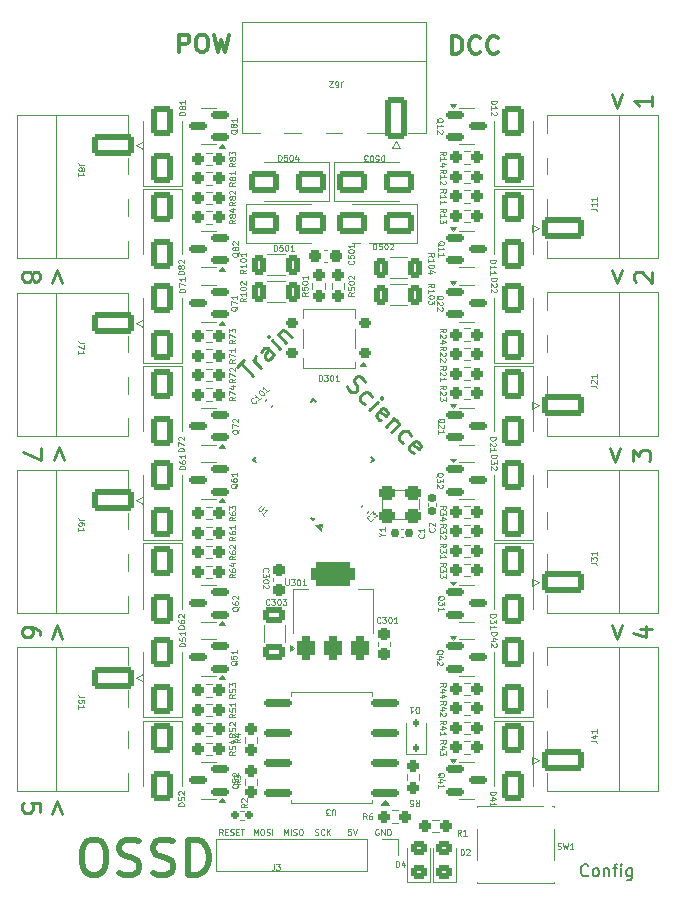
<source format=gbr>
%TF.GenerationSoftware,KiCad,Pcbnew,8.0.2*%
%TF.CreationDate,2024-12-14T22:54:12+01:00*%
%TF.ProjectId,solenoidDecoder,736f6c65-6e6f-4696-9444-65636f646572,rev?*%
%TF.SameCoordinates,Original*%
%TF.FileFunction,Legend,Top*%
%TF.FilePolarity,Positive*%
%FSLAX46Y46*%
G04 Gerber Fmt 4.6, Leading zero omitted, Abs format (unit mm)*
G04 Created by KiCad (PCBNEW 8.0.2) date 2024-12-14 22:54:12*
%MOMM*%
%LPD*%
G01*
G04 APERTURE LIST*
G04 Aperture macros list*
%AMRoundRect*
0 Rectangle with rounded corners*
0 $1 Rounding radius*
0 $2 $3 $4 $5 $6 $7 $8 $9 X,Y pos of 4 corners*
0 Add a 4 corners polygon primitive as box body*
4,1,4,$2,$3,$4,$5,$6,$7,$8,$9,$2,$3,0*
0 Add four circle primitives for the rounded corners*
1,1,$1+$1,$2,$3*
1,1,$1+$1,$4,$5*
1,1,$1+$1,$6,$7*
1,1,$1+$1,$8,$9*
0 Add four rect primitives between the rounded corners*
20,1,$1+$1,$2,$3,$4,$5,0*
20,1,$1+$1,$4,$5,$6,$7,0*
20,1,$1+$1,$6,$7,$8,$9,0*
20,1,$1+$1,$8,$9,$2,$3,0*%
%AMRotRect*
0 Rectangle, with rotation*
0 The origin of the aperture is its center*
0 $1 length*
0 $2 width*
0 $3 Rotation angle, in degrees counterclockwise*
0 Add horizontal line*
21,1,$1,$2,0,0,$3*%
G04 Aperture macros list end*
%ADD10C,0.250000*%
%ADD11C,0.300000*%
%ADD12C,0.075000*%
%ADD13C,0.500000*%
%ADD14C,0.150000*%
%ADD15C,0.120000*%
%ADD16C,1.000000*%
%ADD17RoundRect,0.250000X0.450000X-0.325000X0.450000X0.325000X-0.450000X0.325000X-0.450000X-0.325000X0*%
%ADD18RoundRect,0.250000X0.312500X0.625000X-0.312500X0.625000X-0.312500X-0.625000X0.312500X-0.625000X0*%
%ADD19RoundRect,0.237500X-0.250000X-0.237500X0.250000X-0.237500X0.250000X0.237500X-0.250000X0.237500X0*%
%ADD20RoundRect,0.237500X0.250000X0.237500X-0.250000X0.237500X-0.250000X-0.237500X0.250000X-0.237500X0*%
%ADD21RoundRect,0.250000X0.650000X-1.000000X0.650000X1.000000X-0.650000X1.000000X-0.650000X-1.000000X0*%
%ADD22RoundRect,0.250000X-1.000000X-0.650000X1.000000X-0.650000X1.000000X0.650000X-1.000000X0.650000X0*%
%ADD23RoundRect,0.150000X-0.587500X-0.150000X0.587500X-0.150000X0.587500X0.150000X-0.587500X0.150000X0*%
%ADD24RoundRect,0.250000X0.650000X1.550000X-0.650000X1.550000X-0.650000X-1.550000X0.650000X-1.550000X0*%
%ADD25O,1.800000X3.600000*%
%ADD26RoundRect,0.300000X-0.400000X-0.300000X0.400000X-0.300000X0.400000X0.300000X-0.400000X0.300000X0*%
%ADD27RoundRect,0.250000X-1.550000X0.650000X-1.550000X-0.650000X1.550000X-0.650000X1.550000X0.650000X0*%
%ADD28O,3.600000X1.800000*%
%ADD29RoundRect,0.237500X-0.237500X0.250000X-0.237500X-0.250000X0.237500X-0.250000X0.237500X0.250000X0*%
%ADD30RoundRect,0.150000X0.587500X0.150000X-0.587500X0.150000X-0.587500X-0.150000X0.587500X-0.150000X0*%
%ADD31RoundRect,0.237500X0.237500X-0.250000X0.237500X0.250000X-0.237500X0.250000X-0.237500X-0.250000X0*%
%ADD32RoundRect,0.250000X-0.650000X1.000000X-0.650000X-1.000000X0.650000X-1.000000X0.650000X1.000000X0*%
%ADD33RoundRect,0.250000X-0.312500X-0.625000X0.312500X-0.625000X0.312500X0.625000X-0.312500X0.625000X0*%
%ADD34R,1.700000X1.700000*%
%ADD35O,1.700000X1.700000*%
%ADD36C,3.200000*%
%ADD37RoundRect,0.140000X-0.021213X0.219203X-0.219203X0.021213X0.021213X-0.219203X0.219203X-0.021213X0*%
%ADD38RotRect,1.600000X0.550000X135.000000*%
%ADD39RotRect,1.600000X0.550000X225.000000*%
%ADD40RoundRect,0.250000X0.650000X-0.412500X0.650000X0.412500X-0.650000X0.412500X-0.650000X-0.412500X0*%
%ADD41RoundRect,0.250000X1.000000X0.650000X-1.000000X0.650000X-1.000000X-0.650000X1.000000X-0.650000X0*%
%ADD42RoundRect,0.250000X1.550000X-0.650000X1.550000X0.650000X-1.550000X0.650000X-1.550000X-0.650000X0*%
%ADD43RoundRect,0.160000X0.197500X0.160000X-0.197500X0.160000X-0.197500X-0.160000X0.197500X-0.160000X0*%
%ADD44RoundRect,0.237500X-0.300000X-0.237500X0.300000X-0.237500X0.300000X0.237500X-0.300000X0.237500X0*%
%ADD45RoundRect,0.155000X0.155000X-0.212500X0.155000X0.212500X-0.155000X0.212500X-0.155000X-0.212500X0*%
%ADD46RoundRect,0.375000X0.375000X-0.625000X0.375000X0.625000X-0.375000X0.625000X-0.375000X-0.625000X0*%
%ADD47RoundRect,0.500000X1.400000X-0.500000X1.400000X0.500000X-1.400000X0.500000X-1.400000X-0.500000X0*%
%ADD48RoundRect,0.237500X0.237500X-0.300000X0.237500X0.300000X-0.237500X0.300000X-0.237500X-0.300000X0*%
%ADD49RoundRect,0.155000X0.212500X0.155000X-0.212500X0.155000X-0.212500X-0.155000X0.212500X-0.155000X0*%
%ADD50RoundRect,0.237500X-0.237500X0.300000X-0.237500X-0.300000X0.237500X-0.300000X0.237500X0.300000X0*%
%ADD51RoundRect,0.162500X1.012500X0.162500X-1.012500X0.162500X-1.012500X-0.162500X1.012500X-0.162500X0*%
%ADD52RoundRect,0.200000X0.300000X0.200000X-0.300000X0.200000X-0.300000X-0.200000X0.300000X-0.200000X0*%
%ADD53R,1.550000X1.300000*%
%ADD54RoundRect,0.112500X0.112500X-0.187500X0.112500X0.187500X-0.112500X0.187500X-0.112500X-0.187500X0*%
G04 APERTURE END LIST*
D10*
X36656792Y-53173532D02*
X36228221Y-52030674D01*
X36228221Y-52030674D02*
X35799649Y-53173532D01*
X34099019Y-52459246D02*
X34170447Y-52316389D01*
X34170447Y-52316389D02*
X34241876Y-52244960D01*
X34241876Y-52244960D02*
X34384733Y-52173532D01*
X34384733Y-52173532D02*
X34456162Y-52173532D01*
X34456162Y-52173532D02*
X34599019Y-52244960D01*
X34599019Y-52244960D02*
X34670447Y-52316389D01*
X34670447Y-52316389D02*
X34741876Y-52459246D01*
X34741876Y-52459246D02*
X34741876Y-52744960D01*
X34741876Y-52744960D02*
X34670447Y-52887818D01*
X34670447Y-52887818D02*
X34599019Y-52959246D01*
X34599019Y-52959246D02*
X34456162Y-53030675D01*
X34456162Y-53030675D02*
X34384733Y-53030675D01*
X34384733Y-53030675D02*
X34241876Y-52959246D01*
X34241876Y-52959246D02*
X34170447Y-52887818D01*
X34170447Y-52887818D02*
X34099019Y-52744960D01*
X34099019Y-52744960D02*
X34099019Y-52459246D01*
X34099019Y-52459246D02*
X34027590Y-52316389D01*
X34027590Y-52316389D02*
X33956162Y-52244960D01*
X33956162Y-52244960D02*
X33813305Y-52173532D01*
X33813305Y-52173532D02*
X33527590Y-52173532D01*
X33527590Y-52173532D02*
X33384733Y-52244960D01*
X33384733Y-52244960D02*
X33313305Y-52316389D01*
X33313305Y-52316389D02*
X33241876Y-52459246D01*
X33241876Y-52459246D02*
X33241876Y-52744960D01*
X33241876Y-52744960D02*
X33313305Y-52887818D01*
X33313305Y-52887818D02*
X33384733Y-52959246D01*
X33384733Y-52959246D02*
X33527590Y-53030675D01*
X33527590Y-53030675D02*
X33813305Y-53030675D01*
X33813305Y-53030675D02*
X33956162Y-52959246D01*
X33956162Y-52959246D02*
X34027590Y-52887818D01*
X34027590Y-52887818D02*
X34099019Y-52744960D01*
D11*
X46553815Y-33606931D02*
X46553815Y-32106931D01*
X46553815Y-32106931D02*
X47125244Y-32106931D01*
X47125244Y-32106931D02*
X47268101Y-32178360D01*
X47268101Y-32178360D02*
X47339530Y-32249788D01*
X47339530Y-32249788D02*
X47410958Y-32392645D01*
X47410958Y-32392645D02*
X47410958Y-32606931D01*
X47410958Y-32606931D02*
X47339530Y-32749788D01*
X47339530Y-32749788D02*
X47268101Y-32821217D01*
X47268101Y-32821217D02*
X47125244Y-32892645D01*
X47125244Y-32892645D02*
X46553815Y-32892645D01*
X48339530Y-32106931D02*
X48625244Y-32106931D01*
X48625244Y-32106931D02*
X48768101Y-32178360D01*
X48768101Y-32178360D02*
X48910958Y-32321217D01*
X48910958Y-32321217D02*
X48982387Y-32606931D01*
X48982387Y-32606931D02*
X48982387Y-33106931D01*
X48982387Y-33106931D02*
X48910958Y-33392645D01*
X48910958Y-33392645D02*
X48768101Y-33535503D01*
X48768101Y-33535503D02*
X48625244Y-33606931D01*
X48625244Y-33606931D02*
X48339530Y-33606931D01*
X48339530Y-33606931D02*
X48196673Y-33535503D01*
X48196673Y-33535503D02*
X48053815Y-33392645D01*
X48053815Y-33392645D02*
X47982387Y-33106931D01*
X47982387Y-33106931D02*
X47982387Y-32606931D01*
X47982387Y-32606931D02*
X48053815Y-32321217D01*
X48053815Y-32321217D02*
X48196673Y-32178360D01*
X48196673Y-32178360D02*
X48339530Y-32106931D01*
X49482387Y-32106931D02*
X49839530Y-33606931D01*
X49839530Y-33606931D02*
X50125244Y-32535503D01*
X50125244Y-32535503D02*
X50410959Y-33606931D01*
X50410959Y-33606931D02*
X50768102Y-32106931D01*
D12*
X50238103Y-99883909D02*
X50071437Y-99645814D01*
X49952389Y-99883909D02*
X49952389Y-99383909D01*
X49952389Y-99383909D02*
X50142865Y-99383909D01*
X50142865Y-99383909D02*
X50190484Y-99407719D01*
X50190484Y-99407719D02*
X50214294Y-99431528D01*
X50214294Y-99431528D02*
X50238103Y-99479147D01*
X50238103Y-99479147D02*
X50238103Y-99550576D01*
X50238103Y-99550576D02*
X50214294Y-99598195D01*
X50214294Y-99598195D02*
X50190484Y-99622004D01*
X50190484Y-99622004D02*
X50142865Y-99645814D01*
X50142865Y-99645814D02*
X49952389Y-99645814D01*
X50452389Y-99622004D02*
X50619056Y-99622004D01*
X50690484Y-99883909D02*
X50452389Y-99883909D01*
X50452389Y-99883909D02*
X50452389Y-99383909D01*
X50452389Y-99383909D02*
X50690484Y-99383909D01*
X50880961Y-99860100D02*
X50952389Y-99883909D01*
X50952389Y-99883909D02*
X51071437Y-99883909D01*
X51071437Y-99883909D02*
X51119056Y-99860100D01*
X51119056Y-99860100D02*
X51142865Y-99836290D01*
X51142865Y-99836290D02*
X51166675Y-99788671D01*
X51166675Y-99788671D02*
X51166675Y-99741052D01*
X51166675Y-99741052D02*
X51142865Y-99693433D01*
X51142865Y-99693433D02*
X51119056Y-99669623D01*
X51119056Y-99669623D02*
X51071437Y-99645814D01*
X51071437Y-99645814D02*
X50976199Y-99622004D01*
X50976199Y-99622004D02*
X50928580Y-99598195D01*
X50928580Y-99598195D02*
X50904770Y-99574385D01*
X50904770Y-99574385D02*
X50880961Y-99526766D01*
X50880961Y-99526766D02*
X50880961Y-99479147D01*
X50880961Y-99479147D02*
X50904770Y-99431528D01*
X50904770Y-99431528D02*
X50928580Y-99407719D01*
X50928580Y-99407719D02*
X50976199Y-99383909D01*
X50976199Y-99383909D02*
X51095246Y-99383909D01*
X51095246Y-99383909D02*
X51166675Y-99407719D01*
X51380960Y-99622004D02*
X51547627Y-99622004D01*
X51619055Y-99883909D02*
X51380960Y-99883909D01*
X51380960Y-99883909D02*
X51380960Y-99383909D01*
X51380960Y-99383909D02*
X51619055Y-99383909D01*
X51761913Y-99383909D02*
X52047627Y-99383909D01*
X51904770Y-99883909D02*
X51904770Y-99383909D01*
D10*
X36656792Y-83272532D02*
X36228221Y-82129674D01*
X36228221Y-82129674D02*
X35799649Y-83272532D01*
X34741876Y-82986818D02*
X34741876Y-82701103D01*
X34741876Y-82701103D02*
X34670447Y-82558246D01*
X34670447Y-82558246D02*
X34599019Y-82486818D01*
X34599019Y-82486818D02*
X34384733Y-82343960D01*
X34384733Y-82343960D02*
X34099019Y-82272532D01*
X34099019Y-82272532D02*
X33527590Y-82272532D01*
X33527590Y-82272532D02*
X33384733Y-82343960D01*
X33384733Y-82343960D02*
X33313305Y-82415389D01*
X33313305Y-82415389D02*
X33241876Y-82558246D01*
X33241876Y-82558246D02*
X33241876Y-82843960D01*
X33241876Y-82843960D02*
X33313305Y-82986818D01*
X33313305Y-82986818D02*
X33384733Y-83058246D01*
X33384733Y-83058246D02*
X33527590Y-83129675D01*
X33527590Y-83129675D02*
X33884733Y-83129675D01*
X33884733Y-83129675D02*
X34027590Y-83058246D01*
X34027590Y-83058246D02*
X34099019Y-82986818D01*
X34099019Y-82986818D02*
X34170447Y-82843960D01*
X34170447Y-82843960D02*
X34170447Y-82558246D01*
X34170447Y-82558246D02*
X34099019Y-82415389D01*
X34099019Y-82415389D02*
X34027590Y-82343960D01*
X34027590Y-82343960D02*
X33884733Y-82272532D01*
D12*
X52873389Y-99883909D02*
X52873389Y-99383909D01*
X52873389Y-99383909D02*
X53040056Y-99741052D01*
X53040056Y-99741052D02*
X53206722Y-99383909D01*
X53206722Y-99383909D02*
X53206722Y-99883909D01*
X53540056Y-99383909D02*
X53635294Y-99383909D01*
X53635294Y-99383909D02*
X53682913Y-99407719D01*
X53682913Y-99407719D02*
X53730532Y-99455338D01*
X53730532Y-99455338D02*
X53754342Y-99550576D01*
X53754342Y-99550576D02*
X53754342Y-99717242D01*
X53754342Y-99717242D02*
X53730532Y-99812480D01*
X53730532Y-99812480D02*
X53682913Y-99860100D01*
X53682913Y-99860100D02*
X53635294Y-99883909D01*
X53635294Y-99883909D02*
X53540056Y-99883909D01*
X53540056Y-99883909D02*
X53492437Y-99860100D01*
X53492437Y-99860100D02*
X53444818Y-99812480D01*
X53444818Y-99812480D02*
X53421009Y-99717242D01*
X53421009Y-99717242D02*
X53421009Y-99550576D01*
X53421009Y-99550576D02*
X53444818Y-99455338D01*
X53444818Y-99455338D02*
X53492437Y-99407719D01*
X53492437Y-99407719D02*
X53540056Y-99383909D01*
X53944819Y-99860100D02*
X54016247Y-99883909D01*
X54016247Y-99883909D02*
X54135295Y-99883909D01*
X54135295Y-99883909D02*
X54182914Y-99860100D01*
X54182914Y-99860100D02*
X54206723Y-99836290D01*
X54206723Y-99836290D02*
X54230533Y-99788671D01*
X54230533Y-99788671D02*
X54230533Y-99741052D01*
X54230533Y-99741052D02*
X54206723Y-99693433D01*
X54206723Y-99693433D02*
X54182914Y-99669623D01*
X54182914Y-99669623D02*
X54135295Y-99645814D01*
X54135295Y-99645814D02*
X54040057Y-99622004D01*
X54040057Y-99622004D02*
X53992438Y-99598195D01*
X53992438Y-99598195D02*
X53968628Y-99574385D01*
X53968628Y-99574385D02*
X53944819Y-99526766D01*
X53944819Y-99526766D02*
X53944819Y-99479147D01*
X53944819Y-99479147D02*
X53968628Y-99431528D01*
X53968628Y-99431528D02*
X53992438Y-99407719D01*
X53992438Y-99407719D02*
X54040057Y-99383909D01*
X54040057Y-99383909D02*
X54159104Y-99383909D01*
X54159104Y-99383909D02*
X54230533Y-99407719D01*
X54444818Y-99883909D02*
X54444818Y-99383909D01*
X58056580Y-99860100D02*
X58128008Y-99883909D01*
X58128008Y-99883909D02*
X58247056Y-99883909D01*
X58247056Y-99883909D02*
X58294675Y-99860100D01*
X58294675Y-99860100D02*
X58318484Y-99836290D01*
X58318484Y-99836290D02*
X58342294Y-99788671D01*
X58342294Y-99788671D02*
X58342294Y-99741052D01*
X58342294Y-99741052D02*
X58318484Y-99693433D01*
X58318484Y-99693433D02*
X58294675Y-99669623D01*
X58294675Y-99669623D02*
X58247056Y-99645814D01*
X58247056Y-99645814D02*
X58151818Y-99622004D01*
X58151818Y-99622004D02*
X58104199Y-99598195D01*
X58104199Y-99598195D02*
X58080389Y-99574385D01*
X58080389Y-99574385D02*
X58056580Y-99526766D01*
X58056580Y-99526766D02*
X58056580Y-99479147D01*
X58056580Y-99479147D02*
X58080389Y-99431528D01*
X58080389Y-99431528D02*
X58104199Y-99407719D01*
X58104199Y-99407719D02*
X58151818Y-99383909D01*
X58151818Y-99383909D02*
X58270865Y-99383909D01*
X58270865Y-99383909D02*
X58342294Y-99407719D01*
X58842293Y-99836290D02*
X58818484Y-99860100D01*
X58818484Y-99860100D02*
X58747055Y-99883909D01*
X58747055Y-99883909D02*
X58699436Y-99883909D01*
X58699436Y-99883909D02*
X58628008Y-99860100D01*
X58628008Y-99860100D02*
X58580389Y-99812480D01*
X58580389Y-99812480D02*
X58556579Y-99764861D01*
X58556579Y-99764861D02*
X58532770Y-99669623D01*
X58532770Y-99669623D02*
X58532770Y-99598195D01*
X58532770Y-99598195D02*
X58556579Y-99502957D01*
X58556579Y-99502957D02*
X58580389Y-99455338D01*
X58580389Y-99455338D02*
X58628008Y-99407719D01*
X58628008Y-99407719D02*
X58699436Y-99383909D01*
X58699436Y-99383909D02*
X58747055Y-99383909D01*
X58747055Y-99383909D02*
X58818484Y-99407719D01*
X58818484Y-99407719D02*
X58842293Y-99431528D01*
X59056579Y-99883909D02*
X59056579Y-99383909D01*
X59342293Y-99883909D02*
X59128008Y-99598195D01*
X59342293Y-99383909D02*
X59056579Y-99669623D01*
D10*
X36783792Y-68159532D02*
X36355221Y-67016674D01*
X36355221Y-67016674D02*
X35926649Y-68159532D01*
X34868876Y-67088103D02*
X34868876Y-68088103D01*
X34868876Y-68088103D02*
X33368876Y-67445246D01*
X83154817Y-82129674D02*
X83583389Y-83272531D01*
X83583389Y-83272531D02*
X84011960Y-82129674D01*
X85569733Y-82415388D02*
X86569733Y-82415388D01*
X84998305Y-82772530D02*
X86069733Y-83129673D01*
X86069733Y-83129673D02*
X86069733Y-82201102D01*
X83154817Y-37171674D02*
X83583389Y-38314531D01*
X83583389Y-38314531D02*
X84011960Y-37171674D01*
X86569733Y-37314530D02*
X86569733Y-38171673D01*
X86569733Y-37743102D02*
X85069733Y-37743102D01*
X85069733Y-37743102D02*
X85284019Y-37885959D01*
X85284019Y-37885959D02*
X85426876Y-38028816D01*
X85426876Y-38028816D02*
X85498305Y-38171673D01*
D13*
X39043966Y-100262960D02*
X39615394Y-100262960D01*
X39615394Y-100262960D02*
X39901109Y-100405817D01*
X39901109Y-100405817D02*
X40186823Y-100691531D01*
X40186823Y-100691531D02*
X40329680Y-101262960D01*
X40329680Y-101262960D02*
X40329680Y-102262960D01*
X40329680Y-102262960D02*
X40186823Y-102834388D01*
X40186823Y-102834388D02*
X39901109Y-103120103D01*
X39901109Y-103120103D02*
X39615394Y-103262960D01*
X39615394Y-103262960D02*
X39043966Y-103262960D01*
X39043966Y-103262960D02*
X38758252Y-103120103D01*
X38758252Y-103120103D02*
X38472537Y-102834388D01*
X38472537Y-102834388D02*
X38329680Y-102262960D01*
X38329680Y-102262960D02*
X38329680Y-101262960D01*
X38329680Y-101262960D02*
X38472537Y-100691531D01*
X38472537Y-100691531D02*
X38758252Y-100405817D01*
X38758252Y-100405817D02*
X39043966Y-100262960D01*
X41472537Y-103120103D02*
X41901109Y-103262960D01*
X41901109Y-103262960D02*
X42615394Y-103262960D01*
X42615394Y-103262960D02*
X42901109Y-103120103D01*
X42901109Y-103120103D02*
X43043966Y-102977245D01*
X43043966Y-102977245D02*
X43186823Y-102691531D01*
X43186823Y-102691531D02*
X43186823Y-102405817D01*
X43186823Y-102405817D02*
X43043966Y-102120103D01*
X43043966Y-102120103D02*
X42901109Y-101977245D01*
X42901109Y-101977245D02*
X42615394Y-101834388D01*
X42615394Y-101834388D02*
X42043966Y-101691531D01*
X42043966Y-101691531D02*
X41758251Y-101548674D01*
X41758251Y-101548674D02*
X41615394Y-101405817D01*
X41615394Y-101405817D02*
X41472537Y-101120103D01*
X41472537Y-101120103D02*
X41472537Y-100834388D01*
X41472537Y-100834388D02*
X41615394Y-100548674D01*
X41615394Y-100548674D02*
X41758251Y-100405817D01*
X41758251Y-100405817D02*
X42043966Y-100262960D01*
X42043966Y-100262960D02*
X42758251Y-100262960D01*
X42758251Y-100262960D02*
X43186823Y-100405817D01*
X44329680Y-103120103D02*
X44758252Y-103262960D01*
X44758252Y-103262960D02*
X45472537Y-103262960D01*
X45472537Y-103262960D02*
X45758252Y-103120103D01*
X45758252Y-103120103D02*
X45901109Y-102977245D01*
X45901109Y-102977245D02*
X46043966Y-102691531D01*
X46043966Y-102691531D02*
X46043966Y-102405817D01*
X46043966Y-102405817D02*
X45901109Y-102120103D01*
X45901109Y-102120103D02*
X45758252Y-101977245D01*
X45758252Y-101977245D02*
X45472537Y-101834388D01*
X45472537Y-101834388D02*
X44901109Y-101691531D01*
X44901109Y-101691531D02*
X44615394Y-101548674D01*
X44615394Y-101548674D02*
X44472537Y-101405817D01*
X44472537Y-101405817D02*
X44329680Y-101120103D01*
X44329680Y-101120103D02*
X44329680Y-100834388D01*
X44329680Y-100834388D02*
X44472537Y-100548674D01*
X44472537Y-100548674D02*
X44615394Y-100405817D01*
X44615394Y-100405817D02*
X44901109Y-100262960D01*
X44901109Y-100262960D02*
X45615394Y-100262960D01*
X45615394Y-100262960D02*
X46043966Y-100405817D01*
X47329680Y-103262960D02*
X47329680Y-100262960D01*
X47329680Y-100262960D02*
X48043966Y-100262960D01*
X48043966Y-100262960D02*
X48472537Y-100405817D01*
X48472537Y-100405817D02*
X48758252Y-100691531D01*
X48758252Y-100691531D02*
X48901109Y-100977245D01*
X48901109Y-100977245D02*
X49043966Y-101548674D01*
X49043966Y-101548674D02*
X49043966Y-101977245D01*
X49043966Y-101977245D02*
X48901109Y-102548674D01*
X48901109Y-102548674D02*
X48758252Y-102834388D01*
X48758252Y-102834388D02*
X48472537Y-103120103D01*
X48472537Y-103120103D02*
X48043966Y-103262960D01*
X48043966Y-103262960D02*
X47329680Y-103262960D01*
D12*
X55413389Y-99883909D02*
X55413389Y-99383909D01*
X55413389Y-99383909D02*
X55580056Y-99741052D01*
X55580056Y-99741052D02*
X55746722Y-99383909D01*
X55746722Y-99383909D02*
X55746722Y-99883909D01*
X55984818Y-99883909D02*
X55984818Y-99383909D01*
X56199104Y-99860100D02*
X56270532Y-99883909D01*
X56270532Y-99883909D02*
X56389580Y-99883909D01*
X56389580Y-99883909D02*
X56437199Y-99860100D01*
X56437199Y-99860100D02*
X56461008Y-99836290D01*
X56461008Y-99836290D02*
X56484818Y-99788671D01*
X56484818Y-99788671D02*
X56484818Y-99741052D01*
X56484818Y-99741052D02*
X56461008Y-99693433D01*
X56461008Y-99693433D02*
X56437199Y-99669623D01*
X56437199Y-99669623D02*
X56389580Y-99645814D01*
X56389580Y-99645814D02*
X56294342Y-99622004D01*
X56294342Y-99622004D02*
X56246723Y-99598195D01*
X56246723Y-99598195D02*
X56222913Y-99574385D01*
X56222913Y-99574385D02*
X56199104Y-99526766D01*
X56199104Y-99526766D02*
X56199104Y-99479147D01*
X56199104Y-99479147D02*
X56222913Y-99431528D01*
X56222913Y-99431528D02*
X56246723Y-99407719D01*
X56246723Y-99407719D02*
X56294342Y-99383909D01*
X56294342Y-99383909D02*
X56413389Y-99383909D01*
X56413389Y-99383909D02*
X56484818Y-99407719D01*
X56794341Y-99383909D02*
X56889579Y-99383909D01*
X56889579Y-99383909D02*
X56937198Y-99407719D01*
X56937198Y-99407719D02*
X56984817Y-99455338D01*
X56984817Y-99455338D02*
X57008627Y-99550576D01*
X57008627Y-99550576D02*
X57008627Y-99717242D01*
X57008627Y-99717242D02*
X56984817Y-99812480D01*
X56984817Y-99812480D02*
X56937198Y-99860100D01*
X56937198Y-99860100D02*
X56889579Y-99883909D01*
X56889579Y-99883909D02*
X56794341Y-99883909D01*
X56794341Y-99883909D02*
X56746722Y-99860100D01*
X56746722Y-99860100D02*
X56699103Y-99812480D01*
X56699103Y-99812480D02*
X56675294Y-99717242D01*
X56675294Y-99717242D02*
X56675294Y-99550576D01*
X56675294Y-99550576D02*
X56699103Y-99455338D01*
X56699103Y-99455338D02*
X56746722Y-99407719D01*
X56746722Y-99407719D02*
X56794341Y-99383909D01*
X63422294Y-99407719D02*
X63374675Y-99383909D01*
X63374675Y-99383909D02*
X63303246Y-99383909D01*
X63303246Y-99383909D02*
X63231818Y-99407719D01*
X63231818Y-99407719D02*
X63184199Y-99455338D01*
X63184199Y-99455338D02*
X63160389Y-99502957D01*
X63160389Y-99502957D02*
X63136580Y-99598195D01*
X63136580Y-99598195D02*
X63136580Y-99669623D01*
X63136580Y-99669623D02*
X63160389Y-99764861D01*
X63160389Y-99764861D02*
X63184199Y-99812480D01*
X63184199Y-99812480D02*
X63231818Y-99860100D01*
X63231818Y-99860100D02*
X63303246Y-99883909D01*
X63303246Y-99883909D02*
X63350865Y-99883909D01*
X63350865Y-99883909D02*
X63422294Y-99860100D01*
X63422294Y-99860100D02*
X63446103Y-99836290D01*
X63446103Y-99836290D02*
X63446103Y-99669623D01*
X63446103Y-99669623D02*
X63350865Y-99669623D01*
X63660389Y-99883909D02*
X63660389Y-99383909D01*
X63660389Y-99383909D02*
X63946103Y-99883909D01*
X63946103Y-99883909D02*
X63946103Y-99383909D01*
X64184199Y-99883909D02*
X64184199Y-99383909D01*
X64184199Y-99383909D02*
X64303247Y-99383909D01*
X64303247Y-99383909D02*
X64374675Y-99407719D01*
X64374675Y-99407719D02*
X64422294Y-99455338D01*
X64422294Y-99455338D02*
X64446104Y-99502957D01*
X64446104Y-99502957D02*
X64469913Y-99598195D01*
X64469913Y-99598195D02*
X64469913Y-99669623D01*
X64469913Y-99669623D02*
X64446104Y-99764861D01*
X64446104Y-99764861D02*
X64422294Y-99812480D01*
X64422294Y-99812480D02*
X64374675Y-99860100D01*
X64374675Y-99860100D02*
X64303247Y-99883909D01*
X64303247Y-99883909D02*
X64184199Y-99883909D01*
D11*
X69667815Y-33733931D02*
X69667815Y-32233931D01*
X69667815Y-32233931D02*
X70024958Y-32233931D01*
X70024958Y-32233931D02*
X70239244Y-32305360D01*
X70239244Y-32305360D02*
X70382101Y-32448217D01*
X70382101Y-32448217D02*
X70453530Y-32591074D01*
X70453530Y-32591074D02*
X70524958Y-32876788D01*
X70524958Y-32876788D02*
X70524958Y-33091074D01*
X70524958Y-33091074D02*
X70453530Y-33376788D01*
X70453530Y-33376788D02*
X70382101Y-33519645D01*
X70382101Y-33519645D02*
X70239244Y-33662503D01*
X70239244Y-33662503D02*
X70024958Y-33733931D01*
X70024958Y-33733931D02*
X69667815Y-33733931D01*
X72024958Y-33591074D02*
X71953530Y-33662503D01*
X71953530Y-33662503D02*
X71739244Y-33733931D01*
X71739244Y-33733931D02*
X71596387Y-33733931D01*
X71596387Y-33733931D02*
X71382101Y-33662503D01*
X71382101Y-33662503D02*
X71239244Y-33519645D01*
X71239244Y-33519645D02*
X71167815Y-33376788D01*
X71167815Y-33376788D02*
X71096387Y-33091074D01*
X71096387Y-33091074D02*
X71096387Y-32876788D01*
X71096387Y-32876788D02*
X71167815Y-32591074D01*
X71167815Y-32591074D02*
X71239244Y-32448217D01*
X71239244Y-32448217D02*
X71382101Y-32305360D01*
X71382101Y-32305360D02*
X71596387Y-32233931D01*
X71596387Y-32233931D02*
X71739244Y-32233931D01*
X71739244Y-32233931D02*
X71953530Y-32305360D01*
X71953530Y-32305360D02*
X72024958Y-32376788D01*
X73524958Y-33591074D02*
X73453530Y-33662503D01*
X73453530Y-33662503D02*
X73239244Y-33733931D01*
X73239244Y-33733931D02*
X73096387Y-33733931D01*
X73096387Y-33733931D02*
X72882101Y-33662503D01*
X72882101Y-33662503D02*
X72739244Y-33519645D01*
X72739244Y-33519645D02*
X72667815Y-33376788D01*
X72667815Y-33376788D02*
X72596387Y-33091074D01*
X72596387Y-33091074D02*
X72596387Y-32876788D01*
X72596387Y-32876788D02*
X72667815Y-32591074D01*
X72667815Y-32591074D02*
X72739244Y-32448217D01*
X72739244Y-32448217D02*
X72882101Y-32305360D01*
X72882101Y-32305360D02*
X73096387Y-32233931D01*
X73096387Y-32233931D02*
X73239244Y-32233931D01*
X73239244Y-32233931D02*
X73453530Y-32305360D01*
X73453530Y-32305360D02*
X73524958Y-32376788D01*
D10*
X51465119Y-60230974D02*
X52071210Y-59624882D01*
X52828825Y-60988588D02*
X51768165Y-59927928D01*
X53485424Y-60331989D02*
X52778317Y-59624882D01*
X52980348Y-59826913D02*
X52929840Y-59675390D01*
X52929840Y-59675390D02*
X52929840Y-59574375D01*
X52929840Y-59574375D02*
X52980348Y-59422852D01*
X52980348Y-59422852D02*
X53081363Y-59321837D01*
X54596591Y-59220822D02*
X54041008Y-58665238D01*
X54041008Y-58665238D02*
X53889485Y-58614730D01*
X53889485Y-58614730D02*
X53737962Y-58665238D01*
X53737962Y-58665238D02*
X53535931Y-58867268D01*
X53535931Y-58867268D02*
X53485424Y-59018791D01*
X54546084Y-59170314D02*
X54495576Y-59321837D01*
X54495576Y-59321837D02*
X54243038Y-59574375D01*
X54243038Y-59574375D02*
X54091515Y-59624883D01*
X54091515Y-59624883D02*
X53939992Y-59574375D01*
X53939992Y-59574375D02*
X53838977Y-59473360D01*
X53838977Y-59473360D02*
X53788469Y-59321837D01*
X53788469Y-59321837D02*
X53838977Y-59170314D01*
X53838977Y-59170314D02*
X54091515Y-58917776D01*
X54091515Y-58917776D02*
X54142023Y-58766253D01*
X55101668Y-58715745D02*
X54394561Y-58008638D01*
X54041008Y-57655085D02*
X54041008Y-57756100D01*
X54041008Y-57756100D02*
X54142023Y-57756100D01*
X54142023Y-57756100D02*
X54142023Y-57655085D01*
X54142023Y-57655085D02*
X54041008Y-57655085D01*
X54041008Y-57655085D02*
X54142023Y-57756100D01*
X54899637Y-57503562D02*
X55606744Y-58210669D01*
X55000653Y-57604577D02*
X55000653Y-57503562D01*
X55000653Y-57503562D02*
X55051160Y-57352039D01*
X55051160Y-57352039D02*
X55202683Y-57200516D01*
X55202683Y-57200516D02*
X55354206Y-57150009D01*
X55354206Y-57150009D02*
X55505729Y-57200516D01*
X55505729Y-57200516D02*
X56061313Y-57756100D01*
X60734129Y-61877917D02*
X60835144Y-62079948D01*
X60835144Y-62079948D02*
X61087682Y-62332486D01*
X61087682Y-62332486D02*
X61239205Y-62382994D01*
X61239205Y-62382994D02*
X61340220Y-62382994D01*
X61340220Y-62382994D02*
X61491743Y-62332486D01*
X61491743Y-62332486D02*
X61592758Y-62231471D01*
X61592758Y-62231471D02*
X61643266Y-62079948D01*
X61643266Y-62079948D02*
X61643266Y-61978933D01*
X61643266Y-61978933D02*
X61592758Y-61827410D01*
X61592758Y-61827410D02*
X61441235Y-61574872D01*
X61441235Y-61574872D02*
X61390728Y-61423349D01*
X61390728Y-61423349D02*
X61390728Y-61322333D01*
X61390728Y-61322333D02*
X61441235Y-61170811D01*
X61441235Y-61170811D02*
X61542251Y-61069795D01*
X61542251Y-61069795D02*
X61693774Y-61019288D01*
X61693774Y-61019288D02*
X61794789Y-61019288D01*
X61794789Y-61019288D02*
X61946312Y-61069795D01*
X61946312Y-61069795D02*
X62198850Y-61322333D01*
X62198850Y-61322333D02*
X62299865Y-61524364D01*
X62249357Y-63393146D02*
X62097834Y-63342638D01*
X62097834Y-63342638D02*
X61895804Y-63140608D01*
X61895804Y-63140608D02*
X61845296Y-62989085D01*
X61845296Y-62989085D02*
X61845296Y-62888070D01*
X61845296Y-62888070D02*
X61895804Y-62736547D01*
X61895804Y-62736547D02*
X62198849Y-62433501D01*
X62198849Y-62433501D02*
X62350372Y-62382993D01*
X62350372Y-62382993D02*
X62451388Y-62382993D01*
X62451388Y-62382993D02*
X62602910Y-62433501D01*
X62602910Y-62433501D02*
X62804941Y-62635531D01*
X62804941Y-62635531D02*
X62855449Y-62787054D01*
X62653418Y-63898222D02*
X63360525Y-63191115D01*
X63714078Y-62837562D02*
X63613063Y-62837562D01*
X63613063Y-62837562D02*
X63613063Y-62938577D01*
X63613063Y-62938577D02*
X63714078Y-62938577D01*
X63714078Y-62938577D02*
X63714078Y-62837562D01*
X63714078Y-62837562D02*
X63613063Y-62938577D01*
X63613063Y-64756852D02*
X63461540Y-64706344D01*
X63461540Y-64706344D02*
X63259510Y-64504314D01*
X63259510Y-64504314D02*
X63209002Y-64352791D01*
X63209002Y-64352791D02*
X63259510Y-64201268D01*
X63259510Y-64201268D02*
X63663571Y-63797207D01*
X63663571Y-63797207D02*
X63815094Y-63746699D01*
X63815094Y-63746699D02*
X63966616Y-63797207D01*
X63966616Y-63797207D02*
X64168647Y-63999237D01*
X64168647Y-63999237D02*
X64219155Y-64150760D01*
X64219155Y-64150760D02*
X64168647Y-64302283D01*
X64168647Y-64302283D02*
X64067632Y-64403298D01*
X64067632Y-64403298D02*
X63461540Y-63999237D01*
X64774738Y-64605329D02*
X64067631Y-65312435D01*
X64673723Y-64706344D02*
X64774738Y-64706344D01*
X64774738Y-64706344D02*
X64926261Y-64756852D01*
X64926261Y-64756852D02*
X65077784Y-64908374D01*
X65077784Y-64908374D02*
X65128292Y-65059897D01*
X65128292Y-65059897D02*
X65077784Y-65211420D01*
X65077784Y-65211420D02*
X64522200Y-65767004D01*
X65532353Y-66676142D02*
X65380830Y-66625634D01*
X65380830Y-66625634D02*
X65178799Y-66423603D01*
X65178799Y-66423603D02*
X65128292Y-66272081D01*
X65128292Y-66272081D02*
X65128292Y-66171065D01*
X65128292Y-66171065D02*
X65178799Y-66019542D01*
X65178799Y-66019542D02*
X65481845Y-65716497D01*
X65481845Y-65716497D02*
X65633368Y-65665989D01*
X65633368Y-65665989D02*
X65734383Y-65665989D01*
X65734383Y-65665989D02*
X65885906Y-65716497D01*
X65885906Y-65716497D02*
X66087937Y-65918527D01*
X66087937Y-65918527D02*
X66138444Y-66070050D01*
X66390982Y-67534771D02*
X66239459Y-67484263D01*
X66239459Y-67484263D02*
X66037429Y-67282233D01*
X66037429Y-67282233D02*
X65986921Y-67130710D01*
X65986921Y-67130710D02*
X66037429Y-66979187D01*
X66037429Y-66979187D02*
X66441490Y-66575126D01*
X66441490Y-66575126D02*
X66593013Y-66524618D01*
X66593013Y-66524618D02*
X66744536Y-66575126D01*
X66744536Y-66575126D02*
X66946566Y-66777157D01*
X66946566Y-66777157D02*
X66997074Y-66928679D01*
X66997074Y-66928679D02*
X66946566Y-67080202D01*
X66946566Y-67080202D02*
X66845551Y-67181218D01*
X66845551Y-67181218D02*
X66239459Y-66777157D01*
X83027817Y-67143674D02*
X83456389Y-68286531D01*
X83456389Y-68286531D02*
X83884960Y-67143674D01*
X84942733Y-68215102D02*
X84942733Y-67286530D01*
X84942733Y-67286530D02*
X85514162Y-67786530D01*
X85514162Y-67786530D02*
X85514162Y-67572245D01*
X85514162Y-67572245D02*
X85585590Y-67429388D01*
X85585590Y-67429388D02*
X85657019Y-67357959D01*
X85657019Y-67357959D02*
X85799876Y-67286530D01*
X85799876Y-67286530D02*
X86157019Y-67286530D01*
X86157019Y-67286530D02*
X86299876Y-67357959D01*
X86299876Y-67357959D02*
X86371305Y-67429388D01*
X86371305Y-67429388D02*
X86442733Y-67572245D01*
X86442733Y-67572245D02*
X86442733Y-68000816D01*
X86442733Y-68000816D02*
X86371305Y-68143673D01*
X86371305Y-68143673D02*
X86299876Y-68215102D01*
X83154817Y-52030674D02*
X83583389Y-53173531D01*
X83583389Y-53173531D02*
X84011960Y-52030674D01*
X85212590Y-53030673D02*
X85141162Y-52959245D01*
X85141162Y-52959245D02*
X85069733Y-52816388D01*
X85069733Y-52816388D02*
X85069733Y-52459245D01*
X85069733Y-52459245D02*
X85141162Y-52316388D01*
X85141162Y-52316388D02*
X85212590Y-52244959D01*
X85212590Y-52244959D02*
X85355447Y-52173530D01*
X85355447Y-52173530D02*
X85498305Y-52173530D01*
X85498305Y-52173530D02*
X85712590Y-52244959D01*
X85712590Y-52244959D02*
X86569733Y-53102102D01*
X86569733Y-53102102D02*
X86569733Y-52173530D01*
X36656792Y-98131532D02*
X36228221Y-96988674D01*
X36228221Y-96988674D02*
X35799649Y-98131532D01*
X34741876Y-97917246D02*
X34741876Y-97202960D01*
X34741876Y-97202960D02*
X34027590Y-97131532D01*
X34027590Y-97131532D02*
X34099019Y-97202960D01*
X34099019Y-97202960D02*
X34170447Y-97345818D01*
X34170447Y-97345818D02*
X34170447Y-97702960D01*
X34170447Y-97702960D02*
X34099019Y-97845818D01*
X34099019Y-97845818D02*
X34027590Y-97917246D01*
X34027590Y-97917246D02*
X33884733Y-97988675D01*
X33884733Y-97988675D02*
X33527590Y-97988675D01*
X33527590Y-97988675D02*
X33384733Y-97917246D01*
X33384733Y-97917246D02*
X33313305Y-97845818D01*
X33313305Y-97845818D02*
X33241876Y-97702960D01*
X33241876Y-97702960D02*
X33241876Y-97345818D01*
X33241876Y-97345818D02*
X33313305Y-97202960D01*
X33313305Y-97202960D02*
X33384733Y-97131532D01*
D12*
X61112484Y-99383909D02*
X60874389Y-99383909D01*
X60874389Y-99383909D02*
X60850580Y-99622004D01*
X60850580Y-99622004D02*
X60874389Y-99598195D01*
X60874389Y-99598195D02*
X60922008Y-99574385D01*
X60922008Y-99574385D02*
X61041056Y-99574385D01*
X61041056Y-99574385D02*
X61088675Y-99598195D01*
X61088675Y-99598195D02*
X61112484Y-99622004D01*
X61112484Y-99622004D02*
X61136294Y-99669623D01*
X61136294Y-99669623D02*
X61136294Y-99788671D01*
X61136294Y-99788671D02*
X61112484Y-99836290D01*
X61112484Y-99836290D02*
X61088675Y-99860100D01*
X61088675Y-99860100D02*
X61041056Y-99883909D01*
X61041056Y-99883909D02*
X60922008Y-99883909D01*
X60922008Y-99883909D02*
X60874389Y-99860100D01*
X60874389Y-99860100D02*
X60850580Y-99836290D01*
X61279151Y-99383909D02*
X61445817Y-99883909D01*
X61445817Y-99883909D02*
X61612484Y-99383909D01*
D14*
X81172207Y-103279580D02*
X81124588Y-103327200D01*
X81124588Y-103327200D02*
X80981731Y-103374819D01*
X80981731Y-103374819D02*
X80886493Y-103374819D01*
X80886493Y-103374819D02*
X80743636Y-103327200D01*
X80743636Y-103327200D02*
X80648398Y-103231961D01*
X80648398Y-103231961D02*
X80600779Y-103136723D01*
X80600779Y-103136723D02*
X80553160Y-102946247D01*
X80553160Y-102946247D02*
X80553160Y-102803390D01*
X80553160Y-102803390D02*
X80600779Y-102612914D01*
X80600779Y-102612914D02*
X80648398Y-102517676D01*
X80648398Y-102517676D02*
X80743636Y-102422438D01*
X80743636Y-102422438D02*
X80886493Y-102374819D01*
X80886493Y-102374819D02*
X80981731Y-102374819D01*
X80981731Y-102374819D02*
X81124588Y-102422438D01*
X81124588Y-102422438D02*
X81172207Y-102470057D01*
X81743636Y-103374819D02*
X81648398Y-103327200D01*
X81648398Y-103327200D02*
X81600779Y-103279580D01*
X81600779Y-103279580D02*
X81553160Y-103184342D01*
X81553160Y-103184342D02*
X81553160Y-102898628D01*
X81553160Y-102898628D02*
X81600779Y-102803390D01*
X81600779Y-102803390D02*
X81648398Y-102755771D01*
X81648398Y-102755771D02*
X81743636Y-102708152D01*
X81743636Y-102708152D02*
X81886493Y-102708152D01*
X81886493Y-102708152D02*
X81981731Y-102755771D01*
X81981731Y-102755771D02*
X82029350Y-102803390D01*
X82029350Y-102803390D02*
X82076969Y-102898628D01*
X82076969Y-102898628D02*
X82076969Y-103184342D01*
X82076969Y-103184342D02*
X82029350Y-103279580D01*
X82029350Y-103279580D02*
X81981731Y-103327200D01*
X81981731Y-103327200D02*
X81886493Y-103374819D01*
X81886493Y-103374819D02*
X81743636Y-103374819D01*
X82505541Y-102708152D02*
X82505541Y-103374819D01*
X82505541Y-102803390D02*
X82553160Y-102755771D01*
X82553160Y-102755771D02*
X82648398Y-102708152D01*
X82648398Y-102708152D02*
X82791255Y-102708152D01*
X82791255Y-102708152D02*
X82886493Y-102755771D01*
X82886493Y-102755771D02*
X82934112Y-102851009D01*
X82934112Y-102851009D02*
X82934112Y-103374819D01*
X83267446Y-102708152D02*
X83648398Y-102708152D01*
X83410303Y-103374819D02*
X83410303Y-102517676D01*
X83410303Y-102517676D02*
X83457922Y-102422438D01*
X83457922Y-102422438D02*
X83553160Y-102374819D01*
X83553160Y-102374819D02*
X83648398Y-102374819D01*
X83981732Y-103374819D02*
X83981732Y-102708152D01*
X83981732Y-102374819D02*
X83934113Y-102422438D01*
X83934113Y-102422438D02*
X83981732Y-102470057D01*
X83981732Y-102470057D02*
X84029351Y-102422438D01*
X84029351Y-102422438D02*
X83981732Y-102374819D01*
X83981732Y-102374819D02*
X83981732Y-102470057D01*
X84886493Y-102708152D02*
X84886493Y-103517676D01*
X84886493Y-103517676D02*
X84838874Y-103612914D01*
X84838874Y-103612914D02*
X84791255Y-103660533D01*
X84791255Y-103660533D02*
X84696017Y-103708152D01*
X84696017Y-103708152D02*
X84553160Y-103708152D01*
X84553160Y-103708152D02*
X84457922Y-103660533D01*
X84886493Y-103327200D02*
X84791255Y-103374819D01*
X84791255Y-103374819D02*
X84600779Y-103374819D01*
X84600779Y-103374819D02*
X84505541Y-103327200D01*
X84505541Y-103327200D02*
X84457922Y-103279580D01*
X84457922Y-103279580D02*
X84410303Y-103184342D01*
X84410303Y-103184342D02*
X84410303Y-102898628D01*
X84410303Y-102898628D02*
X84457922Y-102803390D01*
X84457922Y-102803390D02*
X84505541Y-102755771D01*
X84505541Y-102755771D02*
X84600779Y-102708152D01*
X84600779Y-102708152D02*
X84791255Y-102708152D01*
X84791255Y-102708152D02*
X84886493Y-102755771D01*
D12*
X64908952Y-102589409D02*
X64908952Y-102089409D01*
X64908952Y-102089409D02*
X65028000Y-102089409D01*
X65028000Y-102089409D02*
X65099428Y-102113219D01*
X65099428Y-102113219D02*
X65147047Y-102160838D01*
X65147047Y-102160838D02*
X65170857Y-102208457D01*
X65170857Y-102208457D02*
X65194666Y-102303695D01*
X65194666Y-102303695D02*
X65194666Y-102375123D01*
X65194666Y-102375123D02*
X65170857Y-102470361D01*
X65170857Y-102470361D02*
X65147047Y-102517980D01*
X65147047Y-102517980D02*
X65099428Y-102565600D01*
X65099428Y-102565600D02*
X65028000Y-102589409D01*
X65028000Y-102589409D02*
X64908952Y-102589409D01*
X65623238Y-102256076D02*
X65623238Y-102589409D01*
X65504190Y-102065600D02*
X65385143Y-102422742D01*
X65385143Y-102422742D02*
X65694666Y-102422742D01*
X67645304Y-53518579D02*
X67883399Y-53351913D01*
X67645304Y-53232865D02*
X68145304Y-53232865D01*
X68145304Y-53232865D02*
X68145304Y-53423341D01*
X68145304Y-53423341D02*
X68121494Y-53470960D01*
X68121494Y-53470960D02*
X68097685Y-53494770D01*
X68097685Y-53494770D02*
X68050066Y-53518579D01*
X68050066Y-53518579D02*
X67978637Y-53518579D01*
X67978637Y-53518579D02*
X67931018Y-53494770D01*
X67931018Y-53494770D02*
X67907209Y-53470960D01*
X67907209Y-53470960D02*
X67883399Y-53423341D01*
X67883399Y-53423341D02*
X67883399Y-53232865D01*
X67645304Y-53994770D02*
X67645304Y-53709056D01*
X67645304Y-53851913D02*
X68145304Y-53851913D01*
X68145304Y-53851913D02*
X68073875Y-53804294D01*
X68073875Y-53804294D02*
X68026256Y-53756675D01*
X68026256Y-53756675D02*
X68002447Y-53709056D01*
X68145304Y-54304293D02*
X68145304Y-54351912D01*
X68145304Y-54351912D02*
X68121494Y-54399531D01*
X68121494Y-54399531D02*
X68097685Y-54423341D01*
X68097685Y-54423341D02*
X68050066Y-54447150D01*
X68050066Y-54447150D02*
X67954828Y-54470960D01*
X67954828Y-54470960D02*
X67835780Y-54470960D01*
X67835780Y-54470960D02*
X67740542Y-54447150D01*
X67740542Y-54447150D02*
X67692923Y-54423341D01*
X67692923Y-54423341D02*
X67669114Y-54399531D01*
X67669114Y-54399531D02*
X67645304Y-54351912D01*
X67645304Y-54351912D02*
X67645304Y-54304293D01*
X67645304Y-54304293D02*
X67669114Y-54256674D01*
X67669114Y-54256674D02*
X67692923Y-54232865D01*
X67692923Y-54232865D02*
X67740542Y-54209055D01*
X67740542Y-54209055D02*
X67835780Y-54185246D01*
X67835780Y-54185246D02*
X67954828Y-54185246D01*
X67954828Y-54185246D02*
X68050066Y-54209055D01*
X68050066Y-54209055D02*
X68097685Y-54232865D01*
X68097685Y-54232865D02*
X68121494Y-54256674D01*
X68121494Y-54256674D02*
X68145304Y-54304293D01*
X68145304Y-54637626D02*
X68145304Y-54947150D01*
X68145304Y-54947150D02*
X67954828Y-54780483D01*
X67954828Y-54780483D02*
X67954828Y-54851912D01*
X67954828Y-54851912D02*
X67931018Y-54899531D01*
X67931018Y-54899531D02*
X67907209Y-54923340D01*
X67907209Y-54923340D02*
X67859590Y-54947150D01*
X67859590Y-54947150D02*
X67740542Y-54947150D01*
X67740542Y-54947150D02*
X67692923Y-54923340D01*
X67692923Y-54923340D02*
X67669114Y-54899531D01*
X67669114Y-54899531D02*
X67645304Y-54851912D01*
X67645304Y-54851912D02*
X67645304Y-54709055D01*
X67645304Y-54709055D02*
X67669114Y-54661436D01*
X67669114Y-54661436D02*
X67692923Y-54637626D01*
X68619395Y-58845674D02*
X68857490Y-58679008D01*
X68619395Y-58559960D02*
X69119395Y-58559960D01*
X69119395Y-58559960D02*
X69119395Y-58750436D01*
X69119395Y-58750436D02*
X69095585Y-58798055D01*
X69095585Y-58798055D02*
X69071776Y-58821865D01*
X69071776Y-58821865D02*
X69024157Y-58845674D01*
X69024157Y-58845674D02*
X68952728Y-58845674D01*
X68952728Y-58845674D02*
X68905109Y-58821865D01*
X68905109Y-58821865D02*
X68881300Y-58798055D01*
X68881300Y-58798055D02*
X68857490Y-58750436D01*
X68857490Y-58750436D02*
X68857490Y-58559960D01*
X69071776Y-59036151D02*
X69095585Y-59059960D01*
X69095585Y-59059960D02*
X69119395Y-59107579D01*
X69119395Y-59107579D02*
X69119395Y-59226627D01*
X69119395Y-59226627D02*
X69095585Y-59274246D01*
X69095585Y-59274246D02*
X69071776Y-59298055D01*
X69071776Y-59298055D02*
X69024157Y-59321865D01*
X69024157Y-59321865D02*
X68976538Y-59321865D01*
X68976538Y-59321865D02*
X68905109Y-59298055D01*
X68905109Y-59298055D02*
X68619395Y-59012341D01*
X68619395Y-59012341D02*
X68619395Y-59321865D01*
X69071776Y-59512341D02*
X69095585Y-59536150D01*
X69095585Y-59536150D02*
X69119395Y-59583769D01*
X69119395Y-59583769D02*
X69119395Y-59702817D01*
X69119395Y-59702817D02*
X69095585Y-59750436D01*
X69095585Y-59750436D02*
X69071776Y-59774245D01*
X69071776Y-59774245D02*
X69024157Y-59798055D01*
X69024157Y-59798055D02*
X68976538Y-59798055D01*
X68976538Y-59798055D02*
X68905109Y-59774245D01*
X68905109Y-59774245D02*
X68619395Y-59488531D01*
X68619395Y-59488531D02*
X68619395Y-59798055D01*
X51298214Y-59615531D02*
X51060119Y-59782197D01*
X51298214Y-59901245D02*
X50798214Y-59901245D01*
X50798214Y-59901245D02*
X50798214Y-59710769D01*
X50798214Y-59710769D02*
X50822024Y-59663150D01*
X50822024Y-59663150D02*
X50845833Y-59639340D01*
X50845833Y-59639340D02*
X50893452Y-59615531D01*
X50893452Y-59615531D02*
X50964881Y-59615531D01*
X50964881Y-59615531D02*
X51012500Y-59639340D01*
X51012500Y-59639340D02*
X51036309Y-59663150D01*
X51036309Y-59663150D02*
X51060119Y-59710769D01*
X51060119Y-59710769D02*
X51060119Y-59901245D01*
X50798214Y-59448864D02*
X50798214Y-59115531D01*
X50798214Y-59115531D02*
X51298214Y-59329816D01*
X51298214Y-58663150D02*
X51298214Y-58948864D01*
X51298214Y-58806007D02*
X50798214Y-58806007D01*
X50798214Y-58806007D02*
X50869643Y-58853626D01*
X50869643Y-58853626D02*
X50917262Y-58901245D01*
X50917262Y-58901245D02*
X50941071Y-58948864D01*
X68619395Y-90496674D02*
X68857490Y-90330008D01*
X68619395Y-90210960D02*
X69119395Y-90210960D01*
X69119395Y-90210960D02*
X69119395Y-90401436D01*
X69119395Y-90401436D02*
X69095585Y-90449055D01*
X69095585Y-90449055D02*
X69071776Y-90472865D01*
X69071776Y-90472865D02*
X69024157Y-90496674D01*
X69024157Y-90496674D02*
X68952728Y-90496674D01*
X68952728Y-90496674D02*
X68905109Y-90472865D01*
X68905109Y-90472865D02*
X68881300Y-90449055D01*
X68881300Y-90449055D02*
X68857490Y-90401436D01*
X68857490Y-90401436D02*
X68857490Y-90210960D01*
X68952728Y-90925246D02*
X68619395Y-90925246D01*
X69143205Y-90806198D02*
X68786062Y-90687151D01*
X68786062Y-90687151D02*
X68786062Y-90996674D01*
X68619395Y-91449055D02*
X68619395Y-91163341D01*
X68619395Y-91306198D02*
X69119395Y-91306198D01*
X69119395Y-91306198D02*
X69047966Y-91258579D01*
X69047966Y-91258579D02*
X69000347Y-91210960D01*
X69000347Y-91210960D02*
X68976538Y-91163341D01*
X47064190Y-38912027D02*
X46564190Y-38912027D01*
X46564190Y-38912027D02*
X46564190Y-38792979D01*
X46564190Y-38792979D02*
X46588000Y-38721551D01*
X46588000Y-38721551D02*
X46635619Y-38673932D01*
X46635619Y-38673932D02*
X46683238Y-38650122D01*
X46683238Y-38650122D02*
X46778476Y-38626313D01*
X46778476Y-38626313D02*
X46849904Y-38626313D01*
X46849904Y-38626313D02*
X46945142Y-38650122D01*
X46945142Y-38650122D02*
X46992761Y-38673932D01*
X46992761Y-38673932D02*
X47040381Y-38721551D01*
X47040381Y-38721551D02*
X47064190Y-38792979D01*
X47064190Y-38792979D02*
X47064190Y-38912027D01*
X46778476Y-38340598D02*
X46754666Y-38388217D01*
X46754666Y-38388217D02*
X46730857Y-38412027D01*
X46730857Y-38412027D02*
X46683238Y-38435836D01*
X46683238Y-38435836D02*
X46659428Y-38435836D01*
X46659428Y-38435836D02*
X46611809Y-38412027D01*
X46611809Y-38412027D02*
X46588000Y-38388217D01*
X46588000Y-38388217D02*
X46564190Y-38340598D01*
X46564190Y-38340598D02*
X46564190Y-38245360D01*
X46564190Y-38245360D02*
X46588000Y-38197741D01*
X46588000Y-38197741D02*
X46611809Y-38173932D01*
X46611809Y-38173932D02*
X46659428Y-38150122D01*
X46659428Y-38150122D02*
X46683238Y-38150122D01*
X46683238Y-38150122D02*
X46730857Y-38173932D01*
X46730857Y-38173932D02*
X46754666Y-38197741D01*
X46754666Y-38197741D02*
X46778476Y-38245360D01*
X46778476Y-38245360D02*
X46778476Y-38340598D01*
X46778476Y-38340598D02*
X46802285Y-38388217D01*
X46802285Y-38388217D02*
X46826095Y-38412027D01*
X46826095Y-38412027D02*
X46873714Y-38435836D01*
X46873714Y-38435836D02*
X46968952Y-38435836D01*
X46968952Y-38435836D02*
X47016571Y-38412027D01*
X47016571Y-38412027D02*
X47040381Y-38388217D01*
X47040381Y-38388217D02*
X47064190Y-38340598D01*
X47064190Y-38340598D02*
X47064190Y-38245360D01*
X47064190Y-38245360D02*
X47040381Y-38197741D01*
X47040381Y-38197741D02*
X47016571Y-38173932D01*
X47016571Y-38173932D02*
X46968952Y-38150122D01*
X46968952Y-38150122D02*
X46873714Y-38150122D01*
X46873714Y-38150122D02*
X46826095Y-38173932D01*
X46826095Y-38173932D02*
X46802285Y-38197741D01*
X46802285Y-38197741D02*
X46778476Y-38245360D01*
X47064190Y-37673932D02*
X47064190Y-37959646D01*
X47064190Y-37816789D02*
X46564190Y-37816789D01*
X46564190Y-37816789D02*
X46635619Y-37864408D01*
X46635619Y-37864408D02*
X46683238Y-37912027D01*
X46683238Y-37912027D02*
X46707047Y-37959646D01*
X54552067Y-50416512D02*
X54552067Y-49916512D01*
X54552067Y-49916512D02*
X54671115Y-49916512D01*
X54671115Y-49916512D02*
X54742543Y-49940322D01*
X54742543Y-49940322D02*
X54790162Y-49987941D01*
X54790162Y-49987941D02*
X54813972Y-50035560D01*
X54813972Y-50035560D02*
X54837781Y-50130798D01*
X54837781Y-50130798D02*
X54837781Y-50202226D01*
X54837781Y-50202226D02*
X54813972Y-50297464D01*
X54813972Y-50297464D02*
X54790162Y-50345083D01*
X54790162Y-50345083D02*
X54742543Y-50392703D01*
X54742543Y-50392703D02*
X54671115Y-50416512D01*
X54671115Y-50416512D02*
X54552067Y-50416512D01*
X55290162Y-49916512D02*
X55052067Y-49916512D01*
X55052067Y-49916512D02*
X55028258Y-50154607D01*
X55028258Y-50154607D02*
X55052067Y-50130798D01*
X55052067Y-50130798D02*
X55099686Y-50106988D01*
X55099686Y-50106988D02*
X55218734Y-50106988D01*
X55218734Y-50106988D02*
X55266353Y-50130798D01*
X55266353Y-50130798D02*
X55290162Y-50154607D01*
X55290162Y-50154607D02*
X55313972Y-50202226D01*
X55313972Y-50202226D02*
X55313972Y-50321274D01*
X55313972Y-50321274D02*
X55290162Y-50368893D01*
X55290162Y-50368893D02*
X55266353Y-50392703D01*
X55266353Y-50392703D02*
X55218734Y-50416512D01*
X55218734Y-50416512D02*
X55099686Y-50416512D01*
X55099686Y-50416512D02*
X55052067Y-50392703D01*
X55052067Y-50392703D02*
X55028258Y-50368893D01*
X55623495Y-49916512D02*
X55671114Y-49916512D01*
X55671114Y-49916512D02*
X55718733Y-49940322D01*
X55718733Y-49940322D02*
X55742543Y-49964131D01*
X55742543Y-49964131D02*
X55766352Y-50011750D01*
X55766352Y-50011750D02*
X55790162Y-50106988D01*
X55790162Y-50106988D02*
X55790162Y-50226036D01*
X55790162Y-50226036D02*
X55766352Y-50321274D01*
X55766352Y-50321274D02*
X55742543Y-50368893D01*
X55742543Y-50368893D02*
X55718733Y-50392703D01*
X55718733Y-50392703D02*
X55671114Y-50416512D01*
X55671114Y-50416512D02*
X55623495Y-50416512D01*
X55623495Y-50416512D02*
X55575876Y-50392703D01*
X55575876Y-50392703D02*
X55552067Y-50368893D01*
X55552067Y-50368893D02*
X55528257Y-50321274D01*
X55528257Y-50321274D02*
X55504448Y-50226036D01*
X55504448Y-50226036D02*
X55504448Y-50106988D01*
X55504448Y-50106988D02*
X55528257Y-50011750D01*
X55528257Y-50011750D02*
X55552067Y-49964131D01*
X55552067Y-49964131D02*
X55575876Y-49940322D01*
X55575876Y-49940322D02*
X55623495Y-49916512D01*
X56266352Y-50416512D02*
X55980638Y-50416512D01*
X56123495Y-50416512D02*
X56123495Y-49916512D01*
X56123495Y-49916512D02*
X56075876Y-49987941D01*
X56075876Y-49987941D02*
X56028257Y-50035560D01*
X56028257Y-50035560D02*
X55980638Y-50059369D01*
X68317776Y-84563388D02*
X68341585Y-84515769D01*
X68341585Y-84515769D02*
X68389205Y-84468150D01*
X68389205Y-84468150D02*
X68460633Y-84396722D01*
X68460633Y-84396722D02*
X68484443Y-84349103D01*
X68484443Y-84349103D02*
X68484443Y-84301484D01*
X68365395Y-84325293D02*
X68389205Y-84277674D01*
X68389205Y-84277674D02*
X68436824Y-84230055D01*
X68436824Y-84230055D02*
X68532062Y-84206246D01*
X68532062Y-84206246D02*
X68698728Y-84206246D01*
X68698728Y-84206246D02*
X68793966Y-84230055D01*
X68793966Y-84230055D02*
X68841585Y-84277674D01*
X68841585Y-84277674D02*
X68865395Y-84325293D01*
X68865395Y-84325293D02*
X68865395Y-84420531D01*
X68865395Y-84420531D02*
X68841585Y-84468150D01*
X68841585Y-84468150D02*
X68793966Y-84515769D01*
X68793966Y-84515769D02*
X68698728Y-84539579D01*
X68698728Y-84539579D02*
X68532062Y-84539579D01*
X68532062Y-84539579D02*
X68436824Y-84515769D01*
X68436824Y-84515769D02*
X68389205Y-84468150D01*
X68389205Y-84468150D02*
X68365395Y-84420531D01*
X68365395Y-84420531D02*
X68365395Y-84325293D01*
X68698728Y-84968151D02*
X68365395Y-84968151D01*
X68889205Y-84849103D02*
X68532062Y-84730056D01*
X68532062Y-84730056D02*
X68532062Y-85039579D01*
X68817776Y-85206246D02*
X68841585Y-85230055D01*
X68841585Y-85230055D02*
X68865395Y-85277674D01*
X68865395Y-85277674D02*
X68865395Y-85396722D01*
X68865395Y-85396722D02*
X68841585Y-85444341D01*
X68841585Y-85444341D02*
X68817776Y-85468150D01*
X68817776Y-85468150D02*
X68770157Y-85491960D01*
X68770157Y-85491960D02*
X68722538Y-85491960D01*
X68722538Y-85491960D02*
X68651109Y-85468150D01*
X68651109Y-85468150D02*
X68365395Y-85182436D01*
X68365395Y-85182436D02*
X68365395Y-85491960D01*
X60246066Y-36575693D02*
X60246066Y-36218550D01*
X60246066Y-36218550D02*
X60269875Y-36147122D01*
X60269875Y-36147122D02*
X60317494Y-36099503D01*
X60317494Y-36099503D02*
X60388923Y-36075693D01*
X60388923Y-36075693D02*
X60436542Y-36075693D01*
X59793685Y-36575693D02*
X59888923Y-36575693D01*
X59888923Y-36575693D02*
X59936542Y-36551883D01*
X59936542Y-36551883D02*
X59960352Y-36528074D01*
X59960352Y-36528074D02*
X60007971Y-36456645D01*
X60007971Y-36456645D02*
X60031780Y-36361407D01*
X60031780Y-36361407D02*
X60031780Y-36170931D01*
X60031780Y-36170931D02*
X60007971Y-36123312D01*
X60007971Y-36123312D02*
X59984161Y-36099503D01*
X59984161Y-36099503D02*
X59936542Y-36075693D01*
X59936542Y-36075693D02*
X59841304Y-36075693D01*
X59841304Y-36075693D02*
X59793685Y-36099503D01*
X59793685Y-36099503D02*
X59769876Y-36123312D01*
X59769876Y-36123312D02*
X59746066Y-36170931D01*
X59746066Y-36170931D02*
X59746066Y-36289979D01*
X59746066Y-36289979D02*
X59769876Y-36337598D01*
X59769876Y-36337598D02*
X59793685Y-36361407D01*
X59793685Y-36361407D02*
X59841304Y-36385217D01*
X59841304Y-36385217D02*
X59936542Y-36385217D01*
X59936542Y-36385217D02*
X59984161Y-36361407D01*
X59984161Y-36361407D02*
X60007971Y-36337598D01*
X60007971Y-36337598D02*
X60031780Y-36289979D01*
X59555590Y-36528074D02*
X59531781Y-36551883D01*
X59531781Y-36551883D02*
X59484162Y-36575693D01*
X59484162Y-36575693D02*
X59365114Y-36575693D01*
X59365114Y-36575693D02*
X59317495Y-36551883D01*
X59317495Y-36551883D02*
X59293686Y-36528074D01*
X59293686Y-36528074D02*
X59269876Y-36480455D01*
X59269876Y-36480455D02*
X59269876Y-36432836D01*
X59269876Y-36432836D02*
X59293686Y-36361407D01*
X59293686Y-36361407D02*
X59579400Y-36075693D01*
X59579400Y-36075693D02*
X59269876Y-36075693D01*
X63752619Y-74438197D02*
X63990714Y-74438197D01*
X63490714Y-74604863D02*
X63752619Y-74438197D01*
X63752619Y-74438197D02*
X63490714Y-74271530D01*
X63990714Y-73842959D02*
X63990714Y-74128673D01*
X63990714Y-73985816D02*
X63490714Y-73985816D01*
X63490714Y-73985816D02*
X63562143Y-74033435D01*
X63562143Y-74033435D02*
X63609762Y-74081054D01*
X63609762Y-74081054D02*
X63633571Y-74128673D01*
X68444776Y-64977388D02*
X68468585Y-64929769D01*
X68468585Y-64929769D02*
X68516205Y-64882150D01*
X68516205Y-64882150D02*
X68587633Y-64810722D01*
X68587633Y-64810722D02*
X68611443Y-64763103D01*
X68611443Y-64763103D02*
X68611443Y-64715484D01*
X68492395Y-64739293D02*
X68516205Y-64691674D01*
X68516205Y-64691674D02*
X68563824Y-64644055D01*
X68563824Y-64644055D02*
X68659062Y-64620246D01*
X68659062Y-64620246D02*
X68825728Y-64620246D01*
X68825728Y-64620246D02*
X68920966Y-64644055D01*
X68920966Y-64644055D02*
X68968585Y-64691674D01*
X68968585Y-64691674D02*
X68992395Y-64739293D01*
X68992395Y-64739293D02*
X68992395Y-64834531D01*
X68992395Y-64834531D02*
X68968585Y-64882150D01*
X68968585Y-64882150D02*
X68920966Y-64929769D01*
X68920966Y-64929769D02*
X68825728Y-64953579D01*
X68825728Y-64953579D02*
X68659062Y-64953579D01*
X68659062Y-64953579D02*
X68563824Y-64929769D01*
X68563824Y-64929769D02*
X68516205Y-64882150D01*
X68516205Y-64882150D02*
X68492395Y-64834531D01*
X68492395Y-64834531D02*
X68492395Y-64739293D01*
X68944776Y-65144056D02*
X68968585Y-65167865D01*
X68968585Y-65167865D02*
X68992395Y-65215484D01*
X68992395Y-65215484D02*
X68992395Y-65334532D01*
X68992395Y-65334532D02*
X68968585Y-65382151D01*
X68968585Y-65382151D02*
X68944776Y-65405960D01*
X68944776Y-65405960D02*
X68897157Y-65429770D01*
X68897157Y-65429770D02*
X68849538Y-65429770D01*
X68849538Y-65429770D02*
X68778109Y-65405960D01*
X68778109Y-65405960D02*
X68492395Y-65120246D01*
X68492395Y-65120246D02*
X68492395Y-65429770D01*
X68492395Y-65905960D02*
X68492395Y-65620246D01*
X68492395Y-65763103D02*
X68992395Y-65763103D01*
X68992395Y-65763103D02*
X68920966Y-65715484D01*
X68920966Y-65715484D02*
X68873347Y-65667865D01*
X68873347Y-65667865D02*
X68849538Y-65620246D01*
X51298214Y-44615531D02*
X51060119Y-44782197D01*
X51298214Y-44901245D02*
X50798214Y-44901245D01*
X50798214Y-44901245D02*
X50798214Y-44710769D01*
X50798214Y-44710769D02*
X50822024Y-44663150D01*
X50822024Y-44663150D02*
X50845833Y-44639340D01*
X50845833Y-44639340D02*
X50893452Y-44615531D01*
X50893452Y-44615531D02*
X50964881Y-44615531D01*
X50964881Y-44615531D02*
X51012500Y-44639340D01*
X51012500Y-44639340D02*
X51036309Y-44663150D01*
X51036309Y-44663150D02*
X51060119Y-44710769D01*
X51060119Y-44710769D02*
X51060119Y-44901245D01*
X51012500Y-44329816D02*
X50988690Y-44377435D01*
X50988690Y-44377435D02*
X50964881Y-44401245D01*
X50964881Y-44401245D02*
X50917262Y-44425054D01*
X50917262Y-44425054D02*
X50893452Y-44425054D01*
X50893452Y-44425054D02*
X50845833Y-44401245D01*
X50845833Y-44401245D02*
X50822024Y-44377435D01*
X50822024Y-44377435D02*
X50798214Y-44329816D01*
X50798214Y-44329816D02*
X50798214Y-44234578D01*
X50798214Y-44234578D02*
X50822024Y-44186959D01*
X50822024Y-44186959D02*
X50845833Y-44163150D01*
X50845833Y-44163150D02*
X50893452Y-44139340D01*
X50893452Y-44139340D02*
X50917262Y-44139340D01*
X50917262Y-44139340D02*
X50964881Y-44163150D01*
X50964881Y-44163150D02*
X50988690Y-44186959D01*
X50988690Y-44186959D02*
X51012500Y-44234578D01*
X51012500Y-44234578D02*
X51012500Y-44329816D01*
X51012500Y-44329816D02*
X51036309Y-44377435D01*
X51036309Y-44377435D02*
X51060119Y-44401245D01*
X51060119Y-44401245D02*
X51107738Y-44425054D01*
X51107738Y-44425054D02*
X51202976Y-44425054D01*
X51202976Y-44425054D02*
X51250595Y-44401245D01*
X51250595Y-44401245D02*
X51274405Y-44377435D01*
X51274405Y-44377435D02*
X51298214Y-44329816D01*
X51298214Y-44329816D02*
X51298214Y-44234578D01*
X51298214Y-44234578D02*
X51274405Y-44186959D01*
X51274405Y-44186959D02*
X51250595Y-44163150D01*
X51250595Y-44163150D02*
X51202976Y-44139340D01*
X51202976Y-44139340D02*
X51107738Y-44139340D01*
X51107738Y-44139340D02*
X51060119Y-44163150D01*
X51060119Y-44163150D02*
X51036309Y-44186959D01*
X51036309Y-44186959D02*
X51012500Y-44234578D01*
X51298214Y-43663150D02*
X51298214Y-43948864D01*
X51298214Y-43806007D02*
X50798214Y-43806007D01*
X50798214Y-43806007D02*
X50869643Y-43853626D01*
X50869643Y-43853626D02*
X50917262Y-43901245D01*
X50917262Y-43901245D02*
X50941071Y-43948864D01*
X68619395Y-60496674D02*
X68857490Y-60330008D01*
X68619395Y-60210960D02*
X69119395Y-60210960D01*
X69119395Y-60210960D02*
X69119395Y-60401436D01*
X69119395Y-60401436D02*
X69095585Y-60449055D01*
X69095585Y-60449055D02*
X69071776Y-60472865D01*
X69071776Y-60472865D02*
X69024157Y-60496674D01*
X69024157Y-60496674D02*
X68952728Y-60496674D01*
X68952728Y-60496674D02*
X68905109Y-60472865D01*
X68905109Y-60472865D02*
X68881300Y-60449055D01*
X68881300Y-60449055D02*
X68857490Y-60401436D01*
X68857490Y-60401436D02*
X68857490Y-60210960D01*
X69071776Y-60687151D02*
X69095585Y-60710960D01*
X69095585Y-60710960D02*
X69119395Y-60758579D01*
X69119395Y-60758579D02*
X69119395Y-60877627D01*
X69119395Y-60877627D02*
X69095585Y-60925246D01*
X69095585Y-60925246D02*
X69071776Y-60949055D01*
X69071776Y-60949055D02*
X69024157Y-60972865D01*
X69024157Y-60972865D02*
X68976538Y-60972865D01*
X68976538Y-60972865D02*
X68905109Y-60949055D01*
X68905109Y-60949055D02*
X68619395Y-60663341D01*
X68619395Y-60663341D02*
X68619395Y-60972865D01*
X68619395Y-61449055D02*
X68619395Y-61163341D01*
X68619395Y-61306198D02*
X69119395Y-61306198D01*
X69119395Y-61306198D02*
X69047966Y-61258579D01*
X69047966Y-61258579D02*
X69000347Y-61210960D01*
X69000347Y-61210960D02*
X68976538Y-61163341D01*
X47064190Y-68912027D02*
X46564190Y-68912027D01*
X46564190Y-68912027D02*
X46564190Y-68792979D01*
X46564190Y-68792979D02*
X46588000Y-68721551D01*
X46588000Y-68721551D02*
X46635619Y-68673932D01*
X46635619Y-68673932D02*
X46683238Y-68650122D01*
X46683238Y-68650122D02*
X46778476Y-68626313D01*
X46778476Y-68626313D02*
X46849904Y-68626313D01*
X46849904Y-68626313D02*
X46945142Y-68650122D01*
X46945142Y-68650122D02*
X46992761Y-68673932D01*
X46992761Y-68673932D02*
X47040381Y-68721551D01*
X47040381Y-68721551D02*
X47064190Y-68792979D01*
X47064190Y-68792979D02*
X47064190Y-68912027D01*
X46564190Y-68197741D02*
X46564190Y-68292979D01*
X46564190Y-68292979D02*
X46588000Y-68340598D01*
X46588000Y-68340598D02*
X46611809Y-68364408D01*
X46611809Y-68364408D02*
X46683238Y-68412027D01*
X46683238Y-68412027D02*
X46778476Y-68435836D01*
X46778476Y-68435836D02*
X46968952Y-68435836D01*
X46968952Y-68435836D02*
X47016571Y-68412027D01*
X47016571Y-68412027D02*
X47040381Y-68388217D01*
X47040381Y-68388217D02*
X47064190Y-68340598D01*
X47064190Y-68340598D02*
X47064190Y-68245360D01*
X47064190Y-68245360D02*
X47040381Y-68197741D01*
X47040381Y-68197741D02*
X47016571Y-68173932D01*
X47016571Y-68173932D02*
X46968952Y-68150122D01*
X46968952Y-68150122D02*
X46849904Y-68150122D01*
X46849904Y-68150122D02*
X46802285Y-68173932D01*
X46802285Y-68173932D02*
X46778476Y-68197741D01*
X46778476Y-68197741D02*
X46754666Y-68245360D01*
X46754666Y-68245360D02*
X46754666Y-68340598D01*
X46754666Y-68340598D02*
X46778476Y-68388217D01*
X46778476Y-68388217D02*
X46802285Y-68412027D01*
X46802285Y-68412027D02*
X46849904Y-68435836D01*
X47064190Y-67673932D02*
X47064190Y-67959646D01*
X47064190Y-67816789D02*
X46564190Y-67816789D01*
X46564190Y-67816789D02*
X46635619Y-67864408D01*
X46635619Y-67864408D02*
X46683238Y-67912027D01*
X46683238Y-67912027D02*
X46707047Y-67959646D01*
X38516395Y-88203341D02*
X38159252Y-88203341D01*
X38159252Y-88203341D02*
X38087824Y-88179532D01*
X38087824Y-88179532D02*
X38040205Y-88131913D01*
X38040205Y-88131913D02*
X38016395Y-88060484D01*
X38016395Y-88060484D02*
X38016395Y-88012865D01*
X38516395Y-88679531D02*
X38516395Y-88441436D01*
X38516395Y-88441436D02*
X38278300Y-88417627D01*
X38278300Y-88417627D02*
X38302109Y-88441436D01*
X38302109Y-88441436D02*
X38325919Y-88489055D01*
X38325919Y-88489055D02*
X38325919Y-88608103D01*
X38325919Y-88608103D02*
X38302109Y-88655722D01*
X38302109Y-88655722D02*
X38278300Y-88679531D01*
X38278300Y-88679531D02*
X38230681Y-88703341D01*
X38230681Y-88703341D02*
X38111633Y-88703341D01*
X38111633Y-88703341D02*
X38064014Y-88679531D01*
X38064014Y-88679531D02*
X38040205Y-88655722D01*
X38040205Y-88655722D02*
X38016395Y-88608103D01*
X38016395Y-88608103D02*
X38016395Y-88489055D01*
X38016395Y-88489055D02*
X38040205Y-88441436D01*
X38040205Y-88441436D02*
X38064014Y-88417627D01*
X38016395Y-89179531D02*
X38016395Y-88893817D01*
X38016395Y-89036674D02*
X38516395Y-89036674D01*
X38516395Y-89036674D02*
X38444966Y-88989055D01*
X38444966Y-88989055D02*
X38397347Y-88941436D01*
X38397347Y-88941436D02*
X38373538Y-88893817D01*
X67645304Y-50914284D02*
X67883399Y-50747618D01*
X67645304Y-50628570D02*
X68145304Y-50628570D01*
X68145304Y-50628570D02*
X68145304Y-50819046D01*
X68145304Y-50819046D02*
X68121494Y-50866665D01*
X68121494Y-50866665D02*
X68097685Y-50890475D01*
X68097685Y-50890475D02*
X68050066Y-50914284D01*
X68050066Y-50914284D02*
X67978637Y-50914284D01*
X67978637Y-50914284D02*
X67931018Y-50890475D01*
X67931018Y-50890475D02*
X67907209Y-50866665D01*
X67907209Y-50866665D02*
X67883399Y-50819046D01*
X67883399Y-50819046D02*
X67883399Y-50628570D01*
X67645304Y-51390475D02*
X67645304Y-51104761D01*
X67645304Y-51247618D02*
X68145304Y-51247618D01*
X68145304Y-51247618D02*
X68073875Y-51199999D01*
X68073875Y-51199999D02*
X68026256Y-51152380D01*
X68026256Y-51152380D02*
X68002447Y-51104761D01*
X68145304Y-51699998D02*
X68145304Y-51747617D01*
X68145304Y-51747617D02*
X68121494Y-51795236D01*
X68121494Y-51795236D02*
X68097685Y-51819046D01*
X68097685Y-51819046D02*
X68050066Y-51842855D01*
X68050066Y-51842855D02*
X67954828Y-51866665D01*
X67954828Y-51866665D02*
X67835780Y-51866665D01*
X67835780Y-51866665D02*
X67740542Y-51842855D01*
X67740542Y-51842855D02*
X67692923Y-51819046D01*
X67692923Y-51819046D02*
X67669114Y-51795236D01*
X67669114Y-51795236D02*
X67645304Y-51747617D01*
X67645304Y-51747617D02*
X67645304Y-51699998D01*
X67645304Y-51699998D02*
X67669114Y-51652379D01*
X67669114Y-51652379D02*
X67692923Y-51628570D01*
X67692923Y-51628570D02*
X67740542Y-51604760D01*
X67740542Y-51604760D02*
X67835780Y-51580951D01*
X67835780Y-51580951D02*
X67954828Y-51580951D01*
X67954828Y-51580951D02*
X68050066Y-51604760D01*
X68050066Y-51604760D02*
X68097685Y-51628570D01*
X68097685Y-51628570D02*
X68121494Y-51652379D01*
X68121494Y-51652379D02*
X68145304Y-51699998D01*
X67978637Y-52295236D02*
X67645304Y-52295236D01*
X68169114Y-52176188D02*
X67811971Y-52057141D01*
X67811971Y-52057141D02*
X67811971Y-52366664D01*
X57432123Y-53938331D02*
X57194028Y-54104997D01*
X57432123Y-54224045D02*
X56932123Y-54224045D01*
X56932123Y-54224045D02*
X56932123Y-54033569D01*
X56932123Y-54033569D02*
X56955933Y-53985950D01*
X56955933Y-53985950D02*
X56979742Y-53962140D01*
X56979742Y-53962140D02*
X57027361Y-53938331D01*
X57027361Y-53938331D02*
X57098790Y-53938331D01*
X57098790Y-53938331D02*
X57146409Y-53962140D01*
X57146409Y-53962140D02*
X57170218Y-53985950D01*
X57170218Y-53985950D02*
X57194028Y-54033569D01*
X57194028Y-54033569D02*
X57194028Y-54224045D01*
X56932123Y-53485950D02*
X56932123Y-53724045D01*
X56932123Y-53724045D02*
X57170218Y-53747854D01*
X57170218Y-53747854D02*
X57146409Y-53724045D01*
X57146409Y-53724045D02*
X57122599Y-53676426D01*
X57122599Y-53676426D02*
X57122599Y-53557378D01*
X57122599Y-53557378D02*
X57146409Y-53509759D01*
X57146409Y-53509759D02*
X57170218Y-53485950D01*
X57170218Y-53485950D02*
X57217837Y-53462140D01*
X57217837Y-53462140D02*
X57336885Y-53462140D01*
X57336885Y-53462140D02*
X57384504Y-53485950D01*
X57384504Y-53485950D02*
X57408314Y-53509759D01*
X57408314Y-53509759D02*
X57432123Y-53557378D01*
X57432123Y-53557378D02*
X57432123Y-53676426D01*
X57432123Y-53676426D02*
X57408314Y-53724045D01*
X57408314Y-53724045D02*
X57384504Y-53747854D01*
X56932123Y-53152617D02*
X56932123Y-53104998D01*
X56932123Y-53104998D02*
X56955933Y-53057379D01*
X56955933Y-53057379D02*
X56979742Y-53033569D01*
X56979742Y-53033569D02*
X57027361Y-53009760D01*
X57027361Y-53009760D02*
X57122599Y-52985950D01*
X57122599Y-52985950D02*
X57241647Y-52985950D01*
X57241647Y-52985950D02*
X57336885Y-53009760D01*
X57336885Y-53009760D02*
X57384504Y-53033569D01*
X57384504Y-53033569D02*
X57408314Y-53057379D01*
X57408314Y-53057379D02*
X57432123Y-53104998D01*
X57432123Y-53104998D02*
X57432123Y-53152617D01*
X57432123Y-53152617D02*
X57408314Y-53200236D01*
X57408314Y-53200236D02*
X57384504Y-53224045D01*
X57384504Y-53224045D02*
X57336885Y-53247855D01*
X57336885Y-53247855D02*
X57241647Y-53271664D01*
X57241647Y-53271664D02*
X57122599Y-53271664D01*
X57122599Y-53271664D02*
X57027361Y-53247855D01*
X57027361Y-53247855D02*
X56979742Y-53224045D01*
X56979742Y-53224045D02*
X56955933Y-53200236D01*
X56955933Y-53200236D02*
X56932123Y-53152617D01*
X57432123Y-52509760D02*
X57432123Y-52795474D01*
X57432123Y-52652617D02*
X56932123Y-52652617D01*
X56932123Y-52652617D02*
X57003552Y-52700236D01*
X57003552Y-52700236D02*
X57051171Y-52747855D01*
X57051171Y-52747855D02*
X57074980Y-52795474D01*
X51472833Y-55134817D02*
X51449024Y-55182436D01*
X51449024Y-55182436D02*
X51401405Y-55230055D01*
X51401405Y-55230055D02*
X51329976Y-55301483D01*
X51329976Y-55301483D02*
X51306166Y-55349102D01*
X51306166Y-55349102D02*
X51306166Y-55396721D01*
X51425214Y-55372912D02*
X51401405Y-55420531D01*
X51401405Y-55420531D02*
X51353785Y-55468150D01*
X51353785Y-55468150D02*
X51258547Y-55491959D01*
X51258547Y-55491959D02*
X51091881Y-55491959D01*
X51091881Y-55491959D02*
X50996643Y-55468150D01*
X50996643Y-55468150D02*
X50949024Y-55420531D01*
X50949024Y-55420531D02*
X50925214Y-55372912D01*
X50925214Y-55372912D02*
X50925214Y-55277674D01*
X50925214Y-55277674D02*
X50949024Y-55230055D01*
X50949024Y-55230055D02*
X50996643Y-55182436D01*
X50996643Y-55182436D02*
X51091881Y-55158626D01*
X51091881Y-55158626D02*
X51258547Y-55158626D01*
X51258547Y-55158626D02*
X51353785Y-55182436D01*
X51353785Y-55182436D02*
X51401405Y-55230055D01*
X51401405Y-55230055D02*
X51425214Y-55277674D01*
X51425214Y-55277674D02*
X51425214Y-55372912D01*
X50925214Y-54991959D02*
X50925214Y-54658626D01*
X50925214Y-54658626D02*
X51425214Y-54872911D01*
X51425214Y-54206245D02*
X51425214Y-54491959D01*
X51425214Y-54349102D02*
X50925214Y-54349102D01*
X50925214Y-54349102D02*
X50996643Y-54396721D01*
X50996643Y-54396721D02*
X51044262Y-54444340D01*
X51044262Y-54444340D02*
X51068071Y-54491959D01*
X51713714Y-95297436D02*
X51475619Y-95464102D01*
X51713714Y-95583150D02*
X51213714Y-95583150D01*
X51213714Y-95583150D02*
X51213714Y-95392674D01*
X51213714Y-95392674D02*
X51237524Y-95345055D01*
X51237524Y-95345055D02*
X51261333Y-95321245D01*
X51261333Y-95321245D02*
X51308952Y-95297436D01*
X51308952Y-95297436D02*
X51380381Y-95297436D01*
X51380381Y-95297436D02*
X51428000Y-95321245D01*
X51428000Y-95321245D02*
X51451809Y-95345055D01*
X51451809Y-95345055D02*
X51475619Y-95392674D01*
X51475619Y-95392674D02*
X51475619Y-95583150D01*
X51213714Y-95130769D02*
X51213714Y-94821245D01*
X51213714Y-94821245D02*
X51404190Y-94987912D01*
X51404190Y-94987912D02*
X51404190Y-94916483D01*
X51404190Y-94916483D02*
X51428000Y-94868864D01*
X51428000Y-94868864D02*
X51451809Y-94845055D01*
X51451809Y-94845055D02*
X51499428Y-94821245D01*
X51499428Y-94821245D02*
X51618476Y-94821245D01*
X51618476Y-94821245D02*
X51666095Y-94845055D01*
X51666095Y-94845055D02*
X51689905Y-94868864D01*
X51689905Y-94868864D02*
X51713714Y-94916483D01*
X51713714Y-94916483D02*
X51713714Y-95059340D01*
X51713714Y-95059340D02*
X51689905Y-95106959D01*
X51689905Y-95106959D02*
X51666095Y-95130769D01*
X72853419Y-81200178D02*
X73353419Y-81200178D01*
X73353419Y-81200178D02*
X73353419Y-81319226D01*
X73353419Y-81319226D02*
X73329609Y-81390654D01*
X73329609Y-81390654D02*
X73281990Y-81438273D01*
X73281990Y-81438273D02*
X73234371Y-81462083D01*
X73234371Y-81462083D02*
X73139133Y-81485892D01*
X73139133Y-81485892D02*
X73067705Y-81485892D01*
X73067705Y-81485892D02*
X72972467Y-81462083D01*
X72972467Y-81462083D02*
X72924848Y-81438273D01*
X72924848Y-81438273D02*
X72877229Y-81390654D01*
X72877229Y-81390654D02*
X72853419Y-81319226D01*
X72853419Y-81319226D02*
X72853419Y-81200178D01*
X73353419Y-81652559D02*
X73353419Y-81962083D01*
X73353419Y-81962083D02*
X73162943Y-81795416D01*
X73162943Y-81795416D02*
X73162943Y-81866845D01*
X73162943Y-81866845D02*
X73139133Y-81914464D01*
X73139133Y-81914464D02*
X73115324Y-81938273D01*
X73115324Y-81938273D02*
X73067705Y-81962083D01*
X73067705Y-81962083D02*
X72948657Y-81962083D01*
X72948657Y-81962083D02*
X72901038Y-81938273D01*
X72901038Y-81938273D02*
X72877229Y-81914464D01*
X72877229Y-81914464D02*
X72853419Y-81866845D01*
X72853419Y-81866845D02*
X72853419Y-81723988D01*
X72853419Y-81723988D02*
X72877229Y-81676369D01*
X72877229Y-81676369D02*
X72901038Y-81652559D01*
X72853419Y-82438273D02*
X72853419Y-82152559D01*
X72853419Y-82295416D02*
X73353419Y-82295416D01*
X73353419Y-82295416D02*
X73281990Y-82247797D01*
X73281990Y-82247797D02*
X73234371Y-82200178D01*
X73234371Y-82200178D02*
X73210562Y-82152559D01*
X51298214Y-72964531D02*
X51060119Y-73131197D01*
X51298214Y-73250245D02*
X50798214Y-73250245D01*
X50798214Y-73250245D02*
X50798214Y-73059769D01*
X50798214Y-73059769D02*
X50822024Y-73012150D01*
X50822024Y-73012150D02*
X50845833Y-72988340D01*
X50845833Y-72988340D02*
X50893452Y-72964531D01*
X50893452Y-72964531D02*
X50964881Y-72964531D01*
X50964881Y-72964531D02*
X51012500Y-72988340D01*
X51012500Y-72988340D02*
X51036309Y-73012150D01*
X51036309Y-73012150D02*
X51060119Y-73059769D01*
X51060119Y-73059769D02*
X51060119Y-73250245D01*
X50798214Y-72535959D02*
X50798214Y-72631197D01*
X50798214Y-72631197D02*
X50822024Y-72678816D01*
X50822024Y-72678816D02*
X50845833Y-72702626D01*
X50845833Y-72702626D02*
X50917262Y-72750245D01*
X50917262Y-72750245D02*
X51012500Y-72774054D01*
X51012500Y-72774054D02*
X51202976Y-72774054D01*
X51202976Y-72774054D02*
X51250595Y-72750245D01*
X51250595Y-72750245D02*
X51274405Y-72726435D01*
X51274405Y-72726435D02*
X51298214Y-72678816D01*
X51298214Y-72678816D02*
X51298214Y-72583578D01*
X51298214Y-72583578D02*
X51274405Y-72535959D01*
X51274405Y-72535959D02*
X51250595Y-72512150D01*
X51250595Y-72512150D02*
X51202976Y-72488340D01*
X51202976Y-72488340D02*
X51083928Y-72488340D01*
X51083928Y-72488340D02*
X51036309Y-72512150D01*
X51036309Y-72512150D02*
X51012500Y-72535959D01*
X51012500Y-72535959D02*
X50988690Y-72583578D01*
X50988690Y-72583578D02*
X50988690Y-72678816D01*
X50988690Y-72678816D02*
X51012500Y-72726435D01*
X51012500Y-72726435D02*
X51036309Y-72750245D01*
X51036309Y-72750245D02*
X51083928Y-72774054D01*
X50798214Y-72321674D02*
X50798214Y-72012150D01*
X50798214Y-72012150D02*
X50988690Y-72178817D01*
X50988690Y-72178817D02*
X50988690Y-72107388D01*
X50988690Y-72107388D02*
X51012500Y-72059769D01*
X51012500Y-72059769D02*
X51036309Y-72035960D01*
X51036309Y-72035960D02*
X51083928Y-72012150D01*
X51083928Y-72012150D02*
X51202976Y-72012150D01*
X51202976Y-72012150D02*
X51250595Y-72035960D01*
X51250595Y-72035960D02*
X51274405Y-72059769D01*
X51274405Y-72059769D02*
X51298214Y-72107388D01*
X51298214Y-72107388D02*
X51298214Y-72250245D01*
X51298214Y-72250245D02*
X51274405Y-72297864D01*
X51274405Y-72297864D02*
X51250595Y-72321674D01*
X68619395Y-88845674D02*
X68857490Y-88679008D01*
X68619395Y-88559960D02*
X69119395Y-88559960D01*
X69119395Y-88559960D02*
X69119395Y-88750436D01*
X69119395Y-88750436D02*
X69095585Y-88798055D01*
X69095585Y-88798055D02*
X69071776Y-88821865D01*
X69071776Y-88821865D02*
X69024157Y-88845674D01*
X69024157Y-88845674D02*
X68952728Y-88845674D01*
X68952728Y-88845674D02*
X68905109Y-88821865D01*
X68905109Y-88821865D02*
X68881300Y-88798055D01*
X68881300Y-88798055D02*
X68857490Y-88750436D01*
X68857490Y-88750436D02*
X68857490Y-88559960D01*
X68952728Y-89274246D02*
X68619395Y-89274246D01*
X69143205Y-89155198D02*
X68786062Y-89036151D01*
X68786062Y-89036151D02*
X68786062Y-89345674D01*
X69071776Y-89512341D02*
X69095585Y-89536150D01*
X69095585Y-89536150D02*
X69119395Y-89583769D01*
X69119395Y-89583769D02*
X69119395Y-89702817D01*
X69119395Y-89702817D02*
X69095585Y-89750436D01*
X69095585Y-89750436D02*
X69071776Y-89774245D01*
X69071776Y-89774245D02*
X69024157Y-89798055D01*
X69024157Y-89798055D02*
X68976538Y-89798055D01*
X68976538Y-89798055D02*
X68905109Y-89774245D01*
X68905109Y-89774245D02*
X68619395Y-89488531D01*
X68619395Y-89488531D02*
X68619395Y-89798055D01*
X72937395Y-52707960D02*
X73437395Y-52707960D01*
X73437395Y-52707960D02*
X73437395Y-52827008D01*
X73437395Y-52827008D02*
X73413585Y-52898436D01*
X73413585Y-52898436D02*
X73365966Y-52946055D01*
X73365966Y-52946055D02*
X73318347Y-52969865D01*
X73318347Y-52969865D02*
X73223109Y-52993674D01*
X73223109Y-52993674D02*
X73151681Y-52993674D01*
X73151681Y-52993674D02*
X73056443Y-52969865D01*
X73056443Y-52969865D02*
X73008824Y-52946055D01*
X73008824Y-52946055D02*
X72961205Y-52898436D01*
X72961205Y-52898436D02*
X72937395Y-52827008D01*
X72937395Y-52827008D02*
X72937395Y-52707960D01*
X73389776Y-53184151D02*
X73413585Y-53207960D01*
X73413585Y-53207960D02*
X73437395Y-53255579D01*
X73437395Y-53255579D02*
X73437395Y-53374627D01*
X73437395Y-53374627D02*
X73413585Y-53422246D01*
X73413585Y-53422246D02*
X73389776Y-53446055D01*
X73389776Y-53446055D02*
X73342157Y-53469865D01*
X73342157Y-53469865D02*
X73294538Y-53469865D01*
X73294538Y-53469865D02*
X73223109Y-53446055D01*
X73223109Y-53446055D02*
X72937395Y-53160341D01*
X72937395Y-53160341D02*
X72937395Y-53469865D01*
X73389776Y-53660341D02*
X73413585Y-53684150D01*
X73413585Y-53684150D02*
X73437395Y-53731769D01*
X73437395Y-53731769D02*
X73437395Y-53850817D01*
X73437395Y-53850817D02*
X73413585Y-53898436D01*
X73413585Y-53898436D02*
X73389776Y-53922245D01*
X73389776Y-53922245D02*
X73342157Y-53946055D01*
X73342157Y-53946055D02*
X73294538Y-53946055D01*
X73294538Y-53946055D02*
X73223109Y-53922245D01*
X73223109Y-53922245D02*
X72937395Y-53636531D01*
X72937395Y-53636531D02*
X72937395Y-53946055D01*
X46980214Y-52404245D02*
X46480214Y-52404245D01*
X46480214Y-52404245D02*
X46480214Y-52285197D01*
X46480214Y-52285197D02*
X46504024Y-52213769D01*
X46504024Y-52213769D02*
X46551643Y-52166150D01*
X46551643Y-52166150D02*
X46599262Y-52142340D01*
X46599262Y-52142340D02*
X46694500Y-52118531D01*
X46694500Y-52118531D02*
X46765928Y-52118531D01*
X46765928Y-52118531D02*
X46861166Y-52142340D01*
X46861166Y-52142340D02*
X46908785Y-52166150D01*
X46908785Y-52166150D02*
X46956405Y-52213769D01*
X46956405Y-52213769D02*
X46980214Y-52285197D01*
X46980214Y-52285197D02*
X46980214Y-52404245D01*
X46694500Y-51832816D02*
X46670690Y-51880435D01*
X46670690Y-51880435D02*
X46646881Y-51904245D01*
X46646881Y-51904245D02*
X46599262Y-51928054D01*
X46599262Y-51928054D02*
X46575452Y-51928054D01*
X46575452Y-51928054D02*
X46527833Y-51904245D01*
X46527833Y-51904245D02*
X46504024Y-51880435D01*
X46504024Y-51880435D02*
X46480214Y-51832816D01*
X46480214Y-51832816D02*
X46480214Y-51737578D01*
X46480214Y-51737578D02*
X46504024Y-51689959D01*
X46504024Y-51689959D02*
X46527833Y-51666150D01*
X46527833Y-51666150D02*
X46575452Y-51642340D01*
X46575452Y-51642340D02*
X46599262Y-51642340D01*
X46599262Y-51642340D02*
X46646881Y-51666150D01*
X46646881Y-51666150D02*
X46670690Y-51689959D01*
X46670690Y-51689959D02*
X46694500Y-51737578D01*
X46694500Y-51737578D02*
X46694500Y-51832816D01*
X46694500Y-51832816D02*
X46718309Y-51880435D01*
X46718309Y-51880435D02*
X46742119Y-51904245D01*
X46742119Y-51904245D02*
X46789738Y-51928054D01*
X46789738Y-51928054D02*
X46884976Y-51928054D01*
X46884976Y-51928054D02*
X46932595Y-51904245D01*
X46932595Y-51904245D02*
X46956405Y-51880435D01*
X46956405Y-51880435D02*
X46980214Y-51832816D01*
X46980214Y-51832816D02*
X46980214Y-51737578D01*
X46980214Y-51737578D02*
X46956405Y-51689959D01*
X46956405Y-51689959D02*
X46932595Y-51666150D01*
X46932595Y-51666150D02*
X46884976Y-51642340D01*
X46884976Y-51642340D02*
X46789738Y-51642340D01*
X46789738Y-51642340D02*
X46742119Y-51666150D01*
X46742119Y-51666150D02*
X46718309Y-51689959D01*
X46718309Y-51689959D02*
X46694500Y-51737578D01*
X46527833Y-51451864D02*
X46504024Y-51428055D01*
X46504024Y-51428055D02*
X46480214Y-51380436D01*
X46480214Y-51380436D02*
X46480214Y-51261388D01*
X46480214Y-51261388D02*
X46504024Y-51213769D01*
X46504024Y-51213769D02*
X46527833Y-51189960D01*
X46527833Y-51189960D02*
X46575452Y-51166150D01*
X46575452Y-51166150D02*
X46623071Y-51166150D01*
X46623071Y-51166150D02*
X46694500Y-51189960D01*
X46694500Y-51189960D02*
X46980214Y-51475674D01*
X46980214Y-51475674D02*
X46980214Y-51166150D01*
X68619395Y-45496674D02*
X68857490Y-45330008D01*
X68619395Y-45210960D02*
X69119395Y-45210960D01*
X69119395Y-45210960D02*
X69119395Y-45401436D01*
X69119395Y-45401436D02*
X69095585Y-45449055D01*
X69095585Y-45449055D02*
X69071776Y-45472865D01*
X69071776Y-45472865D02*
X69024157Y-45496674D01*
X69024157Y-45496674D02*
X68952728Y-45496674D01*
X68952728Y-45496674D02*
X68905109Y-45472865D01*
X68905109Y-45472865D02*
X68881300Y-45449055D01*
X68881300Y-45449055D02*
X68857490Y-45401436D01*
X68857490Y-45401436D02*
X68857490Y-45210960D01*
X68619395Y-45972865D02*
X68619395Y-45687151D01*
X68619395Y-45830008D02*
X69119395Y-45830008D01*
X69119395Y-45830008D02*
X69047966Y-45782389D01*
X69047966Y-45782389D02*
X69000347Y-45734770D01*
X69000347Y-45734770D02*
X68976538Y-45687151D01*
X68619395Y-46449055D02*
X68619395Y-46163341D01*
X68619395Y-46306198D02*
X69119395Y-46306198D01*
X69119395Y-46306198D02*
X69047966Y-46258579D01*
X69047966Y-46258579D02*
X69000347Y-46210960D01*
X69000347Y-46210960D02*
X68976538Y-46163341D01*
X52195714Y-52010626D02*
X51957619Y-52177292D01*
X52195714Y-52296340D02*
X51695714Y-52296340D01*
X51695714Y-52296340D02*
X51695714Y-52105864D01*
X51695714Y-52105864D02*
X51719524Y-52058245D01*
X51719524Y-52058245D02*
X51743333Y-52034435D01*
X51743333Y-52034435D02*
X51790952Y-52010626D01*
X51790952Y-52010626D02*
X51862381Y-52010626D01*
X51862381Y-52010626D02*
X51910000Y-52034435D01*
X51910000Y-52034435D02*
X51933809Y-52058245D01*
X51933809Y-52058245D02*
X51957619Y-52105864D01*
X51957619Y-52105864D02*
X51957619Y-52296340D01*
X52195714Y-51534435D02*
X52195714Y-51820149D01*
X52195714Y-51677292D02*
X51695714Y-51677292D01*
X51695714Y-51677292D02*
X51767143Y-51724911D01*
X51767143Y-51724911D02*
X51814762Y-51772530D01*
X51814762Y-51772530D02*
X51838571Y-51820149D01*
X51695714Y-51224912D02*
X51695714Y-51177293D01*
X51695714Y-51177293D02*
X51719524Y-51129674D01*
X51719524Y-51129674D02*
X51743333Y-51105864D01*
X51743333Y-51105864D02*
X51790952Y-51082055D01*
X51790952Y-51082055D02*
X51886190Y-51058245D01*
X51886190Y-51058245D02*
X52005238Y-51058245D01*
X52005238Y-51058245D02*
X52100476Y-51082055D01*
X52100476Y-51082055D02*
X52148095Y-51105864D01*
X52148095Y-51105864D02*
X52171905Y-51129674D01*
X52171905Y-51129674D02*
X52195714Y-51177293D01*
X52195714Y-51177293D02*
X52195714Y-51224912D01*
X52195714Y-51224912D02*
X52171905Y-51272531D01*
X52171905Y-51272531D02*
X52148095Y-51296340D01*
X52148095Y-51296340D02*
X52100476Y-51320150D01*
X52100476Y-51320150D02*
X52005238Y-51343959D01*
X52005238Y-51343959D02*
X51886190Y-51343959D01*
X51886190Y-51343959D02*
X51790952Y-51320150D01*
X51790952Y-51320150D02*
X51743333Y-51296340D01*
X51743333Y-51296340D02*
X51719524Y-51272531D01*
X51719524Y-51272531D02*
X51695714Y-51224912D01*
X52195714Y-50582055D02*
X52195714Y-50867769D01*
X52195714Y-50724912D02*
X51695714Y-50724912D01*
X51695714Y-50724912D02*
X51767143Y-50772531D01*
X51767143Y-50772531D02*
X51814762Y-50820150D01*
X51814762Y-50820150D02*
X51838571Y-50867769D01*
X72853419Y-51200178D02*
X73353419Y-51200178D01*
X73353419Y-51200178D02*
X73353419Y-51319226D01*
X73353419Y-51319226D02*
X73329609Y-51390654D01*
X73329609Y-51390654D02*
X73281990Y-51438273D01*
X73281990Y-51438273D02*
X73234371Y-51462083D01*
X73234371Y-51462083D02*
X73139133Y-51485892D01*
X73139133Y-51485892D02*
X73067705Y-51485892D01*
X73067705Y-51485892D02*
X72972467Y-51462083D01*
X72972467Y-51462083D02*
X72924848Y-51438273D01*
X72924848Y-51438273D02*
X72877229Y-51390654D01*
X72877229Y-51390654D02*
X72853419Y-51319226D01*
X72853419Y-51319226D02*
X72853419Y-51200178D01*
X72853419Y-51962083D02*
X72853419Y-51676369D01*
X72853419Y-51819226D02*
X73353419Y-51819226D01*
X73353419Y-51819226D02*
X73281990Y-51771607D01*
X73281990Y-51771607D02*
X73234371Y-51723988D01*
X73234371Y-51723988D02*
X73210562Y-51676369D01*
X72853419Y-52438273D02*
X72853419Y-52152559D01*
X72853419Y-52295416D02*
X73353419Y-52295416D01*
X73353419Y-52295416D02*
X73281990Y-52247797D01*
X73281990Y-52247797D02*
X73234371Y-52200178D01*
X73234371Y-52200178D02*
X73210562Y-52152559D01*
X66559047Y-96914693D02*
X66725713Y-97152788D01*
X66844761Y-96914693D02*
X66844761Y-97414693D01*
X66844761Y-97414693D02*
X66654285Y-97414693D01*
X66654285Y-97414693D02*
X66606666Y-97390883D01*
X66606666Y-97390883D02*
X66582856Y-97367074D01*
X66582856Y-97367074D02*
X66559047Y-97319455D01*
X66559047Y-97319455D02*
X66559047Y-97248026D01*
X66559047Y-97248026D02*
X66582856Y-97200407D01*
X66582856Y-97200407D02*
X66606666Y-97176598D01*
X66606666Y-97176598D02*
X66654285Y-97152788D01*
X66654285Y-97152788D02*
X66844761Y-97152788D01*
X66106666Y-97414693D02*
X66344761Y-97414693D01*
X66344761Y-97414693D02*
X66368570Y-97176598D01*
X66368570Y-97176598D02*
X66344761Y-97200407D01*
X66344761Y-97200407D02*
X66297142Y-97224217D01*
X66297142Y-97224217D02*
X66178094Y-97224217D01*
X66178094Y-97224217D02*
X66130475Y-97200407D01*
X66130475Y-97200407D02*
X66106666Y-97176598D01*
X66106666Y-97176598D02*
X66082856Y-97128979D01*
X66082856Y-97128979D02*
X66082856Y-97009931D01*
X66082856Y-97009931D02*
X66106666Y-96962312D01*
X66106666Y-96962312D02*
X66130475Y-96938503D01*
X66130475Y-96938503D02*
X66178094Y-96914693D01*
X66178094Y-96914693D02*
X66297142Y-96914693D01*
X66297142Y-96914693D02*
X66344761Y-96938503D01*
X66344761Y-96938503D02*
X66368570Y-96962312D01*
X51713714Y-91741436D02*
X51475619Y-91908102D01*
X51713714Y-92027150D02*
X51213714Y-92027150D01*
X51213714Y-92027150D02*
X51213714Y-91836674D01*
X51213714Y-91836674D02*
X51237524Y-91789055D01*
X51237524Y-91789055D02*
X51261333Y-91765245D01*
X51261333Y-91765245D02*
X51308952Y-91741436D01*
X51308952Y-91741436D02*
X51380381Y-91741436D01*
X51380381Y-91741436D02*
X51428000Y-91765245D01*
X51428000Y-91765245D02*
X51451809Y-91789055D01*
X51451809Y-91789055D02*
X51475619Y-91836674D01*
X51475619Y-91836674D02*
X51475619Y-92027150D01*
X51380381Y-91312864D02*
X51713714Y-91312864D01*
X51189905Y-91431912D02*
X51547047Y-91550959D01*
X51547047Y-91550959D02*
X51547047Y-91241436D01*
X46980214Y-67404245D02*
X46480214Y-67404245D01*
X46480214Y-67404245D02*
X46480214Y-67285197D01*
X46480214Y-67285197D02*
X46504024Y-67213769D01*
X46504024Y-67213769D02*
X46551643Y-67166150D01*
X46551643Y-67166150D02*
X46599262Y-67142340D01*
X46599262Y-67142340D02*
X46694500Y-67118531D01*
X46694500Y-67118531D02*
X46765928Y-67118531D01*
X46765928Y-67118531D02*
X46861166Y-67142340D01*
X46861166Y-67142340D02*
X46908785Y-67166150D01*
X46908785Y-67166150D02*
X46956405Y-67213769D01*
X46956405Y-67213769D02*
X46980214Y-67285197D01*
X46980214Y-67285197D02*
X46980214Y-67404245D01*
X46480214Y-66951864D02*
X46480214Y-66618531D01*
X46480214Y-66618531D02*
X46980214Y-66832816D01*
X46527833Y-66451864D02*
X46504024Y-66428055D01*
X46504024Y-66428055D02*
X46480214Y-66380436D01*
X46480214Y-66380436D02*
X46480214Y-66261388D01*
X46480214Y-66261388D02*
X46504024Y-66213769D01*
X46504024Y-66213769D02*
X46527833Y-66189960D01*
X46527833Y-66189960D02*
X46575452Y-66166150D01*
X46575452Y-66166150D02*
X46623071Y-66166150D01*
X46623071Y-66166150D02*
X46694500Y-66189960D01*
X46694500Y-66189960D02*
X46980214Y-66475674D01*
X46980214Y-66475674D02*
X46980214Y-66166150D01*
X63918542Y-42345193D02*
X63918542Y-42845193D01*
X63918542Y-42845193D02*
X63799494Y-42845193D01*
X63799494Y-42845193D02*
X63728066Y-42821383D01*
X63728066Y-42821383D02*
X63680447Y-42773764D01*
X63680447Y-42773764D02*
X63656637Y-42726145D01*
X63656637Y-42726145D02*
X63632828Y-42630907D01*
X63632828Y-42630907D02*
X63632828Y-42559479D01*
X63632828Y-42559479D02*
X63656637Y-42464241D01*
X63656637Y-42464241D02*
X63680447Y-42416622D01*
X63680447Y-42416622D02*
X63728066Y-42369003D01*
X63728066Y-42369003D02*
X63799494Y-42345193D01*
X63799494Y-42345193D02*
X63918542Y-42345193D01*
X63180447Y-42845193D02*
X63418542Y-42845193D01*
X63418542Y-42845193D02*
X63442351Y-42607098D01*
X63442351Y-42607098D02*
X63418542Y-42630907D01*
X63418542Y-42630907D02*
X63370923Y-42654717D01*
X63370923Y-42654717D02*
X63251875Y-42654717D01*
X63251875Y-42654717D02*
X63204256Y-42630907D01*
X63204256Y-42630907D02*
X63180447Y-42607098D01*
X63180447Y-42607098D02*
X63156637Y-42559479D01*
X63156637Y-42559479D02*
X63156637Y-42440431D01*
X63156637Y-42440431D02*
X63180447Y-42392812D01*
X63180447Y-42392812D02*
X63204256Y-42369003D01*
X63204256Y-42369003D02*
X63251875Y-42345193D01*
X63251875Y-42345193D02*
X63370923Y-42345193D01*
X63370923Y-42345193D02*
X63418542Y-42369003D01*
X63418542Y-42369003D02*
X63442351Y-42392812D01*
X62847114Y-42845193D02*
X62799495Y-42845193D01*
X62799495Y-42845193D02*
X62751876Y-42821383D01*
X62751876Y-42821383D02*
X62728066Y-42797574D01*
X62728066Y-42797574D02*
X62704257Y-42749955D01*
X62704257Y-42749955D02*
X62680447Y-42654717D01*
X62680447Y-42654717D02*
X62680447Y-42535669D01*
X62680447Y-42535669D02*
X62704257Y-42440431D01*
X62704257Y-42440431D02*
X62728066Y-42392812D01*
X62728066Y-42392812D02*
X62751876Y-42369003D01*
X62751876Y-42369003D02*
X62799495Y-42345193D01*
X62799495Y-42345193D02*
X62847114Y-42345193D01*
X62847114Y-42345193D02*
X62894733Y-42369003D01*
X62894733Y-42369003D02*
X62918542Y-42392812D01*
X62918542Y-42392812D02*
X62942352Y-42440431D01*
X62942352Y-42440431D02*
X62966161Y-42535669D01*
X62966161Y-42535669D02*
X62966161Y-42654717D01*
X62966161Y-42654717D02*
X62942352Y-42749955D01*
X62942352Y-42749955D02*
X62918542Y-42797574D01*
X62918542Y-42797574D02*
X62894733Y-42821383D01*
X62894733Y-42821383D02*
X62847114Y-42845193D01*
X62513781Y-42845193D02*
X62204257Y-42845193D01*
X62204257Y-42845193D02*
X62370924Y-42654717D01*
X62370924Y-42654717D02*
X62299495Y-42654717D01*
X62299495Y-42654717D02*
X62251876Y-42630907D01*
X62251876Y-42630907D02*
X62228067Y-42607098D01*
X62228067Y-42607098D02*
X62204257Y-42559479D01*
X62204257Y-42559479D02*
X62204257Y-42440431D01*
X62204257Y-42440431D02*
X62228067Y-42392812D01*
X62228067Y-42392812D02*
X62251876Y-42369003D01*
X62251876Y-42369003D02*
X62299495Y-42345193D01*
X62299495Y-42345193D02*
X62442352Y-42345193D01*
X62442352Y-42345193D02*
X62489971Y-42369003D01*
X62489971Y-42369003D02*
X62513781Y-42392812D01*
X68619395Y-57321674D02*
X68857490Y-57155008D01*
X68619395Y-57035960D02*
X69119395Y-57035960D01*
X69119395Y-57035960D02*
X69119395Y-57226436D01*
X69119395Y-57226436D02*
X69095585Y-57274055D01*
X69095585Y-57274055D02*
X69071776Y-57297865D01*
X69071776Y-57297865D02*
X69024157Y-57321674D01*
X69024157Y-57321674D02*
X68952728Y-57321674D01*
X68952728Y-57321674D02*
X68905109Y-57297865D01*
X68905109Y-57297865D02*
X68881300Y-57274055D01*
X68881300Y-57274055D02*
X68857490Y-57226436D01*
X68857490Y-57226436D02*
X68857490Y-57035960D01*
X69071776Y-57512151D02*
X69095585Y-57535960D01*
X69095585Y-57535960D02*
X69119395Y-57583579D01*
X69119395Y-57583579D02*
X69119395Y-57702627D01*
X69119395Y-57702627D02*
X69095585Y-57750246D01*
X69095585Y-57750246D02*
X69071776Y-57774055D01*
X69071776Y-57774055D02*
X69024157Y-57797865D01*
X69024157Y-57797865D02*
X68976538Y-57797865D01*
X68976538Y-57797865D02*
X68905109Y-57774055D01*
X68905109Y-57774055D02*
X68619395Y-57488341D01*
X68619395Y-57488341D02*
X68619395Y-57797865D01*
X68952728Y-58226436D02*
X68619395Y-58226436D01*
X69143205Y-58107388D02*
X68786062Y-57988341D01*
X68786062Y-57988341D02*
X68786062Y-58297864D01*
X47064190Y-83912027D02*
X46564190Y-83912027D01*
X46564190Y-83912027D02*
X46564190Y-83792979D01*
X46564190Y-83792979D02*
X46588000Y-83721551D01*
X46588000Y-83721551D02*
X46635619Y-83673932D01*
X46635619Y-83673932D02*
X46683238Y-83650122D01*
X46683238Y-83650122D02*
X46778476Y-83626313D01*
X46778476Y-83626313D02*
X46849904Y-83626313D01*
X46849904Y-83626313D02*
X46945142Y-83650122D01*
X46945142Y-83650122D02*
X46992761Y-83673932D01*
X46992761Y-83673932D02*
X47040381Y-83721551D01*
X47040381Y-83721551D02*
X47064190Y-83792979D01*
X47064190Y-83792979D02*
X47064190Y-83912027D01*
X46564190Y-83173932D02*
X46564190Y-83412027D01*
X46564190Y-83412027D02*
X46802285Y-83435836D01*
X46802285Y-83435836D02*
X46778476Y-83412027D01*
X46778476Y-83412027D02*
X46754666Y-83364408D01*
X46754666Y-83364408D02*
X46754666Y-83245360D01*
X46754666Y-83245360D02*
X46778476Y-83197741D01*
X46778476Y-83197741D02*
X46802285Y-83173932D01*
X46802285Y-83173932D02*
X46849904Y-83150122D01*
X46849904Y-83150122D02*
X46968952Y-83150122D01*
X46968952Y-83150122D02*
X47016571Y-83173932D01*
X47016571Y-83173932D02*
X47040381Y-83197741D01*
X47040381Y-83197741D02*
X47064190Y-83245360D01*
X47064190Y-83245360D02*
X47064190Y-83364408D01*
X47064190Y-83364408D02*
X47040381Y-83412027D01*
X47040381Y-83412027D02*
X47016571Y-83435836D01*
X47064190Y-82673932D02*
X47064190Y-82959646D01*
X47064190Y-82816789D02*
X46564190Y-82816789D01*
X46564190Y-82816789D02*
X46635619Y-82864408D01*
X46635619Y-82864408D02*
X46683238Y-82912027D01*
X46683238Y-82912027D02*
X46707047Y-82959646D01*
X38516395Y-43148341D02*
X38159252Y-43148341D01*
X38159252Y-43148341D02*
X38087824Y-43124532D01*
X38087824Y-43124532D02*
X38040205Y-43076913D01*
X38040205Y-43076913D02*
X38016395Y-43005484D01*
X38016395Y-43005484D02*
X38016395Y-42957865D01*
X38302109Y-43457865D02*
X38325919Y-43410246D01*
X38325919Y-43410246D02*
X38349728Y-43386436D01*
X38349728Y-43386436D02*
X38397347Y-43362627D01*
X38397347Y-43362627D02*
X38421157Y-43362627D01*
X38421157Y-43362627D02*
X38468776Y-43386436D01*
X38468776Y-43386436D02*
X38492585Y-43410246D01*
X38492585Y-43410246D02*
X38516395Y-43457865D01*
X38516395Y-43457865D02*
X38516395Y-43553103D01*
X38516395Y-43553103D02*
X38492585Y-43600722D01*
X38492585Y-43600722D02*
X38468776Y-43624531D01*
X38468776Y-43624531D02*
X38421157Y-43648341D01*
X38421157Y-43648341D02*
X38397347Y-43648341D01*
X38397347Y-43648341D02*
X38349728Y-43624531D01*
X38349728Y-43624531D02*
X38325919Y-43600722D01*
X38325919Y-43600722D02*
X38302109Y-43553103D01*
X38302109Y-43553103D02*
X38302109Y-43457865D01*
X38302109Y-43457865D02*
X38278300Y-43410246D01*
X38278300Y-43410246D02*
X38254490Y-43386436D01*
X38254490Y-43386436D02*
X38206871Y-43362627D01*
X38206871Y-43362627D02*
X38111633Y-43362627D01*
X38111633Y-43362627D02*
X38064014Y-43386436D01*
X38064014Y-43386436D02*
X38040205Y-43410246D01*
X38040205Y-43410246D02*
X38016395Y-43457865D01*
X38016395Y-43457865D02*
X38016395Y-43553103D01*
X38016395Y-43553103D02*
X38040205Y-43600722D01*
X38040205Y-43600722D02*
X38064014Y-43624531D01*
X38064014Y-43624531D02*
X38111633Y-43648341D01*
X38111633Y-43648341D02*
X38206871Y-43648341D01*
X38206871Y-43648341D02*
X38254490Y-43624531D01*
X38254490Y-43624531D02*
X38278300Y-43600722D01*
X38278300Y-43600722D02*
X38302109Y-43553103D01*
X38016395Y-44124531D02*
X38016395Y-43838817D01*
X38016395Y-43981674D02*
X38516395Y-43981674D01*
X38516395Y-43981674D02*
X38444966Y-43934055D01*
X38444966Y-43934055D02*
X38397347Y-43886436D01*
X38397347Y-43886436D02*
X38373538Y-43838817D01*
X54570333Y-102343409D02*
X54570333Y-102700552D01*
X54570333Y-102700552D02*
X54546524Y-102771980D01*
X54546524Y-102771980D02*
X54498905Y-102819600D01*
X54498905Y-102819600D02*
X54427476Y-102843409D01*
X54427476Y-102843409D02*
X54379857Y-102843409D01*
X54760809Y-102343409D02*
X55070333Y-102343409D01*
X55070333Y-102343409D02*
X54903666Y-102533885D01*
X54903666Y-102533885D02*
X54975095Y-102533885D01*
X54975095Y-102533885D02*
X55022714Y-102557695D01*
X55022714Y-102557695D02*
X55046523Y-102581504D01*
X55046523Y-102581504D02*
X55070333Y-102629123D01*
X55070333Y-102629123D02*
X55070333Y-102748171D01*
X55070333Y-102748171D02*
X55046523Y-102795790D01*
X55046523Y-102795790D02*
X55022714Y-102819600D01*
X55022714Y-102819600D02*
X54975095Y-102843409D01*
X54975095Y-102843409D02*
X54832238Y-102843409D01*
X54832238Y-102843409D02*
X54784619Y-102819600D01*
X54784619Y-102819600D02*
X54760809Y-102795790D01*
X51298214Y-42964531D02*
X51060119Y-43131197D01*
X51298214Y-43250245D02*
X50798214Y-43250245D01*
X50798214Y-43250245D02*
X50798214Y-43059769D01*
X50798214Y-43059769D02*
X50822024Y-43012150D01*
X50822024Y-43012150D02*
X50845833Y-42988340D01*
X50845833Y-42988340D02*
X50893452Y-42964531D01*
X50893452Y-42964531D02*
X50964881Y-42964531D01*
X50964881Y-42964531D02*
X51012500Y-42988340D01*
X51012500Y-42988340D02*
X51036309Y-43012150D01*
X51036309Y-43012150D02*
X51060119Y-43059769D01*
X51060119Y-43059769D02*
X51060119Y-43250245D01*
X51012500Y-42678816D02*
X50988690Y-42726435D01*
X50988690Y-42726435D02*
X50964881Y-42750245D01*
X50964881Y-42750245D02*
X50917262Y-42774054D01*
X50917262Y-42774054D02*
X50893452Y-42774054D01*
X50893452Y-42774054D02*
X50845833Y-42750245D01*
X50845833Y-42750245D02*
X50822024Y-42726435D01*
X50822024Y-42726435D02*
X50798214Y-42678816D01*
X50798214Y-42678816D02*
X50798214Y-42583578D01*
X50798214Y-42583578D02*
X50822024Y-42535959D01*
X50822024Y-42535959D02*
X50845833Y-42512150D01*
X50845833Y-42512150D02*
X50893452Y-42488340D01*
X50893452Y-42488340D02*
X50917262Y-42488340D01*
X50917262Y-42488340D02*
X50964881Y-42512150D01*
X50964881Y-42512150D02*
X50988690Y-42535959D01*
X50988690Y-42535959D02*
X51012500Y-42583578D01*
X51012500Y-42583578D02*
X51012500Y-42678816D01*
X51012500Y-42678816D02*
X51036309Y-42726435D01*
X51036309Y-42726435D02*
X51060119Y-42750245D01*
X51060119Y-42750245D02*
X51107738Y-42774054D01*
X51107738Y-42774054D02*
X51202976Y-42774054D01*
X51202976Y-42774054D02*
X51250595Y-42750245D01*
X51250595Y-42750245D02*
X51274405Y-42726435D01*
X51274405Y-42726435D02*
X51298214Y-42678816D01*
X51298214Y-42678816D02*
X51298214Y-42583578D01*
X51298214Y-42583578D02*
X51274405Y-42535959D01*
X51274405Y-42535959D02*
X51250595Y-42512150D01*
X51250595Y-42512150D02*
X51202976Y-42488340D01*
X51202976Y-42488340D02*
X51107738Y-42488340D01*
X51107738Y-42488340D02*
X51060119Y-42512150D01*
X51060119Y-42512150D02*
X51036309Y-42535959D01*
X51036309Y-42535959D02*
X51012500Y-42583578D01*
X50798214Y-42321674D02*
X50798214Y-42012150D01*
X50798214Y-42012150D02*
X50988690Y-42178817D01*
X50988690Y-42178817D02*
X50988690Y-42107388D01*
X50988690Y-42107388D02*
X51012500Y-42059769D01*
X51012500Y-42059769D02*
X51036309Y-42035960D01*
X51036309Y-42035960D02*
X51083928Y-42012150D01*
X51083928Y-42012150D02*
X51202976Y-42012150D01*
X51202976Y-42012150D02*
X51250595Y-42035960D01*
X51250595Y-42035960D02*
X51274405Y-42059769D01*
X51274405Y-42059769D02*
X51298214Y-42107388D01*
X51298214Y-42107388D02*
X51298214Y-42250245D01*
X51298214Y-42250245D02*
X51274405Y-42297864D01*
X51274405Y-42297864D02*
X51250595Y-42321674D01*
X68444776Y-94977388D02*
X68468585Y-94929769D01*
X68468585Y-94929769D02*
X68516205Y-94882150D01*
X68516205Y-94882150D02*
X68587633Y-94810722D01*
X68587633Y-94810722D02*
X68611443Y-94763103D01*
X68611443Y-94763103D02*
X68611443Y-94715484D01*
X68492395Y-94739293D02*
X68516205Y-94691674D01*
X68516205Y-94691674D02*
X68563824Y-94644055D01*
X68563824Y-94644055D02*
X68659062Y-94620246D01*
X68659062Y-94620246D02*
X68825728Y-94620246D01*
X68825728Y-94620246D02*
X68920966Y-94644055D01*
X68920966Y-94644055D02*
X68968585Y-94691674D01*
X68968585Y-94691674D02*
X68992395Y-94739293D01*
X68992395Y-94739293D02*
X68992395Y-94834531D01*
X68992395Y-94834531D02*
X68968585Y-94882150D01*
X68968585Y-94882150D02*
X68920966Y-94929769D01*
X68920966Y-94929769D02*
X68825728Y-94953579D01*
X68825728Y-94953579D02*
X68659062Y-94953579D01*
X68659062Y-94953579D02*
X68563824Y-94929769D01*
X68563824Y-94929769D02*
X68516205Y-94882150D01*
X68516205Y-94882150D02*
X68492395Y-94834531D01*
X68492395Y-94834531D02*
X68492395Y-94739293D01*
X68825728Y-95382151D02*
X68492395Y-95382151D01*
X69016205Y-95263103D02*
X68659062Y-95144056D01*
X68659062Y-95144056D02*
X68659062Y-95453579D01*
X68492395Y-95905960D02*
X68492395Y-95620246D01*
X68492395Y-95763103D02*
X68992395Y-95763103D01*
X68992395Y-95763103D02*
X68920966Y-95715484D01*
X68920966Y-95715484D02*
X68873347Y-95667865D01*
X68873347Y-95667865D02*
X68849538Y-95620246D01*
X51472833Y-40134817D02*
X51449024Y-40182436D01*
X51449024Y-40182436D02*
X51401405Y-40230055D01*
X51401405Y-40230055D02*
X51329976Y-40301483D01*
X51329976Y-40301483D02*
X51306166Y-40349102D01*
X51306166Y-40349102D02*
X51306166Y-40396721D01*
X51425214Y-40372912D02*
X51401405Y-40420531D01*
X51401405Y-40420531D02*
X51353785Y-40468150D01*
X51353785Y-40468150D02*
X51258547Y-40491959D01*
X51258547Y-40491959D02*
X51091881Y-40491959D01*
X51091881Y-40491959D02*
X50996643Y-40468150D01*
X50996643Y-40468150D02*
X50949024Y-40420531D01*
X50949024Y-40420531D02*
X50925214Y-40372912D01*
X50925214Y-40372912D02*
X50925214Y-40277674D01*
X50925214Y-40277674D02*
X50949024Y-40230055D01*
X50949024Y-40230055D02*
X50996643Y-40182436D01*
X50996643Y-40182436D02*
X51091881Y-40158626D01*
X51091881Y-40158626D02*
X51258547Y-40158626D01*
X51258547Y-40158626D02*
X51353785Y-40182436D01*
X51353785Y-40182436D02*
X51401405Y-40230055D01*
X51401405Y-40230055D02*
X51425214Y-40277674D01*
X51425214Y-40277674D02*
X51425214Y-40372912D01*
X51139500Y-39872911D02*
X51115690Y-39920530D01*
X51115690Y-39920530D02*
X51091881Y-39944340D01*
X51091881Y-39944340D02*
X51044262Y-39968149D01*
X51044262Y-39968149D02*
X51020452Y-39968149D01*
X51020452Y-39968149D02*
X50972833Y-39944340D01*
X50972833Y-39944340D02*
X50949024Y-39920530D01*
X50949024Y-39920530D02*
X50925214Y-39872911D01*
X50925214Y-39872911D02*
X50925214Y-39777673D01*
X50925214Y-39777673D02*
X50949024Y-39730054D01*
X50949024Y-39730054D02*
X50972833Y-39706245D01*
X50972833Y-39706245D02*
X51020452Y-39682435D01*
X51020452Y-39682435D02*
X51044262Y-39682435D01*
X51044262Y-39682435D02*
X51091881Y-39706245D01*
X51091881Y-39706245D02*
X51115690Y-39730054D01*
X51115690Y-39730054D02*
X51139500Y-39777673D01*
X51139500Y-39777673D02*
X51139500Y-39872911D01*
X51139500Y-39872911D02*
X51163309Y-39920530D01*
X51163309Y-39920530D02*
X51187119Y-39944340D01*
X51187119Y-39944340D02*
X51234738Y-39968149D01*
X51234738Y-39968149D02*
X51329976Y-39968149D01*
X51329976Y-39968149D02*
X51377595Y-39944340D01*
X51377595Y-39944340D02*
X51401405Y-39920530D01*
X51401405Y-39920530D02*
X51425214Y-39872911D01*
X51425214Y-39872911D02*
X51425214Y-39777673D01*
X51425214Y-39777673D02*
X51401405Y-39730054D01*
X51401405Y-39730054D02*
X51377595Y-39706245D01*
X51377595Y-39706245D02*
X51329976Y-39682435D01*
X51329976Y-39682435D02*
X51234738Y-39682435D01*
X51234738Y-39682435D02*
X51187119Y-39706245D01*
X51187119Y-39706245D02*
X51163309Y-39730054D01*
X51163309Y-39730054D02*
X51139500Y-39777673D01*
X51425214Y-39206245D02*
X51425214Y-39491959D01*
X51425214Y-39349102D02*
X50925214Y-39349102D01*
X50925214Y-39349102D02*
X50996643Y-39396721D01*
X50996643Y-39396721D02*
X51044262Y-39444340D01*
X51044262Y-39444340D02*
X51068071Y-39491959D01*
X68619395Y-42321674D02*
X68857490Y-42155008D01*
X68619395Y-42035960D02*
X69119395Y-42035960D01*
X69119395Y-42035960D02*
X69119395Y-42226436D01*
X69119395Y-42226436D02*
X69095585Y-42274055D01*
X69095585Y-42274055D02*
X69071776Y-42297865D01*
X69071776Y-42297865D02*
X69024157Y-42321674D01*
X69024157Y-42321674D02*
X68952728Y-42321674D01*
X68952728Y-42321674D02*
X68905109Y-42297865D01*
X68905109Y-42297865D02*
X68881300Y-42274055D01*
X68881300Y-42274055D02*
X68857490Y-42226436D01*
X68857490Y-42226436D02*
X68857490Y-42035960D01*
X68619395Y-42797865D02*
X68619395Y-42512151D01*
X68619395Y-42655008D02*
X69119395Y-42655008D01*
X69119395Y-42655008D02*
X69047966Y-42607389D01*
X69047966Y-42607389D02*
X69000347Y-42559770D01*
X69000347Y-42559770D02*
X68976538Y-42512151D01*
X68952728Y-43226436D02*
X68619395Y-43226436D01*
X69143205Y-43107388D02*
X68786062Y-42988341D01*
X68786062Y-42988341D02*
X68786062Y-43297864D01*
X53080793Y-63165876D02*
X53080793Y-63199548D01*
X53080793Y-63199548D02*
X53047121Y-63266891D01*
X53047121Y-63266891D02*
X53013449Y-63300563D01*
X53013449Y-63300563D02*
X52946106Y-63334235D01*
X52946106Y-63334235D02*
X52878762Y-63334235D01*
X52878762Y-63334235D02*
X52828255Y-63317399D01*
X52828255Y-63317399D02*
X52744075Y-63266891D01*
X52744075Y-63266891D02*
X52693568Y-63216384D01*
X52693568Y-63216384D02*
X52643060Y-63132204D01*
X52643060Y-63132204D02*
X52626224Y-63081697D01*
X52626224Y-63081697D02*
X52626224Y-63014353D01*
X52626224Y-63014353D02*
X52659896Y-62947010D01*
X52659896Y-62947010D02*
X52693568Y-62913338D01*
X52693568Y-62913338D02*
X52760911Y-62879666D01*
X52760911Y-62879666D02*
X52794583Y-62879666D01*
X53451182Y-62862830D02*
X53249152Y-63064861D01*
X53350167Y-62963846D02*
X52996614Y-62610292D01*
X52996614Y-62610292D02*
X53013449Y-62694472D01*
X53013449Y-62694472D02*
X53013449Y-62761815D01*
X53013449Y-62761815D02*
X52996614Y-62812323D01*
X53316495Y-62290411D02*
X53350167Y-62256739D01*
X53350167Y-62256739D02*
X53400674Y-62239903D01*
X53400674Y-62239903D02*
X53434346Y-62239903D01*
X53434346Y-62239903D02*
X53484854Y-62256739D01*
X53484854Y-62256739D02*
X53569033Y-62307247D01*
X53569033Y-62307247D02*
X53653212Y-62391426D01*
X53653212Y-62391426D02*
X53703720Y-62475606D01*
X53703720Y-62475606D02*
X53720556Y-62526113D01*
X53720556Y-62526113D02*
X53720556Y-62559785D01*
X53720556Y-62559785D02*
X53703720Y-62610293D01*
X53703720Y-62610293D02*
X53670048Y-62643964D01*
X53670048Y-62643964D02*
X53619541Y-62660800D01*
X53619541Y-62660800D02*
X53585869Y-62660800D01*
X53585869Y-62660800D02*
X53535361Y-62643964D01*
X53535361Y-62643964D02*
X53451182Y-62593457D01*
X53451182Y-62593457D02*
X53367003Y-62509277D01*
X53367003Y-62509277D02*
X53316495Y-62425098D01*
X53316495Y-62425098D02*
X53299659Y-62374590D01*
X53299659Y-62374590D02*
X53299659Y-62340919D01*
X53299659Y-62340919D02*
X53316495Y-62290411D01*
X54124617Y-62189396D02*
X53922586Y-62391427D01*
X54023601Y-62290411D02*
X53670048Y-61936858D01*
X53670048Y-61936858D02*
X53686884Y-62021037D01*
X53686884Y-62021037D02*
X53686884Y-62088381D01*
X53686884Y-62088381D02*
X53670048Y-62138888D01*
X51298214Y-87964531D02*
X51060119Y-88131197D01*
X51298214Y-88250245D02*
X50798214Y-88250245D01*
X50798214Y-88250245D02*
X50798214Y-88059769D01*
X50798214Y-88059769D02*
X50822024Y-88012150D01*
X50822024Y-88012150D02*
X50845833Y-87988340D01*
X50845833Y-87988340D02*
X50893452Y-87964531D01*
X50893452Y-87964531D02*
X50964881Y-87964531D01*
X50964881Y-87964531D02*
X51012500Y-87988340D01*
X51012500Y-87988340D02*
X51036309Y-88012150D01*
X51036309Y-88012150D02*
X51060119Y-88059769D01*
X51060119Y-88059769D02*
X51060119Y-88250245D01*
X50798214Y-87512150D02*
X50798214Y-87750245D01*
X50798214Y-87750245D02*
X51036309Y-87774054D01*
X51036309Y-87774054D02*
X51012500Y-87750245D01*
X51012500Y-87750245D02*
X50988690Y-87702626D01*
X50988690Y-87702626D02*
X50988690Y-87583578D01*
X50988690Y-87583578D02*
X51012500Y-87535959D01*
X51012500Y-87535959D02*
X51036309Y-87512150D01*
X51036309Y-87512150D02*
X51083928Y-87488340D01*
X51083928Y-87488340D02*
X51202976Y-87488340D01*
X51202976Y-87488340D02*
X51250595Y-87512150D01*
X51250595Y-87512150D02*
X51274405Y-87535959D01*
X51274405Y-87535959D02*
X51298214Y-87583578D01*
X51298214Y-87583578D02*
X51298214Y-87702626D01*
X51298214Y-87702626D02*
X51274405Y-87750245D01*
X51274405Y-87750245D02*
X51250595Y-87774054D01*
X50798214Y-87321674D02*
X50798214Y-87012150D01*
X50798214Y-87012150D02*
X50988690Y-87178817D01*
X50988690Y-87178817D02*
X50988690Y-87107388D01*
X50988690Y-87107388D02*
X51012500Y-87059769D01*
X51012500Y-87059769D02*
X51036309Y-87035960D01*
X51036309Y-87035960D02*
X51083928Y-87012150D01*
X51083928Y-87012150D02*
X51202976Y-87012150D01*
X51202976Y-87012150D02*
X51250595Y-87035960D01*
X51250595Y-87035960D02*
X51274405Y-87059769D01*
X51274405Y-87059769D02*
X51298214Y-87107388D01*
X51298214Y-87107388D02*
X51298214Y-87250245D01*
X51298214Y-87250245D02*
X51274405Y-87297864D01*
X51274405Y-87297864D02*
X51250595Y-87321674D01*
X53566685Y-71919974D02*
X53280475Y-72206184D01*
X53280475Y-72206184D02*
X53263639Y-72256691D01*
X53263639Y-72256691D02*
X53263639Y-72290363D01*
X53263639Y-72290363D02*
X53280475Y-72340871D01*
X53280475Y-72340871D02*
X53347819Y-72408214D01*
X53347819Y-72408214D02*
X53398326Y-72425050D01*
X53398326Y-72425050D02*
X53431998Y-72425050D01*
X53431998Y-72425050D02*
X53482506Y-72408214D01*
X53482506Y-72408214D02*
X53768716Y-72122004D01*
X53768716Y-72829112D02*
X53566685Y-72627081D01*
X53667701Y-72728096D02*
X54021254Y-72374543D01*
X54021254Y-72374543D02*
X53937075Y-72391379D01*
X53937075Y-72391379D02*
X53869731Y-72391379D01*
X53869731Y-72391379D02*
X53819224Y-72374543D01*
X72853419Y-96200178D02*
X73353419Y-96200178D01*
X73353419Y-96200178D02*
X73353419Y-96319226D01*
X73353419Y-96319226D02*
X73329609Y-96390654D01*
X73329609Y-96390654D02*
X73281990Y-96438273D01*
X73281990Y-96438273D02*
X73234371Y-96462083D01*
X73234371Y-96462083D02*
X73139133Y-96485892D01*
X73139133Y-96485892D02*
X73067705Y-96485892D01*
X73067705Y-96485892D02*
X72972467Y-96462083D01*
X72972467Y-96462083D02*
X72924848Y-96438273D01*
X72924848Y-96438273D02*
X72877229Y-96390654D01*
X72877229Y-96390654D02*
X72853419Y-96319226D01*
X72853419Y-96319226D02*
X72853419Y-96200178D01*
X73186752Y-96914464D02*
X72853419Y-96914464D01*
X73377229Y-96795416D02*
X73020086Y-96676369D01*
X73020086Y-96676369D02*
X73020086Y-96985892D01*
X72853419Y-97438273D02*
X72853419Y-97152559D01*
X72853419Y-97295416D02*
X73353419Y-97295416D01*
X73353419Y-97295416D02*
X73281990Y-97247797D01*
X73281990Y-97247797D02*
X73234371Y-97200178D01*
X73234371Y-97200178D02*
X73210562Y-97152559D01*
X68619395Y-92147674D02*
X68857490Y-91981008D01*
X68619395Y-91861960D02*
X69119395Y-91861960D01*
X69119395Y-91861960D02*
X69119395Y-92052436D01*
X69119395Y-92052436D02*
X69095585Y-92100055D01*
X69095585Y-92100055D02*
X69071776Y-92123865D01*
X69071776Y-92123865D02*
X69024157Y-92147674D01*
X69024157Y-92147674D02*
X68952728Y-92147674D01*
X68952728Y-92147674D02*
X68905109Y-92123865D01*
X68905109Y-92123865D02*
X68881300Y-92100055D01*
X68881300Y-92100055D02*
X68857490Y-92052436D01*
X68857490Y-92052436D02*
X68857490Y-91861960D01*
X68952728Y-92576246D02*
X68619395Y-92576246D01*
X69143205Y-92457198D02*
X68786062Y-92338151D01*
X68786062Y-92338151D02*
X68786062Y-92647674D01*
X69119395Y-92790531D02*
X69119395Y-93100055D01*
X69119395Y-93100055D02*
X68928919Y-92933388D01*
X68928919Y-92933388D02*
X68928919Y-93004817D01*
X68928919Y-93004817D02*
X68905109Y-93052436D01*
X68905109Y-93052436D02*
X68881300Y-93076245D01*
X68881300Y-93076245D02*
X68833681Y-93100055D01*
X68833681Y-93100055D02*
X68714633Y-93100055D01*
X68714633Y-93100055D02*
X68667014Y-93076245D01*
X68667014Y-93076245D02*
X68643205Y-93052436D01*
X68643205Y-93052436D02*
X68619395Y-93004817D01*
X68619395Y-93004817D02*
X68619395Y-92861960D01*
X68619395Y-92861960D02*
X68643205Y-92814341D01*
X68643205Y-92814341D02*
X68667014Y-92790531D01*
X68619395Y-47147674D02*
X68857490Y-46981008D01*
X68619395Y-46861960D02*
X69119395Y-46861960D01*
X69119395Y-46861960D02*
X69119395Y-47052436D01*
X69119395Y-47052436D02*
X69095585Y-47100055D01*
X69095585Y-47100055D02*
X69071776Y-47123865D01*
X69071776Y-47123865D02*
X69024157Y-47147674D01*
X69024157Y-47147674D02*
X68952728Y-47147674D01*
X68952728Y-47147674D02*
X68905109Y-47123865D01*
X68905109Y-47123865D02*
X68881300Y-47100055D01*
X68881300Y-47100055D02*
X68857490Y-47052436D01*
X68857490Y-47052436D02*
X68857490Y-46861960D01*
X68619395Y-47623865D02*
X68619395Y-47338151D01*
X68619395Y-47481008D02*
X69119395Y-47481008D01*
X69119395Y-47481008D02*
X69047966Y-47433389D01*
X69047966Y-47433389D02*
X69000347Y-47385770D01*
X69000347Y-47385770D02*
X68976538Y-47338151D01*
X69119395Y-47790531D02*
X69119395Y-48100055D01*
X69119395Y-48100055D02*
X68928919Y-47933388D01*
X68928919Y-47933388D02*
X68928919Y-48004817D01*
X68928919Y-48004817D02*
X68905109Y-48052436D01*
X68905109Y-48052436D02*
X68881300Y-48076245D01*
X68881300Y-48076245D02*
X68833681Y-48100055D01*
X68833681Y-48100055D02*
X68714633Y-48100055D01*
X68714633Y-48100055D02*
X68667014Y-48076245D01*
X68667014Y-48076245D02*
X68643205Y-48052436D01*
X68643205Y-48052436D02*
X68619395Y-48004817D01*
X68619395Y-48004817D02*
X68619395Y-47861960D01*
X68619395Y-47861960D02*
X68643205Y-47814341D01*
X68643205Y-47814341D02*
X68667014Y-47790531D01*
X68619395Y-73845674D02*
X68857490Y-73679008D01*
X68619395Y-73559960D02*
X69119395Y-73559960D01*
X69119395Y-73559960D02*
X69119395Y-73750436D01*
X69119395Y-73750436D02*
X69095585Y-73798055D01*
X69095585Y-73798055D02*
X69071776Y-73821865D01*
X69071776Y-73821865D02*
X69024157Y-73845674D01*
X69024157Y-73845674D02*
X68952728Y-73845674D01*
X68952728Y-73845674D02*
X68905109Y-73821865D01*
X68905109Y-73821865D02*
X68881300Y-73798055D01*
X68881300Y-73798055D02*
X68857490Y-73750436D01*
X68857490Y-73750436D02*
X68857490Y-73559960D01*
X69119395Y-74012341D02*
X69119395Y-74321865D01*
X69119395Y-74321865D02*
X68928919Y-74155198D01*
X68928919Y-74155198D02*
X68928919Y-74226627D01*
X68928919Y-74226627D02*
X68905109Y-74274246D01*
X68905109Y-74274246D02*
X68881300Y-74298055D01*
X68881300Y-74298055D02*
X68833681Y-74321865D01*
X68833681Y-74321865D02*
X68714633Y-74321865D01*
X68714633Y-74321865D02*
X68667014Y-74298055D01*
X68667014Y-74298055D02*
X68643205Y-74274246D01*
X68643205Y-74274246D02*
X68619395Y-74226627D01*
X68619395Y-74226627D02*
X68619395Y-74083770D01*
X68619395Y-74083770D02*
X68643205Y-74036151D01*
X68643205Y-74036151D02*
X68667014Y-74012341D01*
X69071776Y-74512341D02*
X69095585Y-74536150D01*
X69095585Y-74536150D02*
X69119395Y-74583769D01*
X69119395Y-74583769D02*
X69119395Y-74702817D01*
X69119395Y-74702817D02*
X69095585Y-74750436D01*
X69095585Y-74750436D02*
X69071776Y-74774245D01*
X69071776Y-74774245D02*
X69024157Y-74798055D01*
X69024157Y-74798055D02*
X68976538Y-74798055D01*
X68976538Y-74798055D02*
X68905109Y-74774245D01*
X68905109Y-74774245D02*
X68619395Y-74488531D01*
X68619395Y-74488531D02*
X68619395Y-74798055D01*
X54186781Y-80348893D02*
X54162972Y-80372703D01*
X54162972Y-80372703D02*
X54091543Y-80396512D01*
X54091543Y-80396512D02*
X54043924Y-80396512D01*
X54043924Y-80396512D02*
X53972496Y-80372703D01*
X53972496Y-80372703D02*
X53924877Y-80325083D01*
X53924877Y-80325083D02*
X53901067Y-80277464D01*
X53901067Y-80277464D02*
X53877258Y-80182226D01*
X53877258Y-80182226D02*
X53877258Y-80110798D01*
X53877258Y-80110798D02*
X53901067Y-80015560D01*
X53901067Y-80015560D02*
X53924877Y-79967941D01*
X53924877Y-79967941D02*
X53972496Y-79920322D01*
X53972496Y-79920322D02*
X54043924Y-79896512D01*
X54043924Y-79896512D02*
X54091543Y-79896512D01*
X54091543Y-79896512D02*
X54162972Y-79920322D01*
X54162972Y-79920322D02*
X54186781Y-79944131D01*
X54353448Y-79896512D02*
X54662972Y-79896512D01*
X54662972Y-79896512D02*
X54496305Y-80086988D01*
X54496305Y-80086988D02*
X54567734Y-80086988D01*
X54567734Y-80086988D02*
X54615353Y-80110798D01*
X54615353Y-80110798D02*
X54639162Y-80134607D01*
X54639162Y-80134607D02*
X54662972Y-80182226D01*
X54662972Y-80182226D02*
X54662972Y-80301274D01*
X54662972Y-80301274D02*
X54639162Y-80348893D01*
X54639162Y-80348893D02*
X54615353Y-80372703D01*
X54615353Y-80372703D02*
X54567734Y-80396512D01*
X54567734Y-80396512D02*
X54424877Y-80396512D01*
X54424877Y-80396512D02*
X54377258Y-80372703D01*
X54377258Y-80372703D02*
X54353448Y-80348893D01*
X54972495Y-79896512D02*
X55020114Y-79896512D01*
X55020114Y-79896512D02*
X55067733Y-79920322D01*
X55067733Y-79920322D02*
X55091543Y-79944131D01*
X55091543Y-79944131D02*
X55115352Y-79991750D01*
X55115352Y-79991750D02*
X55139162Y-80086988D01*
X55139162Y-80086988D02*
X55139162Y-80206036D01*
X55139162Y-80206036D02*
X55115352Y-80301274D01*
X55115352Y-80301274D02*
X55091543Y-80348893D01*
X55091543Y-80348893D02*
X55067733Y-80372703D01*
X55067733Y-80372703D02*
X55020114Y-80396512D01*
X55020114Y-80396512D02*
X54972495Y-80396512D01*
X54972495Y-80396512D02*
X54924876Y-80372703D01*
X54924876Y-80372703D02*
X54901067Y-80348893D01*
X54901067Y-80348893D02*
X54877257Y-80301274D01*
X54877257Y-80301274D02*
X54853448Y-80206036D01*
X54853448Y-80206036D02*
X54853448Y-80086988D01*
X54853448Y-80086988D02*
X54877257Y-79991750D01*
X54877257Y-79991750D02*
X54901067Y-79944131D01*
X54901067Y-79944131D02*
X54924876Y-79920322D01*
X54924876Y-79920322D02*
X54972495Y-79896512D01*
X55305828Y-79896512D02*
X55615352Y-79896512D01*
X55615352Y-79896512D02*
X55448685Y-80086988D01*
X55448685Y-80086988D02*
X55520114Y-80086988D01*
X55520114Y-80086988D02*
X55567733Y-80110798D01*
X55567733Y-80110798D02*
X55591542Y-80134607D01*
X55591542Y-80134607D02*
X55615352Y-80182226D01*
X55615352Y-80182226D02*
X55615352Y-80301274D01*
X55615352Y-80301274D02*
X55591542Y-80348893D01*
X55591542Y-80348893D02*
X55567733Y-80372703D01*
X55567733Y-80372703D02*
X55520114Y-80396512D01*
X55520114Y-80396512D02*
X55377257Y-80396512D01*
X55377257Y-80396512D02*
X55329638Y-80372703D01*
X55329638Y-80372703D02*
X55305828Y-80348893D01*
X62416380Y-98549512D02*
X62249714Y-98311417D01*
X62130666Y-98549512D02*
X62130666Y-98049512D01*
X62130666Y-98049512D02*
X62321142Y-98049512D01*
X62321142Y-98049512D02*
X62368761Y-98073322D01*
X62368761Y-98073322D02*
X62392571Y-98097131D01*
X62392571Y-98097131D02*
X62416380Y-98144750D01*
X62416380Y-98144750D02*
X62416380Y-98216179D01*
X62416380Y-98216179D02*
X62392571Y-98263798D01*
X62392571Y-98263798D02*
X62368761Y-98287607D01*
X62368761Y-98287607D02*
X62321142Y-98311417D01*
X62321142Y-98311417D02*
X62130666Y-98311417D01*
X62844952Y-98049512D02*
X62749714Y-98049512D01*
X62749714Y-98049512D02*
X62702095Y-98073322D01*
X62702095Y-98073322D02*
X62678285Y-98097131D01*
X62678285Y-98097131D02*
X62630666Y-98168560D01*
X62630666Y-98168560D02*
X62606857Y-98263798D01*
X62606857Y-98263798D02*
X62606857Y-98454274D01*
X62606857Y-98454274D02*
X62630666Y-98501893D01*
X62630666Y-98501893D02*
X62654476Y-98525703D01*
X62654476Y-98525703D02*
X62702095Y-98549512D01*
X62702095Y-98549512D02*
X62797333Y-98549512D01*
X62797333Y-98549512D02*
X62844952Y-98525703D01*
X62844952Y-98525703D02*
X62868761Y-98501893D01*
X62868761Y-98501893D02*
X62892571Y-98454274D01*
X62892571Y-98454274D02*
X62892571Y-98335226D01*
X62892571Y-98335226D02*
X62868761Y-98287607D01*
X62868761Y-98287607D02*
X62844952Y-98263798D01*
X62844952Y-98263798D02*
X62797333Y-98239988D01*
X62797333Y-98239988D02*
X62702095Y-98239988D01*
X62702095Y-98239988D02*
X62654476Y-98263798D01*
X62654476Y-98263798D02*
X62630666Y-98287607D01*
X62630666Y-98287607D02*
X62606857Y-98335226D01*
X38516395Y-73203341D02*
X38159252Y-73203341D01*
X38159252Y-73203341D02*
X38087824Y-73179532D01*
X38087824Y-73179532D02*
X38040205Y-73131913D01*
X38040205Y-73131913D02*
X38016395Y-73060484D01*
X38016395Y-73060484D02*
X38016395Y-73012865D01*
X38516395Y-73655722D02*
X38516395Y-73560484D01*
X38516395Y-73560484D02*
X38492585Y-73512865D01*
X38492585Y-73512865D02*
X38468776Y-73489055D01*
X38468776Y-73489055D02*
X38397347Y-73441436D01*
X38397347Y-73441436D02*
X38302109Y-73417627D01*
X38302109Y-73417627D02*
X38111633Y-73417627D01*
X38111633Y-73417627D02*
X38064014Y-73441436D01*
X38064014Y-73441436D02*
X38040205Y-73465246D01*
X38040205Y-73465246D02*
X38016395Y-73512865D01*
X38016395Y-73512865D02*
X38016395Y-73608103D01*
X38016395Y-73608103D02*
X38040205Y-73655722D01*
X38040205Y-73655722D02*
X38064014Y-73679531D01*
X38064014Y-73679531D02*
X38111633Y-73703341D01*
X38111633Y-73703341D02*
X38230681Y-73703341D01*
X38230681Y-73703341D02*
X38278300Y-73679531D01*
X38278300Y-73679531D02*
X38302109Y-73655722D01*
X38302109Y-73655722D02*
X38325919Y-73608103D01*
X38325919Y-73608103D02*
X38325919Y-73512865D01*
X38325919Y-73512865D02*
X38302109Y-73465246D01*
X38302109Y-73465246D02*
X38278300Y-73441436D01*
X38278300Y-73441436D02*
X38230681Y-73417627D01*
X38016395Y-74179531D02*
X38016395Y-73893817D01*
X38016395Y-74036674D02*
X38516395Y-74036674D01*
X38516395Y-74036674D02*
X38444966Y-73989055D01*
X38444966Y-73989055D02*
X38397347Y-73941436D01*
X38397347Y-73941436D02*
X38373538Y-73893817D01*
X68619395Y-62147674D02*
X68857490Y-61981008D01*
X68619395Y-61861960D02*
X69119395Y-61861960D01*
X69119395Y-61861960D02*
X69119395Y-62052436D01*
X69119395Y-62052436D02*
X69095585Y-62100055D01*
X69095585Y-62100055D02*
X69071776Y-62123865D01*
X69071776Y-62123865D02*
X69024157Y-62147674D01*
X69024157Y-62147674D02*
X68952728Y-62147674D01*
X68952728Y-62147674D02*
X68905109Y-62123865D01*
X68905109Y-62123865D02*
X68881300Y-62100055D01*
X68881300Y-62100055D02*
X68857490Y-62052436D01*
X68857490Y-62052436D02*
X68857490Y-61861960D01*
X69071776Y-62338151D02*
X69095585Y-62361960D01*
X69095585Y-62361960D02*
X69119395Y-62409579D01*
X69119395Y-62409579D02*
X69119395Y-62528627D01*
X69119395Y-62528627D02*
X69095585Y-62576246D01*
X69095585Y-62576246D02*
X69071776Y-62600055D01*
X69071776Y-62600055D02*
X69024157Y-62623865D01*
X69024157Y-62623865D02*
X68976538Y-62623865D01*
X68976538Y-62623865D02*
X68905109Y-62600055D01*
X68905109Y-62600055D02*
X68619395Y-62314341D01*
X68619395Y-62314341D02*
X68619395Y-62623865D01*
X69119395Y-62790531D02*
X69119395Y-63100055D01*
X69119395Y-63100055D02*
X68928919Y-62933388D01*
X68928919Y-62933388D02*
X68928919Y-63004817D01*
X68928919Y-63004817D02*
X68905109Y-63052436D01*
X68905109Y-63052436D02*
X68881300Y-63076245D01*
X68881300Y-63076245D02*
X68833681Y-63100055D01*
X68833681Y-63100055D02*
X68714633Y-63100055D01*
X68714633Y-63100055D02*
X68667014Y-63076245D01*
X68667014Y-63076245D02*
X68643205Y-63052436D01*
X68643205Y-63052436D02*
X68619395Y-63004817D01*
X68619395Y-63004817D02*
X68619395Y-62861960D01*
X68619395Y-62861960D02*
X68643205Y-62814341D01*
X68643205Y-62814341D02*
X68667014Y-62790531D01*
X51298214Y-91266531D02*
X51060119Y-91433197D01*
X51298214Y-91552245D02*
X50798214Y-91552245D01*
X50798214Y-91552245D02*
X50798214Y-91361769D01*
X50798214Y-91361769D02*
X50822024Y-91314150D01*
X50822024Y-91314150D02*
X50845833Y-91290340D01*
X50845833Y-91290340D02*
X50893452Y-91266531D01*
X50893452Y-91266531D02*
X50964881Y-91266531D01*
X50964881Y-91266531D02*
X51012500Y-91290340D01*
X51012500Y-91290340D02*
X51036309Y-91314150D01*
X51036309Y-91314150D02*
X51060119Y-91361769D01*
X51060119Y-91361769D02*
X51060119Y-91552245D01*
X50798214Y-90814150D02*
X50798214Y-91052245D01*
X50798214Y-91052245D02*
X51036309Y-91076054D01*
X51036309Y-91076054D02*
X51012500Y-91052245D01*
X51012500Y-91052245D02*
X50988690Y-91004626D01*
X50988690Y-91004626D02*
X50988690Y-90885578D01*
X50988690Y-90885578D02*
X51012500Y-90837959D01*
X51012500Y-90837959D02*
X51036309Y-90814150D01*
X51036309Y-90814150D02*
X51083928Y-90790340D01*
X51083928Y-90790340D02*
X51202976Y-90790340D01*
X51202976Y-90790340D02*
X51250595Y-90814150D01*
X51250595Y-90814150D02*
X51274405Y-90837959D01*
X51274405Y-90837959D02*
X51298214Y-90885578D01*
X51298214Y-90885578D02*
X51298214Y-91004626D01*
X51298214Y-91004626D02*
X51274405Y-91052245D01*
X51274405Y-91052245D02*
X51250595Y-91076054D01*
X50845833Y-90599864D02*
X50822024Y-90576055D01*
X50822024Y-90576055D02*
X50798214Y-90528436D01*
X50798214Y-90528436D02*
X50798214Y-90409388D01*
X50798214Y-90409388D02*
X50822024Y-90361769D01*
X50822024Y-90361769D02*
X50845833Y-90337960D01*
X50845833Y-90337960D02*
X50893452Y-90314150D01*
X50893452Y-90314150D02*
X50941071Y-90314150D01*
X50941071Y-90314150D02*
X51012500Y-90337960D01*
X51012500Y-90337960D02*
X51298214Y-90623674D01*
X51298214Y-90623674D02*
X51298214Y-90314150D01*
X54933067Y-42796512D02*
X54933067Y-42296512D01*
X54933067Y-42296512D02*
X55052115Y-42296512D01*
X55052115Y-42296512D02*
X55123543Y-42320322D01*
X55123543Y-42320322D02*
X55171162Y-42367941D01*
X55171162Y-42367941D02*
X55194972Y-42415560D01*
X55194972Y-42415560D02*
X55218781Y-42510798D01*
X55218781Y-42510798D02*
X55218781Y-42582226D01*
X55218781Y-42582226D02*
X55194972Y-42677464D01*
X55194972Y-42677464D02*
X55171162Y-42725083D01*
X55171162Y-42725083D02*
X55123543Y-42772703D01*
X55123543Y-42772703D02*
X55052115Y-42796512D01*
X55052115Y-42796512D02*
X54933067Y-42796512D01*
X55671162Y-42296512D02*
X55433067Y-42296512D01*
X55433067Y-42296512D02*
X55409258Y-42534607D01*
X55409258Y-42534607D02*
X55433067Y-42510798D01*
X55433067Y-42510798D02*
X55480686Y-42486988D01*
X55480686Y-42486988D02*
X55599734Y-42486988D01*
X55599734Y-42486988D02*
X55647353Y-42510798D01*
X55647353Y-42510798D02*
X55671162Y-42534607D01*
X55671162Y-42534607D02*
X55694972Y-42582226D01*
X55694972Y-42582226D02*
X55694972Y-42701274D01*
X55694972Y-42701274D02*
X55671162Y-42748893D01*
X55671162Y-42748893D02*
X55647353Y-42772703D01*
X55647353Y-42772703D02*
X55599734Y-42796512D01*
X55599734Y-42796512D02*
X55480686Y-42796512D01*
X55480686Y-42796512D02*
X55433067Y-42772703D01*
X55433067Y-42772703D02*
X55409258Y-42748893D01*
X56004495Y-42296512D02*
X56052114Y-42296512D01*
X56052114Y-42296512D02*
X56099733Y-42320322D01*
X56099733Y-42320322D02*
X56123543Y-42344131D01*
X56123543Y-42344131D02*
X56147352Y-42391750D01*
X56147352Y-42391750D02*
X56171162Y-42486988D01*
X56171162Y-42486988D02*
X56171162Y-42606036D01*
X56171162Y-42606036D02*
X56147352Y-42701274D01*
X56147352Y-42701274D02*
X56123543Y-42748893D01*
X56123543Y-42748893D02*
X56099733Y-42772703D01*
X56099733Y-42772703D02*
X56052114Y-42796512D01*
X56052114Y-42796512D02*
X56004495Y-42796512D01*
X56004495Y-42796512D02*
X55956876Y-42772703D01*
X55956876Y-42772703D02*
X55933067Y-42748893D01*
X55933067Y-42748893D02*
X55909257Y-42701274D01*
X55909257Y-42701274D02*
X55885448Y-42606036D01*
X55885448Y-42606036D02*
X55885448Y-42486988D01*
X55885448Y-42486988D02*
X55909257Y-42391750D01*
X55909257Y-42391750D02*
X55933067Y-42344131D01*
X55933067Y-42344131D02*
X55956876Y-42320322D01*
X55956876Y-42320322D02*
X56004495Y-42296512D01*
X56599733Y-42463179D02*
X56599733Y-42796512D01*
X56480685Y-42272703D02*
X56361638Y-42629845D01*
X56361638Y-42629845D02*
X56671161Y-42629845D01*
X51298214Y-62790531D02*
X51060119Y-62957197D01*
X51298214Y-63076245D02*
X50798214Y-63076245D01*
X50798214Y-63076245D02*
X50798214Y-62885769D01*
X50798214Y-62885769D02*
X50822024Y-62838150D01*
X50822024Y-62838150D02*
X50845833Y-62814340D01*
X50845833Y-62814340D02*
X50893452Y-62790531D01*
X50893452Y-62790531D02*
X50964881Y-62790531D01*
X50964881Y-62790531D02*
X51012500Y-62814340D01*
X51012500Y-62814340D02*
X51036309Y-62838150D01*
X51036309Y-62838150D02*
X51060119Y-62885769D01*
X51060119Y-62885769D02*
X51060119Y-63076245D01*
X50798214Y-62623864D02*
X50798214Y-62290531D01*
X50798214Y-62290531D02*
X51298214Y-62504816D01*
X50964881Y-61885769D02*
X51298214Y-61885769D01*
X50774405Y-62004817D02*
X51131547Y-62123864D01*
X51131547Y-62123864D02*
X51131547Y-61814341D01*
X81401214Y-46853864D02*
X81758357Y-46853864D01*
X81758357Y-46853864D02*
X81829785Y-46877673D01*
X81829785Y-46877673D02*
X81877405Y-46925292D01*
X81877405Y-46925292D02*
X81901214Y-46996721D01*
X81901214Y-46996721D02*
X81901214Y-47044340D01*
X81901214Y-46353864D02*
X81901214Y-46639578D01*
X81901214Y-46496721D02*
X81401214Y-46496721D01*
X81401214Y-46496721D02*
X81472643Y-46544340D01*
X81472643Y-46544340D02*
X81520262Y-46591959D01*
X81520262Y-46591959D02*
X81544071Y-46639578D01*
X81901214Y-45877674D02*
X81901214Y-46163388D01*
X81901214Y-46020531D02*
X81401214Y-46020531D01*
X81401214Y-46020531D02*
X81472643Y-46068150D01*
X81472643Y-46068150D02*
X81520262Y-46115769D01*
X81520262Y-46115769D02*
X81544071Y-46163388D01*
X68619395Y-87321674D02*
X68857490Y-87155008D01*
X68619395Y-87035960D02*
X69119395Y-87035960D01*
X69119395Y-87035960D02*
X69119395Y-87226436D01*
X69119395Y-87226436D02*
X69095585Y-87274055D01*
X69095585Y-87274055D02*
X69071776Y-87297865D01*
X69071776Y-87297865D02*
X69024157Y-87321674D01*
X69024157Y-87321674D02*
X68952728Y-87321674D01*
X68952728Y-87321674D02*
X68905109Y-87297865D01*
X68905109Y-87297865D02*
X68881300Y-87274055D01*
X68881300Y-87274055D02*
X68857490Y-87226436D01*
X68857490Y-87226436D02*
X68857490Y-87035960D01*
X68952728Y-87750246D02*
X68619395Y-87750246D01*
X69143205Y-87631198D02*
X68786062Y-87512151D01*
X68786062Y-87512151D02*
X68786062Y-87821674D01*
X68952728Y-88226436D02*
X68619395Y-88226436D01*
X69143205Y-88107388D02*
X68786062Y-87988341D01*
X68786062Y-87988341D02*
X68786062Y-88297864D01*
X81401214Y-76853864D02*
X81758357Y-76853864D01*
X81758357Y-76853864D02*
X81829785Y-76877673D01*
X81829785Y-76877673D02*
X81877405Y-76925292D01*
X81877405Y-76925292D02*
X81901214Y-76996721D01*
X81901214Y-76996721D02*
X81901214Y-77044340D01*
X81401214Y-76663388D02*
X81401214Y-76353864D01*
X81401214Y-76353864D02*
X81591690Y-76520531D01*
X81591690Y-76520531D02*
X81591690Y-76449102D01*
X81591690Y-76449102D02*
X81615500Y-76401483D01*
X81615500Y-76401483D02*
X81639309Y-76377674D01*
X81639309Y-76377674D02*
X81686928Y-76353864D01*
X81686928Y-76353864D02*
X81805976Y-76353864D01*
X81805976Y-76353864D02*
X81853595Y-76377674D01*
X81853595Y-76377674D02*
X81877405Y-76401483D01*
X81877405Y-76401483D02*
X81901214Y-76449102D01*
X81901214Y-76449102D02*
X81901214Y-76591959D01*
X81901214Y-76591959D02*
X81877405Y-76639578D01*
X81877405Y-76639578D02*
X81853595Y-76663388D01*
X81901214Y-75877674D02*
X81901214Y-76163388D01*
X81901214Y-76020531D02*
X81401214Y-76020531D01*
X81401214Y-76020531D02*
X81472643Y-76068150D01*
X81472643Y-76068150D02*
X81520262Y-76115769D01*
X81520262Y-76115769D02*
X81544071Y-76163388D01*
X51298214Y-47790531D02*
X51060119Y-47957197D01*
X51298214Y-48076245D02*
X50798214Y-48076245D01*
X50798214Y-48076245D02*
X50798214Y-47885769D01*
X50798214Y-47885769D02*
X50822024Y-47838150D01*
X50822024Y-47838150D02*
X50845833Y-47814340D01*
X50845833Y-47814340D02*
X50893452Y-47790531D01*
X50893452Y-47790531D02*
X50964881Y-47790531D01*
X50964881Y-47790531D02*
X51012500Y-47814340D01*
X51012500Y-47814340D02*
X51036309Y-47838150D01*
X51036309Y-47838150D02*
X51060119Y-47885769D01*
X51060119Y-47885769D02*
X51060119Y-48076245D01*
X51012500Y-47504816D02*
X50988690Y-47552435D01*
X50988690Y-47552435D02*
X50964881Y-47576245D01*
X50964881Y-47576245D02*
X50917262Y-47600054D01*
X50917262Y-47600054D02*
X50893452Y-47600054D01*
X50893452Y-47600054D02*
X50845833Y-47576245D01*
X50845833Y-47576245D02*
X50822024Y-47552435D01*
X50822024Y-47552435D02*
X50798214Y-47504816D01*
X50798214Y-47504816D02*
X50798214Y-47409578D01*
X50798214Y-47409578D02*
X50822024Y-47361959D01*
X50822024Y-47361959D02*
X50845833Y-47338150D01*
X50845833Y-47338150D02*
X50893452Y-47314340D01*
X50893452Y-47314340D02*
X50917262Y-47314340D01*
X50917262Y-47314340D02*
X50964881Y-47338150D01*
X50964881Y-47338150D02*
X50988690Y-47361959D01*
X50988690Y-47361959D02*
X51012500Y-47409578D01*
X51012500Y-47409578D02*
X51012500Y-47504816D01*
X51012500Y-47504816D02*
X51036309Y-47552435D01*
X51036309Y-47552435D02*
X51060119Y-47576245D01*
X51060119Y-47576245D02*
X51107738Y-47600054D01*
X51107738Y-47600054D02*
X51202976Y-47600054D01*
X51202976Y-47600054D02*
X51250595Y-47576245D01*
X51250595Y-47576245D02*
X51274405Y-47552435D01*
X51274405Y-47552435D02*
X51298214Y-47504816D01*
X51298214Y-47504816D02*
X51298214Y-47409578D01*
X51298214Y-47409578D02*
X51274405Y-47361959D01*
X51274405Y-47361959D02*
X51250595Y-47338150D01*
X51250595Y-47338150D02*
X51202976Y-47314340D01*
X51202976Y-47314340D02*
X51107738Y-47314340D01*
X51107738Y-47314340D02*
X51060119Y-47338150D01*
X51060119Y-47338150D02*
X51036309Y-47361959D01*
X51036309Y-47361959D02*
X51012500Y-47409578D01*
X50964881Y-46885769D02*
X51298214Y-46885769D01*
X50774405Y-47004817D02*
X51131547Y-47123864D01*
X51131547Y-47123864D02*
X51131547Y-46814341D01*
X51298214Y-92790531D02*
X51060119Y-92957197D01*
X51298214Y-93076245D02*
X50798214Y-93076245D01*
X50798214Y-93076245D02*
X50798214Y-92885769D01*
X50798214Y-92885769D02*
X50822024Y-92838150D01*
X50822024Y-92838150D02*
X50845833Y-92814340D01*
X50845833Y-92814340D02*
X50893452Y-92790531D01*
X50893452Y-92790531D02*
X50964881Y-92790531D01*
X50964881Y-92790531D02*
X51012500Y-92814340D01*
X51012500Y-92814340D02*
X51036309Y-92838150D01*
X51036309Y-92838150D02*
X51060119Y-92885769D01*
X51060119Y-92885769D02*
X51060119Y-93076245D01*
X50798214Y-92338150D02*
X50798214Y-92576245D01*
X50798214Y-92576245D02*
X51036309Y-92600054D01*
X51036309Y-92600054D02*
X51012500Y-92576245D01*
X51012500Y-92576245D02*
X50988690Y-92528626D01*
X50988690Y-92528626D02*
X50988690Y-92409578D01*
X50988690Y-92409578D02*
X51012500Y-92361959D01*
X51012500Y-92361959D02*
X51036309Y-92338150D01*
X51036309Y-92338150D02*
X51083928Y-92314340D01*
X51083928Y-92314340D02*
X51202976Y-92314340D01*
X51202976Y-92314340D02*
X51250595Y-92338150D01*
X51250595Y-92338150D02*
X51274405Y-92361959D01*
X51274405Y-92361959D02*
X51298214Y-92409578D01*
X51298214Y-92409578D02*
X51298214Y-92528626D01*
X51298214Y-92528626D02*
X51274405Y-92576245D01*
X51274405Y-92576245D02*
X51250595Y-92600054D01*
X50964881Y-91885769D02*
X51298214Y-91885769D01*
X50774405Y-92004817D02*
X51131547Y-92123864D01*
X51131547Y-92123864D02*
X51131547Y-91814341D01*
X51298214Y-77790531D02*
X51060119Y-77957197D01*
X51298214Y-78076245D02*
X50798214Y-78076245D01*
X50798214Y-78076245D02*
X50798214Y-77885769D01*
X50798214Y-77885769D02*
X50822024Y-77838150D01*
X50822024Y-77838150D02*
X50845833Y-77814340D01*
X50845833Y-77814340D02*
X50893452Y-77790531D01*
X50893452Y-77790531D02*
X50964881Y-77790531D01*
X50964881Y-77790531D02*
X51012500Y-77814340D01*
X51012500Y-77814340D02*
X51036309Y-77838150D01*
X51036309Y-77838150D02*
X51060119Y-77885769D01*
X51060119Y-77885769D02*
X51060119Y-78076245D01*
X50798214Y-77361959D02*
X50798214Y-77457197D01*
X50798214Y-77457197D02*
X50822024Y-77504816D01*
X50822024Y-77504816D02*
X50845833Y-77528626D01*
X50845833Y-77528626D02*
X50917262Y-77576245D01*
X50917262Y-77576245D02*
X51012500Y-77600054D01*
X51012500Y-77600054D02*
X51202976Y-77600054D01*
X51202976Y-77600054D02*
X51250595Y-77576245D01*
X51250595Y-77576245D02*
X51274405Y-77552435D01*
X51274405Y-77552435D02*
X51298214Y-77504816D01*
X51298214Y-77504816D02*
X51298214Y-77409578D01*
X51298214Y-77409578D02*
X51274405Y-77361959D01*
X51274405Y-77361959D02*
X51250595Y-77338150D01*
X51250595Y-77338150D02*
X51202976Y-77314340D01*
X51202976Y-77314340D02*
X51083928Y-77314340D01*
X51083928Y-77314340D02*
X51036309Y-77338150D01*
X51036309Y-77338150D02*
X51012500Y-77361959D01*
X51012500Y-77361959D02*
X50988690Y-77409578D01*
X50988690Y-77409578D02*
X50988690Y-77504816D01*
X50988690Y-77504816D02*
X51012500Y-77552435D01*
X51012500Y-77552435D02*
X51036309Y-77576245D01*
X51036309Y-77576245D02*
X51083928Y-77600054D01*
X50964881Y-76885769D02*
X51298214Y-76885769D01*
X50774405Y-77004817D02*
X51131547Y-77123864D01*
X51131547Y-77123864D02*
X51131547Y-76814341D01*
X51472833Y-70134817D02*
X51449024Y-70182436D01*
X51449024Y-70182436D02*
X51401405Y-70230055D01*
X51401405Y-70230055D02*
X51329976Y-70301483D01*
X51329976Y-70301483D02*
X51306166Y-70349102D01*
X51306166Y-70349102D02*
X51306166Y-70396721D01*
X51425214Y-70372912D02*
X51401405Y-70420531D01*
X51401405Y-70420531D02*
X51353785Y-70468150D01*
X51353785Y-70468150D02*
X51258547Y-70491959D01*
X51258547Y-70491959D02*
X51091881Y-70491959D01*
X51091881Y-70491959D02*
X50996643Y-70468150D01*
X50996643Y-70468150D02*
X50949024Y-70420531D01*
X50949024Y-70420531D02*
X50925214Y-70372912D01*
X50925214Y-70372912D02*
X50925214Y-70277674D01*
X50925214Y-70277674D02*
X50949024Y-70230055D01*
X50949024Y-70230055D02*
X50996643Y-70182436D01*
X50996643Y-70182436D02*
X51091881Y-70158626D01*
X51091881Y-70158626D02*
X51258547Y-70158626D01*
X51258547Y-70158626D02*
X51353785Y-70182436D01*
X51353785Y-70182436D02*
X51401405Y-70230055D01*
X51401405Y-70230055D02*
X51425214Y-70277674D01*
X51425214Y-70277674D02*
X51425214Y-70372912D01*
X50925214Y-69730054D02*
X50925214Y-69825292D01*
X50925214Y-69825292D02*
X50949024Y-69872911D01*
X50949024Y-69872911D02*
X50972833Y-69896721D01*
X50972833Y-69896721D02*
X51044262Y-69944340D01*
X51044262Y-69944340D02*
X51139500Y-69968149D01*
X51139500Y-69968149D02*
X51329976Y-69968149D01*
X51329976Y-69968149D02*
X51377595Y-69944340D01*
X51377595Y-69944340D02*
X51401405Y-69920530D01*
X51401405Y-69920530D02*
X51425214Y-69872911D01*
X51425214Y-69872911D02*
X51425214Y-69777673D01*
X51425214Y-69777673D02*
X51401405Y-69730054D01*
X51401405Y-69730054D02*
X51377595Y-69706245D01*
X51377595Y-69706245D02*
X51329976Y-69682435D01*
X51329976Y-69682435D02*
X51210928Y-69682435D01*
X51210928Y-69682435D02*
X51163309Y-69706245D01*
X51163309Y-69706245D02*
X51139500Y-69730054D01*
X51139500Y-69730054D02*
X51115690Y-69777673D01*
X51115690Y-69777673D02*
X51115690Y-69872911D01*
X51115690Y-69872911D02*
X51139500Y-69920530D01*
X51139500Y-69920530D02*
X51163309Y-69944340D01*
X51163309Y-69944340D02*
X51210928Y-69968149D01*
X51425214Y-69206245D02*
X51425214Y-69491959D01*
X51425214Y-69349102D02*
X50925214Y-69349102D01*
X50925214Y-69349102D02*
X50996643Y-69396721D01*
X50996643Y-69396721D02*
X51044262Y-69444340D01*
X51044262Y-69444340D02*
X51068071Y-69491959D01*
X52285214Y-97262436D02*
X52047119Y-97429102D01*
X52285214Y-97548150D02*
X51785214Y-97548150D01*
X51785214Y-97548150D02*
X51785214Y-97357674D01*
X51785214Y-97357674D02*
X51809024Y-97310055D01*
X51809024Y-97310055D02*
X51832833Y-97286245D01*
X51832833Y-97286245D02*
X51880452Y-97262436D01*
X51880452Y-97262436D02*
X51951881Y-97262436D01*
X51951881Y-97262436D02*
X51999500Y-97286245D01*
X51999500Y-97286245D02*
X52023309Y-97310055D01*
X52023309Y-97310055D02*
X52047119Y-97357674D01*
X52047119Y-97357674D02*
X52047119Y-97548150D01*
X51832833Y-97071959D02*
X51809024Y-97048150D01*
X51809024Y-97048150D02*
X51785214Y-97000531D01*
X51785214Y-97000531D02*
X51785214Y-96881483D01*
X51785214Y-96881483D02*
X51809024Y-96833864D01*
X51809024Y-96833864D02*
X51832833Y-96810055D01*
X51832833Y-96810055D02*
X51880452Y-96786245D01*
X51880452Y-96786245D02*
X51928071Y-96786245D01*
X51928071Y-96786245D02*
X51999500Y-96810055D01*
X51999500Y-96810055D02*
X52285214Y-97095769D01*
X52285214Y-97095769D02*
X52285214Y-96786245D01*
X38516395Y-58203341D02*
X38159252Y-58203341D01*
X38159252Y-58203341D02*
X38087824Y-58179532D01*
X38087824Y-58179532D02*
X38040205Y-58131913D01*
X38040205Y-58131913D02*
X38016395Y-58060484D01*
X38016395Y-58060484D02*
X38016395Y-58012865D01*
X38516395Y-58393817D02*
X38516395Y-58727150D01*
X38516395Y-58727150D02*
X38016395Y-58512865D01*
X38016395Y-59179531D02*
X38016395Y-58893817D01*
X38016395Y-59036674D02*
X38516395Y-59036674D01*
X38516395Y-59036674D02*
X38444966Y-58989055D01*
X38444966Y-58989055D02*
X38397347Y-58941436D01*
X38397347Y-58941436D02*
X38373538Y-58893817D01*
X61292095Y-51256626D02*
X61315905Y-51280435D01*
X61315905Y-51280435D02*
X61339714Y-51351864D01*
X61339714Y-51351864D02*
X61339714Y-51399483D01*
X61339714Y-51399483D02*
X61315905Y-51470911D01*
X61315905Y-51470911D02*
X61268285Y-51518530D01*
X61268285Y-51518530D02*
X61220666Y-51542340D01*
X61220666Y-51542340D02*
X61125428Y-51566149D01*
X61125428Y-51566149D02*
X61054000Y-51566149D01*
X61054000Y-51566149D02*
X60958762Y-51542340D01*
X60958762Y-51542340D02*
X60911143Y-51518530D01*
X60911143Y-51518530D02*
X60863524Y-51470911D01*
X60863524Y-51470911D02*
X60839714Y-51399483D01*
X60839714Y-51399483D02*
X60839714Y-51351864D01*
X60839714Y-51351864D02*
X60863524Y-51280435D01*
X60863524Y-51280435D02*
X60887333Y-51256626D01*
X60839714Y-50804245D02*
X60839714Y-51042340D01*
X60839714Y-51042340D02*
X61077809Y-51066149D01*
X61077809Y-51066149D02*
X61054000Y-51042340D01*
X61054000Y-51042340D02*
X61030190Y-50994721D01*
X61030190Y-50994721D02*
X61030190Y-50875673D01*
X61030190Y-50875673D02*
X61054000Y-50828054D01*
X61054000Y-50828054D02*
X61077809Y-50804245D01*
X61077809Y-50804245D02*
X61125428Y-50780435D01*
X61125428Y-50780435D02*
X61244476Y-50780435D01*
X61244476Y-50780435D02*
X61292095Y-50804245D01*
X61292095Y-50804245D02*
X61315905Y-50828054D01*
X61315905Y-50828054D02*
X61339714Y-50875673D01*
X61339714Y-50875673D02*
X61339714Y-50994721D01*
X61339714Y-50994721D02*
X61315905Y-51042340D01*
X61315905Y-51042340D02*
X61292095Y-51066149D01*
X60839714Y-50470912D02*
X60839714Y-50423293D01*
X60839714Y-50423293D02*
X60863524Y-50375674D01*
X60863524Y-50375674D02*
X60887333Y-50351864D01*
X60887333Y-50351864D02*
X60934952Y-50328055D01*
X60934952Y-50328055D02*
X61030190Y-50304245D01*
X61030190Y-50304245D02*
X61149238Y-50304245D01*
X61149238Y-50304245D02*
X61244476Y-50328055D01*
X61244476Y-50328055D02*
X61292095Y-50351864D01*
X61292095Y-50351864D02*
X61315905Y-50375674D01*
X61315905Y-50375674D02*
X61339714Y-50423293D01*
X61339714Y-50423293D02*
X61339714Y-50470912D01*
X61339714Y-50470912D02*
X61315905Y-50518531D01*
X61315905Y-50518531D02*
X61292095Y-50542340D01*
X61292095Y-50542340D02*
X61244476Y-50566150D01*
X61244476Y-50566150D02*
X61149238Y-50589959D01*
X61149238Y-50589959D02*
X61030190Y-50589959D01*
X61030190Y-50589959D02*
X60934952Y-50566150D01*
X60934952Y-50566150D02*
X60887333Y-50542340D01*
X60887333Y-50542340D02*
X60863524Y-50518531D01*
X60863524Y-50518531D02*
X60839714Y-50470912D01*
X61339714Y-49828055D02*
X61339714Y-50113769D01*
X61339714Y-49970912D02*
X60839714Y-49970912D01*
X60839714Y-49970912D02*
X60911143Y-50018531D01*
X60911143Y-50018531D02*
X60958762Y-50066150D01*
X60958762Y-50066150D02*
X60982571Y-50113769D01*
X52195714Y-54423626D02*
X51957619Y-54590292D01*
X52195714Y-54709340D02*
X51695714Y-54709340D01*
X51695714Y-54709340D02*
X51695714Y-54518864D01*
X51695714Y-54518864D02*
X51719524Y-54471245D01*
X51719524Y-54471245D02*
X51743333Y-54447435D01*
X51743333Y-54447435D02*
X51790952Y-54423626D01*
X51790952Y-54423626D02*
X51862381Y-54423626D01*
X51862381Y-54423626D02*
X51910000Y-54447435D01*
X51910000Y-54447435D02*
X51933809Y-54471245D01*
X51933809Y-54471245D02*
X51957619Y-54518864D01*
X51957619Y-54518864D02*
X51957619Y-54709340D01*
X52195714Y-53947435D02*
X52195714Y-54233149D01*
X52195714Y-54090292D02*
X51695714Y-54090292D01*
X51695714Y-54090292D02*
X51767143Y-54137911D01*
X51767143Y-54137911D02*
X51814762Y-54185530D01*
X51814762Y-54185530D02*
X51838571Y-54233149D01*
X51695714Y-53637912D02*
X51695714Y-53590293D01*
X51695714Y-53590293D02*
X51719524Y-53542674D01*
X51719524Y-53542674D02*
X51743333Y-53518864D01*
X51743333Y-53518864D02*
X51790952Y-53495055D01*
X51790952Y-53495055D02*
X51886190Y-53471245D01*
X51886190Y-53471245D02*
X52005238Y-53471245D01*
X52005238Y-53471245D02*
X52100476Y-53495055D01*
X52100476Y-53495055D02*
X52148095Y-53518864D01*
X52148095Y-53518864D02*
X52171905Y-53542674D01*
X52171905Y-53542674D02*
X52195714Y-53590293D01*
X52195714Y-53590293D02*
X52195714Y-53637912D01*
X52195714Y-53637912D02*
X52171905Y-53685531D01*
X52171905Y-53685531D02*
X52148095Y-53709340D01*
X52148095Y-53709340D02*
X52100476Y-53733150D01*
X52100476Y-53733150D02*
X52005238Y-53756959D01*
X52005238Y-53756959D02*
X51886190Y-53756959D01*
X51886190Y-53756959D02*
X51790952Y-53733150D01*
X51790952Y-53733150D02*
X51743333Y-53709340D01*
X51743333Y-53709340D02*
X51719524Y-53685531D01*
X51719524Y-53685531D02*
X51695714Y-53637912D01*
X51743333Y-53280769D02*
X51719524Y-53256960D01*
X51719524Y-53256960D02*
X51695714Y-53209341D01*
X51695714Y-53209341D02*
X51695714Y-53090293D01*
X51695714Y-53090293D02*
X51719524Y-53042674D01*
X51719524Y-53042674D02*
X51743333Y-53018865D01*
X51743333Y-53018865D02*
X51790952Y-52995055D01*
X51790952Y-52995055D02*
X51838571Y-52995055D01*
X51838571Y-52995055D02*
X51910000Y-53018865D01*
X51910000Y-53018865D02*
X52195714Y-53304579D01*
X52195714Y-53304579D02*
X52195714Y-52995055D01*
X51599833Y-65548817D02*
X51576024Y-65596436D01*
X51576024Y-65596436D02*
X51528405Y-65644055D01*
X51528405Y-65644055D02*
X51456976Y-65715483D01*
X51456976Y-65715483D02*
X51433166Y-65763102D01*
X51433166Y-65763102D02*
X51433166Y-65810721D01*
X51552214Y-65786912D02*
X51528405Y-65834531D01*
X51528405Y-65834531D02*
X51480785Y-65882150D01*
X51480785Y-65882150D02*
X51385547Y-65905959D01*
X51385547Y-65905959D02*
X51218881Y-65905959D01*
X51218881Y-65905959D02*
X51123643Y-65882150D01*
X51123643Y-65882150D02*
X51076024Y-65834531D01*
X51076024Y-65834531D02*
X51052214Y-65786912D01*
X51052214Y-65786912D02*
X51052214Y-65691674D01*
X51052214Y-65691674D02*
X51076024Y-65644055D01*
X51076024Y-65644055D02*
X51123643Y-65596436D01*
X51123643Y-65596436D02*
X51218881Y-65572626D01*
X51218881Y-65572626D02*
X51385547Y-65572626D01*
X51385547Y-65572626D02*
X51480785Y-65596436D01*
X51480785Y-65596436D02*
X51528405Y-65644055D01*
X51528405Y-65644055D02*
X51552214Y-65691674D01*
X51552214Y-65691674D02*
X51552214Y-65786912D01*
X51052214Y-65405959D02*
X51052214Y-65072626D01*
X51052214Y-65072626D02*
X51552214Y-65286911D01*
X51099833Y-64905959D02*
X51076024Y-64882150D01*
X51076024Y-64882150D02*
X51052214Y-64834531D01*
X51052214Y-64834531D02*
X51052214Y-64715483D01*
X51052214Y-64715483D02*
X51076024Y-64667864D01*
X51076024Y-64667864D02*
X51099833Y-64644055D01*
X51099833Y-64644055D02*
X51147452Y-64620245D01*
X51147452Y-64620245D02*
X51195071Y-64620245D01*
X51195071Y-64620245D02*
X51266500Y-64644055D01*
X51266500Y-64644055D02*
X51552214Y-64929769D01*
X51552214Y-64929769D02*
X51552214Y-64620245D01*
X51599833Y-95548817D02*
X51576024Y-95596436D01*
X51576024Y-95596436D02*
X51528405Y-95644055D01*
X51528405Y-95644055D02*
X51456976Y-95715483D01*
X51456976Y-95715483D02*
X51433166Y-95763102D01*
X51433166Y-95763102D02*
X51433166Y-95810721D01*
X51552214Y-95786912D02*
X51528405Y-95834531D01*
X51528405Y-95834531D02*
X51480785Y-95882150D01*
X51480785Y-95882150D02*
X51385547Y-95905959D01*
X51385547Y-95905959D02*
X51218881Y-95905959D01*
X51218881Y-95905959D02*
X51123643Y-95882150D01*
X51123643Y-95882150D02*
X51076024Y-95834531D01*
X51076024Y-95834531D02*
X51052214Y-95786912D01*
X51052214Y-95786912D02*
X51052214Y-95691674D01*
X51052214Y-95691674D02*
X51076024Y-95644055D01*
X51076024Y-95644055D02*
X51123643Y-95596436D01*
X51123643Y-95596436D02*
X51218881Y-95572626D01*
X51218881Y-95572626D02*
X51385547Y-95572626D01*
X51385547Y-95572626D02*
X51480785Y-95596436D01*
X51480785Y-95596436D02*
X51528405Y-95644055D01*
X51528405Y-95644055D02*
X51552214Y-95691674D01*
X51552214Y-95691674D02*
X51552214Y-95786912D01*
X51052214Y-95120245D02*
X51052214Y-95358340D01*
X51052214Y-95358340D02*
X51290309Y-95382149D01*
X51290309Y-95382149D02*
X51266500Y-95358340D01*
X51266500Y-95358340D02*
X51242690Y-95310721D01*
X51242690Y-95310721D02*
X51242690Y-95191673D01*
X51242690Y-95191673D02*
X51266500Y-95144054D01*
X51266500Y-95144054D02*
X51290309Y-95120245D01*
X51290309Y-95120245D02*
X51337928Y-95096435D01*
X51337928Y-95096435D02*
X51456976Y-95096435D01*
X51456976Y-95096435D02*
X51504595Y-95120245D01*
X51504595Y-95120245D02*
X51528405Y-95144054D01*
X51528405Y-95144054D02*
X51552214Y-95191673D01*
X51552214Y-95191673D02*
X51552214Y-95310721D01*
X51552214Y-95310721D02*
X51528405Y-95358340D01*
X51528405Y-95358340D02*
X51504595Y-95382149D01*
X51099833Y-94905959D02*
X51076024Y-94882150D01*
X51076024Y-94882150D02*
X51052214Y-94834531D01*
X51052214Y-94834531D02*
X51052214Y-94715483D01*
X51052214Y-94715483D02*
X51076024Y-94667864D01*
X51076024Y-94667864D02*
X51099833Y-94644055D01*
X51099833Y-94644055D02*
X51147452Y-94620245D01*
X51147452Y-94620245D02*
X51195071Y-94620245D01*
X51195071Y-94620245D02*
X51266500Y-94644055D01*
X51266500Y-94644055D02*
X51552214Y-94929769D01*
X51552214Y-94929769D02*
X51552214Y-94620245D01*
X68444776Y-49977388D02*
X68468585Y-49929769D01*
X68468585Y-49929769D02*
X68516205Y-49882150D01*
X68516205Y-49882150D02*
X68587633Y-49810722D01*
X68587633Y-49810722D02*
X68611443Y-49763103D01*
X68611443Y-49763103D02*
X68611443Y-49715484D01*
X68492395Y-49739293D02*
X68516205Y-49691674D01*
X68516205Y-49691674D02*
X68563824Y-49644055D01*
X68563824Y-49644055D02*
X68659062Y-49620246D01*
X68659062Y-49620246D02*
X68825728Y-49620246D01*
X68825728Y-49620246D02*
X68920966Y-49644055D01*
X68920966Y-49644055D02*
X68968585Y-49691674D01*
X68968585Y-49691674D02*
X68992395Y-49739293D01*
X68992395Y-49739293D02*
X68992395Y-49834531D01*
X68992395Y-49834531D02*
X68968585Y-49882150D01*
X68968585Y-49882150D02*
X68920966Y-49929769D01*
X68920966Y-49929769D02*
X68825728Y-49953579D01*
X68825728Y-49953579D02*
X68659062Y-49953579D01*
X68659062Y-49953579D02*
X68563824Y-49929769D01*
X68563824Y-49929769D02*
X68516205Y-49882150D01*
X68516205Y-49882150D02*
X68492395Y-49834531D01*
X68492395Y-49834531D02*
X68492395Y-49739293D01*
X68492395Y-50429770D02*
X68492395Y-50144056D01*
X68492395Y-50286913D02*
X68992395Y-50286913D01*
X68992395Y-50286913D02*
X68920966Y-50239294D01*
X68920966Y-50239294D02*
X68873347Y-50191675D01*
X68873347Y-50191675D02*
X68849538Y-50144056D01*
X68492395Y-50905960D02*
X68492395Y-50620246D01*
X68492395Y-50763103D02*
X68992395Y-50763103D01*
X68992395Y-50763103D02*
X68920966Y-50715484D01*
X68920966Y-50715484D02*
X68873347Y-50667865D01*
X68873347Y-50667865D02*
X68849538Y-50620246D01*
X46980214Y-82404245D02*
X46480214Y-82404245D01*
X46480214Y-82404245D02*
X46480214Y-82285197D01*
X46480214Y-82285197D02*
X46504024Y-82213769D01*
X46504024Y-82213769D02*
X46551643Y-82166150D01*
X46551643Y-82166150D02*
X46599262Y-82142340D01*
X46599262Y-82142340D02*
X46694500Y-82118531D01*
X46694500Y-82118531D02*
X46765928Y-82118531D01*
X46765928Y-82118531D02*
X46861166Y-82142340D01*
X46861166Y-82142340D02*
X46908785Y-82166150D01*
X46908785Y-82166150D02*
X46956405Y-82213769D01*
X46956405Y-82213769D02*
X46980214Y-82285197D01*
X46980214Y-82285197D02*
X46980214Y-82404245D01*
X46480214Y-81689959D02*
X46480214Y-81785197D01*
X46480214Y-81785197D02*
X46504024Y-81832816D01*
X46504024Y-81832816D02*
X46527833Y-81856626D01*
X46527833Y-81856626D02*
X46599262Y-81904245D01*
X46599262Y-81904245D02*
X46694500Y-81928054D01*
X46694500Y-81928054D02*
X46884976Y-81928054D01*
X46884976Y-81928054D02*
X46932595Y-81904245D01*
X46932595Y-81904245D02*
X46956405Y-81880435D01*
X46956405Y-81880435D02*
X46980214Y-81832816D01*
X46980214Y-81832816D02*
X46980214Y-81737578D01*
X46980214Y-81737578D02*
X46956405Y-81689959D01*
X46956405Y-81689959D02*
X46932595Y-81666150D01*
X46932595Y-81666150D02*
X46884976Y-81642340D01*
X46884976Y-81642340D02*
X46765928Y-81642340D01*
X46765928Y-81642340D02*
X46718309Y-81666150D01*
X46718309Y-81666150D02*
X46694500Y-81689959D01*
X46694500Y-81689959D02*
X46670690Y-81737578D01*
X46670690Y-81737578D02*
X46670690Y-81832816D01*
X46670690Y-81832816D02*
X46694500Y-81880435D01*
X46694500Y-81880435D02*
X46718309Y-81904245D01*
X46718309Y-81904245D02*
X46765928Y-81928054D01*
X46527833Y-81451864D02*
X46504024Y-81428055D01*
X46504024Y-81428055D02*
X46480214Y-81380436D01*
X46480214Y-81380436D02*
X46480214Y-81261388D01*
X46480214Y-81261388D02*
X46504024Y-81213769D01*
X46504024Y-81213769D02*
X46527833Y-81189960D01*
X46527833Y-81189960D02*
X46575452Y-81166150D01*
X46575452Y-81166150D02*
X46623071Y-81166150D01*
X46623071Y-81166150D02*
X46694500Y-81189960D01*
X46694500Y-81189960D02*
X46980214Y-81475674D01*
X46980214Y-81475674D02*
X46980214Y-81166150D01*
X81401214Y-91908864D02*
X81758357Y-91908864D01*
X81758357Y-91908864D02*
X81829785Y-91932673D01*
X81829785Y-91932673D02*
X81877405Y-91980292D01*
X81877405Y-91980292D02*
X81901214Y-92051721D01*
X81901214Y-92051721D02*
X81901214Y-92099340D01*
X81567881Y-91456483D02*
X81901214Y-91456483D01*
X81377405Y-91575531D02*
X81734547Y-91694578D01*
X81734547Y-91694578D02*
X81734547Y-91385055D01*
X81901214Y-90932674D02*
X81901214Y-91218388D01*
X81901214Y-91075531D02*
X81401214Y-91075531D01*
X81401214Y-91075531D02*
X81472643Y-91123150D01*
X81472643Y-91123150D02*
X81520262Y-91170769D01*
X81520262Y-91170769D02*
X81544071Y-91218388D01*
X51298214Y-46266531D02*
X51060119Y-46433197D01*
X51298214Y-46552245D02*
X50798214Y-46552245D01*
X50798214Y-46552245D02*
X50798214Y-46361769D01*
X50798214Y-46361769D02*
X50822024Y-46314150D01*
X50822024Y-46314150D02*
X50845833Y-46290340D01*
X50845833Y-46290340D02*
X50893452Y-46266531D01*
X50893452Y-46266531D02*
X50964881Y-46266531D01*
X50964881Y-46266531D02*
X51012500Y-46290340D01*
X51012500Y-46290340D02*
X51036309Y-46314150D01*
X51036309Y-46314150D02*
X51060119Y-46361769D01*
X51060119Y-46361769D02*
X51060119Y-46552245D01*
X51012500Y-45980816D02*
X50988690Y-46028435D01*
X50988690Y-46028435D02*
X50964881Y-46052245D01*
X50964881Y-46052245D02*
X50917262Y-46076054D01*
X50917262Y-46076054D02*
X50893452Y-46076054D01*
X50893452Y-46076054D02*
X50845833Y-46052245D01*
X50845833Y-46052245D02*
X50822024Y-46028435D01*
X50822024Y-46028435D02*
X50798214Y-45980816D01*
X50798214Y-45980816D02*
X50798214Y-45885578D01*
X50798214Y-45885578D02*
X50822024Y-45837959D01*
X50822024Y-45837959D02*
X50845833Y-45814150D01*
X50845833Y-45814150D02*
X50893452Y-45790340D01*
X50893452Y-45790340D02*
X50917262Y-45790340D01*
X50917262Y-45790340D02*
X50964881Y-45814150D01*
X50964881Y-45814150D02*
X50988690Y-45837959D01*
X50988690Y-45837959D02*
X51012500Y-45885578D01*
X51012500Y-45885578D02*
X51012500Y-45980816D01*
X51012500Y-45980816D02*
X51036309Y-46028435D01*
X51036309Y-46028435D02*
X51060119Y-46052245D01*
X51060119Y-46052245D02*
X51107738Y-46076054D01*
X51107738Y-46076054D02*
X51202976Y-46076054D01*
X51202976Y-46076054D02*
X51250595Y-46052245D01*
X51250595Y-46052245D02*
X51274405Y-46028435D01*
X51274405Y-46028435D02*
X51298214Y-45980816D01*
X51298214Y-45980816D02*
X51298214Y-45885578D01*
X51298214Y-45885578D02*
X51274405Y-45837959D01*
X51274405Y-45837959D02*
X51250595Y-45814150D01*
X51250595Y-45814150D02*
X51202976Y-45790340D01*
X51202976Y-45790340D02*
X51107738Y-45790340D01*
X51107738Y-45790340D02*
X51060119Y-45814150D01*
X51060119Y-45814150D02*
X51036309Y-45837959D01*
X51036309Y-45837959D02*
X51012500Y-45885578D01*
X50845833Y-45599864D02*
X50822024Y-45576055D01*
X50822024Y-45576055D02*
X50798214Y-45528436D01*
X50798214Y-45528436D02*
X50798214Y-45409388D01*
X50798214Y-45409388D02*
X50822024Y-45361769D01*
X50822024Y-45361769D02*
X50845833Y-45337960D01*
X50845833Y-45337960D02*
X50893452Y-45314150D01*
X50893452Y-45314150D02*
X50941071Y-45314150D01*
X50941071Y-45314150D02*
X51012500Y-45337960D01*
X51012500Y-45337960D02*
X51298214Y-45623674D01*
X51298214Y-45623674D02*
X51298214Y-45314150D01*
X70401666Y-99922409D02*
X70235000Y-99684314D01*
X70115952Y-99922409D02*
X70115952Y-99422409D01*
X70115952Y-99422409D02*
X70306428Y-99422409D01*
X70306428Y-99422409D02*
X70354047Y-99446219D01*
X70354047Y-99446219D02*
X70377857Y-99470028D01*
X70377857Y-99470028D02*
X70401666Y-99517647D01*
X70401666Y-99517647D02*
X70401666Y-99589076D01*
X70401666Y-99589076D02*
X70377857Y-99636695D01*
X70377857Y-99636695D02*
X70354047Y-99660504D01*
X70354047Y-99660504D02*
X70306428Y-99684314D01*
X70306428Y-99684314D02*
X70115952Y-99684314D01*
X70877857Y-99922409D02*
X70592143Y-99922409D01*
X70735000Y-99922409D02*
X70735000Y-99422409D01*
X70735000Y-99422409D02*
X70687381Y-99493838D01*
X70687381Y-99493838D02*
X70639762Y-99541457D01*
X70639762Y-99541457D02*
X70592143Y-99565266D01*
X51298214Y-76266531D02*
X51060119Y-76433197D01*
X51298214Y-76552245D02*
X50798214Y-76552245D01*
X50798214Y-76552245D02*
X50798214Y-76361769D01*
X50798214Y-76361769D02*
X50822024Y-76314150D01*
X50822024Y-76314150D02*
X50845833Y-76290340D01*
X50845833Y-76290340D02*
X50893452Y-76266531D01*
X50893452Y-76266531D02*
X50964881Y-76266531D01*
X50964881Y-76266531D02*
X51012500Y-76290340D01*
X51012500Y-76290340D02*
X51036309Y-76314150D01*
X51036309Y-76314150D02*
X51060119Y-76361769D01*
X51060119Y-76361769D02*
X51060119Y-76552245D01*
X50798214Y-75837959D02*
X50798214Y-75933197D01*
X50798214Y-75933197D02*
X50822024Y-75980816D01*
X50822024Y-75980816D02*
X50845833Y-76004626D01*
X50845833Y-76004626D02*
X50917262Y-76052245D01*
X50917262Y-76052245D02*
X51012500Y-76076054D01*
X51012500Y-76076054D02*
X51202976Y-76076054D01*
X51202976Y-76076054D02*
X51250595Y-76052245D01*
X51250595Y-76052245D02*
X51274405Y-76028435D01*
X51274405Y-76028435D02*
X51298214Y-75980816D01*
X51298214Y-75980816D02*
X51298214Y-75885578D01*
X51298214Y-75885578D02*
X51274405Y-75837959D01*
X51274405Y-75837959D02*
X51250595Y-75814150D01*
X51250595Y-75814150D02*
X51202976Y-75790340D01*
X51202976Y-75790340D02*
X51083928Y-75790340D01*
X51083928Y-75790340D02*
X51036309Y-75814150D01*
X51036309Y-75814150D02*
X51012500Y-75837959D01*
X51012500Y-75837959D02*
X50988690Y-75885578D01*
X50988690Y-75885578D02*
X50988690Y-75980816D01*
X50988690Y-75980816D02*
X51012500Y-76028435D01*
X51012500Y-76028435D02*
X51036309Y-76052245D01*
X51036309Y-76052245D02*
X51083928Y-76076054D01*
X50845833Y-75599864D02*
X50822024Y-75576055D01*
X50822024Y-75576055D02*
X50798214Y-75528436D01*
X50798214Y-75528436D02*
X50798214Y-75409388D01*
X50798214Y-75409388D02*
X50822024Y-75361769D01*
X50822024Y-75361769D02*
X50845833Y-75337960D01*
X50845833Y-75337960D02*
X50893452Y-75314150D01*
X50893452Y-75314150D02*
X50941071Y-75314150D01*
X50941071Y-75314150D02*
X51012500Y-75337960D01*
X51012500Y-75337960D02*
X51298214Y-75623674D01*
X51298214Y-75623674D02*
X51298214Y-75314150D01*
X68317776Y-39563388D02*
X68341585Y-39515769D01*
X68341585Y-39515769D02*
X68389205Y-39468150D01*
X68389205Y-39468150D02*
X68460633Y-39396722D01*
X68460633Y-39396722D02*
X68484443Y-39349103D01*
X68484443Y-39349103D02*
X68484443Y-39301484D01*
X68365395Y-39325293D02*
X68389205Y-39277674D01*
X68389205Y-39277674D02*
X68436824Y-39230055D01*
X68436824Y-39230055D02*
X68532062Y-39206246D01*
X68532062Y-39206246D02*
X68698728Y-39206246D01*
X68698728Y-39206246D02*
X68793966Y-39230055D01*
X68793966Y-39230055D02*
X68841585Y-39277674D01*
X68841585Y-39277674D02*
X68865395Y-39325293D01*
X68865395Y-39325293D02*
X68865395Y-39420531D01*
X68865395Y-39420531D02*
X68841585Y-39468150D01*
X68841585Y-39468150D02*
X68793966Y-39515769D01*
X68793966Y-39515769D02*
X68698728Y-39539579D01*
X68698728Y-39539579D02*
X68532062Y-39539579D01*
X68532062Y-39539579D02*
X68436824Y-39515769D01*
X68436824Y-39515769D02*
X68389205Y-39468150D01*
X68389205Y-39468150D02*
X68365395Y-39420531D01*
X68365395Y-39420531D02*
X68365395Y-39325293D01*
X68365395Y-40015770D02*
X68365395Y-39730056D01*
X68365395Y-39872913D02*
X68865395Y-39872913D01*
X68865395Y-39872913D02*
X68793966Y-39825294D01*
X68793966Y-39825294D02*
X68746347Y-39777675D01*
X68746347Y-39777675D02*
X68722538Y-39730056D01*
X68817776Y-40206246D02*
X68841585Y-40230055D01*
X68841585Y-40230055D02*
X68865395Y-40277674D01*
X68865395Y-40277674D02*
X68865395Y-40396722D01*
X68865395Y-40396722D02*
X68841585Y-40444341D01*
X68841585Y-40444341D02*
X68817776Y-40468150D01*
X68817776Y-40468150D02*
X68770157Y-40491960D01*
X68770157Y-40491960D02*
X68722538Y-40491960D01*
X68722538Y-40491960D02*
X68651109Y-40468150D01*
X68651109Y-40468150D02*
X68365395Y-40182436D01*
X68365395Y-40182436D02*
X68365395Y-40491960D01*
X72937395Y-67707960D02*
X73437395Y-67707960D01*
X73437395Y-67707960D02*
X73437395Y-67827008D01*
X73437395Y-67827008D02*
X73413585Y-67898436D01*
X73413585Y-67898436D02*
X73365966Y-67946055D01*
X73365966Y-67946055D02*
X73318347Y-67969865D01*
X73318347Y-67969865D02*
X73223109Y-67993674D01*
X73223109Y-67993674D02*
X73151681Y-67993674D01*
X73151681Y-67993674D02*
X73056443Y-67969865D01*
X73056443Y-67969865D02*
X73008824Y-67946055D01*
X73008824Y-67946055D02*
X72961205Y-67898436D01*
X72961205Y-67898436D02*
X72937395Y-67827008D01*
X72937395Y-67827008D02*
X72937395Y-67707960D01*
X73437395Y-68160341D02*
X73437395Y-68469865D01*
X73437395Y-68469865D02*
X73246919Y-68303198D01*
X73246919Y-68303198D02*
X73246919Y-68374627D01*
X73246919Y-68374627D02*
X73223109Y-68422246D01*
X73223109Y-68422246D02*
X73199300Y-68446055D01*
X73199300Y-68446055D02*
X73151681Y-68469865D01*
X73151681Y-68469865D02*
X73032633Y-68469865D01*
X73032633Y-68469865D02*
X72985014Y-68446055D01*
X72985014Y-68446055D02*
X72961205Y-68422246D01*
X72961205Y-68422246D02*
X72937395Y-68374627D01*
X72937395Y-68374627D02*
X72937395Y-68231770D01*
X72937395Y-68231770D02*
X72961205Y-68184151D01*
X72961205Y-68184151D02*
X72985014Y-68160341D01*
X73389776Y-68660341D02*
X73413585Y-68684150D01*
X73413585Y-68684150D02*
X73437395Y-68731769D01*
X73437395Y-68731769D02*
X73437395Y-68850817D01*
X73437395Y-68850817D02*
X73413585Y-68898436D01*
X73413585Y-68898436D02*
X73389776Y-68922245D01*
X73389776Y-68922245D02*
X73342157Y-68946055D01*
X73342157Y-68946055D02*
X73294538Y-68946055D01*
X73294538Y-68946055D02*
X73223109Y-68922245D01*
X73223109Y-68922245D02*
X72937395Y-68636531D01*
X72937395Y-68636531D02*
X72937395Y-68946055D01*
X51298214Y-61266531D02*
X51060119Y-61433197D01*
X51298214Y-61552245D02*
X50798214Y-61552245D01*
X50798214Y-61552245D02*
X50798214Y-61361769D01*
X50798214Y-61361769D02*
X50822024Y-61314150D01*
X50822024Y-61314150D02*
X50845833Y-61290340D01*
X50845833Y-61290340D02*
X50893452Y-61266531D01*
X50893452Y-61266531D02*
X50964881Y-61266531D01*
X50964881Y-61266531D02*
X51012500Y-61290340D01*
X51012500Y-61290340D02*
X51036309Y-61314150D01*
X51036309Y-61314150D02*
X51060119Y-61361769D01*
X51060119Y-61361769D02*
X51060119Y-61552245D01*
X50798214Y-61099864D02*
X50798214Y-60766531D01*
X50798214Y-60766531D02*
X51298214Y-60980816D01*
X50845833Y-60599864D02*
X50822024Y-60576055D01*
X50822024Y-60576055D02*
X50798214Y-60528436D01*
X50798214Y-60528436D02*
X50798214Y-60409388D01*
X50798214Y-60409388D02*
X50822024Y-60361769D01*
X50822024Y-60361769D02*
X50845833Y-60337960D01*
X50845833Y-60337960D02*
X50893452Y-60314150D01*
X50893452Y-60314150D02*
X50941071Y-60314150D01*
X50941071Y-60314150D02*
X51012500Y-60337960D01*
X51012500Y-60337960D02*
X51298214Y-60623674D01*
X51298214Y-60623674D02*
X51298214Y-60314150D01*
X51472833Y-85134817D02*
X51449024Y-85182436D01*
X51449024Y-85182436D02*
X51401405Y-85230055D01*
X51401405Y-85230055D02*
X51329976Y-85301483D01*
X51329976Y-85301483D02*
X51306166Y-85349102D01*
X51306166Y-85349102D02*
X51306166Y-85396721D01*
X51425214Y-85372912D02*
X51401405Y-85420531D01*
X51401405Y-85420531D02*
X51353785Y-85468150D01*
X51353785Y-85468150D02*
X51258547Y-85491959D01*
X51258547Y-85491959D02*
X51091881Y-85491959D01*
X51091881Y-85491959D02*
X50996643Y-85468150D01*
X50996643Y-85468150D02*
X50949024Y-85420531D01*
X50949024Y-85420531D02*
X50925214Y-85372912D01*
X50925214Y-85372912D02*
X50925214Y-85277674D01*
X50925214Y-85277674D02*
X50949024Y-85230055D01*
X50949024Y-85230055D02*
X50996643Y-85182436D01*
X50996643Y-85182436D02*
X51091881Y-85158626D01*
X51091881Y-85158626D02*
X51258547Y-85158626D01*
X51258547Y-85158626D02*
X51353785Y-85182436D01*
X51353785Y-85182436D02*
X51401405Y-85230055D01*
X51401405Y-85230055D02*
X51425214Y-85277674D01*
X51425214Y-85277674D02*
X51425214Y-85372912D01*
X50925214Y-84706245D02*
X50925214Y-84944340D01*
X50925214Y-84944340D02*
X51163309Y-84968149D01*
X51163309Y-84968149D02*
X51139500Y-84944340D01*
X51139500Y-84944340D02*
X51115690Y-84896721D01*
X51115690Y-84896721D02*
X51115690Y-84777673D01*
X51115690Y-84777673D02*
X51139500Y-84730054D01*
X51139500Y-84730054D02*
X51163309Y-84706245D01*
X51163309Y-84706245D02*
X51210928Y-84682435D01*
X51210928Y-84682435D02*
X51329976Y-84682435D01*
X51329976Y-84682435D02*
X51377595Y-84706245D01*
X51377595Y-84706245D02*
X51401405Y-84730054D01*
X51401405Y-84730054D02*
X51425214Y-84777673D01*
X51425214Y-84777673D02*
X51425214Y-84896721D01*
X51425214Y-84896721D02*
X51401405Y-84944340D01*
X51401405Y-84944340D02*
X51377595Y-84968149D01*
X51425214Y-84206245D02*
X51425214Y-84491959D01*
X51425214Y-84349102D02*
X50925214Y-84349102D01*
X50925214Y-84349102D02*
X50996643Y-84396721D01*
X50996643Y-84396721D02*
X51044262Y-84444340D01*
X51044262Y-84444340D02*
X51068071Y-84491959D01*
X72853419Y-66200178D02*
X73353419Y-66200178D01*
X73353419Y-66200178D02*
X73353419Y-66319226D01*
X73353419Y-66319226D02*
X73329609Y-66390654D01*
X73329609Y-66390654D02*
X73281990Y-66438273D01*
X73281990Y-66438273D02*
X73234371Y-66462083D01*
X73234371Y-66462083D02*
X73139133Y-66485892D01*
X73139133Y-66485892D02*
X73067705Y-66485892D01*
X73067705Y-66485892D02*
X72972467Y-66462083D01*
X72972467Y-66462083D02*
X72924848Y-66438273D01*
X72924848Y-66438273D02*
X72877229Y-66390654D01*
X72877229Y-66390654D02*
X72853419Y-66319226D01*
X72853419Y-66319226D02*
X72853419Y-66200178D01*
X73305800Y-66676369D02*
X73329609Y-66700178D01*
X73329609Y-66700178D02*
X73353419Y-66747797D01*
X73353419Y-66747797D02*
X73353419Y-66866845D01*
X73353419Y-66866845D02*
X73329609Y-66914464D01*
X73329609Y-66914464D02*
X73305800Y-66938273D01*
X73305800Y-66938273D02*
X73258181Y-66962083D01*
X73258181Y-66962083D02*
X73210562Y-66962083D01*
X73210562Y-66962083D02*
X73139133Y-66938273D01*
X73139133Y-66938273D02*
X72853419Y-66652559D01*
X72853419Y-66652559D02*
X72853419Y-66962083D01*
X72853419Y-67438273D02*
X72853419Y-67152559D01*
X72853419Y-67295416D02*
X73353419Y-67295416D01*
X73353419Y-67295416D02*
X73281990Y-67247797D01*
X73281990Y-67247797D02*
X73234371Y-67200178D01*
X73234371Y-67200178D02*
X73210562Y-67152559D01*
X81401214Y-61853864D02*
X81758357Y-61853864D01*
X81758357Y-61853864D02*
X81829785Y-61877673D01*
X81829785Y-61877673D02*
X81877405Y-61925292D01*
X81877405Y-61925292D02*
X81901214Y-61996721D01*
X81901214Y-61996721D02*
X81901214Y-62044340D01*
X81448833Y-61639578D02*
X81425024Y-61615769D01*
X81425024Y-61615769D02*
X81401214Y-61568150D01*
X81401214Y-61568150D02*
X81401214Y-61449102D01*
X81401214Y-61449102D02*
X81425024Y-61401483D01*
X81425024Y-61401483D02*
X81448833Y-61377674D01*
X81448833Y-61377674D02*
X81496452Y-61353864D01*
X81496452Y-61353864D02*
X81544071Y-61353864D01*
X81544071Y-61353864D02*
X81615500Y-61377674D01*
X81615500Y-61377674D02*
X81901214Y-61663388D01*
X81901214Y-61663388D02*
X81901214Y-61353864D01*
X81901214Y-60877674D02*
X81901214Y-61163388D01*
X81901214Y-61020531D02*
X81401214Y-61020531D01*
X81401214Y-61020531D02*
X81472643Y-61068150D01*
X81472643Y-61068150D02*
X81520262Y-61115769D01*
X81520262Y-61115769D02*
X81544071Y-61163388D01*
X61369123Y-53938331D02*
X61131028Y-54104997D01*
X61369123Y-54224045D02*
X60869123Y-54224045D01*
X60869123Y-54224045D02*
X60869123Y-54033569D01*
X60869123Y-54033569D02*
X60892933Y-53985950D01*
X60892933Y-53985950D02*
X60916742Y-53962140D01*
X60916742Y-53962140D02*
X60964361Y-53938331D01*
X60964361Y-53938331D02*
X61035790Y-53938331D01*
X61035790Y-53938331D02*
X61083409Y-53962140D01*
X61083409Y-53962140D02*
X61107218Y-53985950D01*
X61107218Y-53985950D02*
X61131028Y-54033569D01*
X61131028Y-54033569D02*
X61131028Y-54224045D01*
X60869123Y-53485950D02*
X60869123Y-53724045D01*
X60869123Y-53724045D02*
X61107218Y-53747854D01*
X61107218Y-53747854D02*
X61083409Y-53724045D01*
X61083409Y-53724045D02*
X61059599Y-53676426D01*
X61059599Y-53676426D02*
X61059599Y-53557378D01*
X61059599Y-53557378D02*
X61083409Y-53509759D01*
X61083409Y-53509759D02*
X61107218Y-53485950D01*
X61107218Y-53485950D02*
X61154837Y-53462140D01*
X61154837Y-53462140D02*
X61273885Y-53462140D01*
X61273885Y-53462140D02*
X61321504Y-53485950D01*
X61321504Y-53485950D02*
X61345314Y-53509759D01*
X61345314Y-53509759D02*
X61369123Y-53557378D01*
X61369123Y-53557378D02*
X61369123Y-53676426D01*
X61369123Y-53676426D02*
X61345314Y-53724045D01*
X61345314Y-53724045D02*
X61321504Y-53747854D01*
X60869123Y-53152617D02*
X60869123Y-53104998D01*
X60869123Y-53104998D02*
X60892933Y-53057379D01*
X60892933Y-53057379D02*
X60916742Y-53033569D01*
X60916742Y-53033569D02*
X60964361Y-53009760D01*
X60964361Y-53009760D02*
X61059599Y-52985950D01*
X61059599Y-52985950D02*
X61178647Y-52985950D01*
X61178647Y-52985950D02*
X61273885Y-53009760D01*
X61273885Y-53009760D02*
X61321504Y-53033569D01*
X61321504Y-53033569D02*
X61345314Y-53057379D01*
X61345314Y-53057379D02*
X61369123Y-53104998D01*
X61369123Y-53104998D02*
X61369123Y-53152617D01*
X61369123Y-53152617D02*
X61345314Y-53200236D01*
X61345314Y-53200236D02*
X61321504Y-53224045D01*
X61321504Y-53224045D02*
X61273885Y-53247855D01*
X61273885Y-53247855D02*
X61178647Y-53271664D01*
X61178647Y-53271664D02*
X61059599Y-53271664D01*
X61059599Y-53271664D02*
X60964361Y-53247855D01*
X60964361Y-53247855D02*
X60916742Y-53224045D01*
X60916742Y-53224045D02*
X60892933Y-53200236D01*
X60892933Y-53200236D02*
X60869123Y-53152617D01*
X60916742Y-52795474D02*
X60892933Y-52771665D01*
X60892933Y-52771665D02*
X60869123Y-52724046D01*
X60869123Y-52724046D02*
X60869123Y-52604998D01*
X60869123Y-52604998D02*
X60892933Y-52557379D01*
X60892933Y-52557379D02*
X60916742Y-52533570D01*
X60916742Y-52533570D02*
X60964361Y-52509760D01*
X60964361Y-52509760D02*
X61011980Y-52509760D01*
X61011980Y-52509760D02*
X61083409Y-52533570D01*
X61083409Y-52533570D02*
X61369123Y-52819284D01*
X61369123Y-52819284D02*
X61369123Y-52509760D01*
X51599833Y-50548817D02*
X51576024Y-50596436D01*
X51576024Y-50596436D02*
X51528405Y-50644055D01*
X51528405Y-50644055D02*
X51456976Y-50715483D01*
X51456976Y-50715483D02*
X51433166Y-50763102D01*
X51433166Y-50763102D02*
X51433166Y-50810721D01*
X51552214Y-50786912D02*
X51528405Y-50834531D01*
X51528405Y-50834531D02*
X51480785Y-50882150D01*
X51480785Y-50882150D02*
X51385547Y-50905959D01*
X51385547Y-50905959D02*
X51218881Y-50905959D01*
X51218881Y-50905959D02*
X51123643Y-50882150D01*
X51123643Y-50882150D02*
X51076024Y-50834531D01*
X51076024Y-50834531D02*
X51052214Y-50786912D01*
X51052214Y-50786912D02*
X51052214Y-50691674D01*
X51052214Y-50691674D02*
X51076024Y-50644055D01*
X51076024Y-50644055D02*
X51123643Y-50596436D01*
X51123643Y-50596436D02*
X51218881Y-50572626D01*
X51218881Y-50572626D02*
X51385547Y-50572626D01*
X51385547Y-50572626D02*
X51480785Y-50596436D01*
X51480785Y-50596436D02*
X51528405Y-50644055D01*
X51528405Y-50644055D02*
X51552214Y-50691674D01*
X51552214Y-50691674D02*
X51552214Y-50786912D01*
X51266500Y-50286911D02*
X51242690Y-50334530D01*
X51242690Y-50334530D02*
X51218881Y-50358340D01*
X51218881Y-50358340D02*
X51171262Y-50382149D01*
X51171262Y-50382149D02*
X51147452Y-50382149D01*
X51147452Y-50382149D02*
X51099833Y-50358340D01*
X51099833Y-50358340D02*
X51076024Y-50334530D01*
X51076024Y-50334530D02*
X51052214Y-50286911D01*
X51052214Y-50286911D02*
X51052214Y-50191673D01*
X51052214Y-50191673D02*
X51076024Y-50144054D01*
X51076024Y-50144054D02*
X51099833Y-50120245D01*
X51099833Y-50120245D02*
X51147452Y-50096435D01*
X51147452Y-50096435D02*
X51171262Y-50096435D01*
X51171262Y-50096435D02*
X51218881Y-50120245D01*
X51218881Y-50120245D02*
X51242690Y-50144054D01*
X51242690Y-50144054D02*
X51266500Y-50191673D01*
X51266500Y-50191673D02*
X51266500Y-50286911D01*
X51266500Y-50286911D02*
X51290309Y-50334530D01*
X51290309Y-50334530D02*
X51314119Y-50358340D01*
X51314119Y-50358340D02*
X51361738Y-50382149D01*
X51361738Y-50382149D02*
X51456976Y-50382149D01*
X51456976Y-50382149D02*
X51504595Y-50358340D01*
X51504595Y-50358340D02*
X51528405Y-50334530D01*
X51528405Y-50334530D02*
X51552214Y-50286911D01*
X51552214Y-50286911D02*
X51552214Y-50191673D01*
X51552214Y-50191673D02*
X51528405Y-50144054D01*
X51528405Y-50144054D02*
X51504595Y-50120245D01*
X51504595Y-50120245D02*
X51456976Y-50096435D01*
X51456976Y-50096435D02*
X51361738Y-50096435D01*
X51361738Y-50096435D02*
X51314119Y-50120245D01*
X51314119Y-50120245D02*
X51290309Y-50144054D01*
X51290309Y-50144054D02*
X51266500Y-50191673D01*
X51099833Y-49905959D02*
X51076024Y-49882150D01*
X51076024Y-49882150D02*
X51052214Y-49834531D01*
X51052214Y-49834531D02*
X51052214Y-49715483D01*
X51052214Y-49715483D02*
X51076024Y-49667864D01*
X51076024Y-49667864D02*
X51099833Y-49644055D01*
X51099833Y-49644055D02*
X51147452Y-49620245D01*
X51147452Y-49620245D02*
X51195071Y-49620245D01*
X51195071Y-49620245D02*
X51266500Y-49644055D01*
X51266500Y-49644055D02*
X51552214Y-49929769D01*
X51552214Y-49929769D02*
X51552214Y-49620245D01*
X51298214Y-89615531D02*
X51060119Y-89782197D01*
X51298214Y-89901245D02*
X50798214Y-89901245D01*
X50798214Y-89901245D02*
X50798214Y-89710769D01*
X50798214Y-89710769D02*
X50822024Y-89663150D01*
X50822024Y-89663150D02*
X50845833Y-89639340D01*
X50845833Y-89639340D02*
X50893452Y-89615531D01*
X50893452Y-89615531D02*
X50964881Y-89615531D01*
X50964881Y-89615531D02*
X51012500Y-89639340D01*
X51012500Y-89639340D02*
X51036309Y-89663150D01*
X51036309Y-89663150D02*
X51060119Y-89710769D01*
X51060119Y-89710769D02*
X51060119Y-89901245D01*
X50798214Y-89163150D02*
X50798214Y-89401245D01*
X50798214Y-89401245D02*
X51036309Y-89425054D01*
X51036309Y-89425054D02*
X51012500Y-89401245D01*
X51012500Y-89401245D02*
X50988690Y-89353626D01*
X50988690Y-89353626D02*
X50988690Y-89234578D01*
X50988690Y-89234578D02*
X51012500Y-89186959D01*
X51012500Y-89186959D02*
X51036309Y-89163150D01*
X51036309Y-89163150D02*
X51083928Y-89139340D01*
X51083928Y-89139340D02*
X51202976Y-89139340D01*
X51202976Y-89139340D02*
X51250595Y-89163150D01*
X51250595Y-89163150D02*
X51274405Y-89186959D01*
X51274405Y-89186959D02*
X51298214Y-89234578D01*
X51298214Y-89234578D02*
X51298214Y-89353626D01*
X51298214Y-89353626D02*
X51274405Y-89401245D01*
X51274405Y-89401245D02*
X51250595Y-89425054D01*
X51298214Y-88663150D02*
X51298214Y-88948864D01*
X51298214Y-88806007D02*
X50798214Y-88806007D01*
X50798214Y-88806007D02*
X50869643Y-88853626D01*
X50869643Y-88853626D02*
X50917262Y-88901245D01*
X50917262Y-88901245D02*
X50941071Y-88948864D01*
X68619395Y-72321674D02*
X68857490Y-72155008D01*
X68619395Y-72035960D02*
X69119395Y-72035960D01*
X69119395Y-72035960D02*
X69119395Y-72226436D01*
X69119395Y-72226436D02*
X69095585Y-72274055D01*
X69095585Y-72274055D02*
X69071776Y-72297865D01*
X69071776Y-72297865D02*
X69024157Y-72321674D01*
X69024157Y-72321674D02*
X68952728Y-72321674D01*
X68952728Y-72321674D02*
X68905109Y-72297865D01*
X68905109Y-72297865D02*
X68881300Y-72274055D01*
X68881300Y-72274055D02*
X68857490Y-72226436D01*
X68857490Y-72226436D02*
X68857490Y-72035960D01*
X69119395Y-72488341D02*
X69119395Y-72797865D01*
X69119395Y-72797865D02*
X68928919Y-72631198D01*
X68928919Y-72631198D02*
X68928919Y-72702627D01*
X68928919Y-72702627D02*
X68905109Y-72750246D01*
X68905109Y-72750246D02*
X68881300Y-72774055D01*
X68881300Y-72774055D02*
X68833681Y-72797865D01*
X68833681Y-72797865D02*
X68714633Y-72797865D01*
X68714633Y-72797865D02*
X68667014Y-72774055D01*
X68667014Y-72774055D02*
X68643205Y-72750246D01*
X68643205Y-72750246D02*
X68619395Y-72702627D01*
X68619395Y-72702627D02*
X68619395Y-72559770D01*
X68619395Y-72559770D02*
X68643205Y-72512151D01*
X68643205Y-72512151D02*
X68667014Y-72488341D01*
X68952728Y-73226436D02*
X68619395Y-73226436D01*
X69143205Y-73107388D02*
X68786062Y-72988341D01*
X68786062Y-72988341D02*
X68786062Y-73297864D01*
X68134095Y-73902436D02*
X68157905Y-73926245D01*
X68157905Y-73926245D02*
X68181714Y-73997674D01*
X68181714Y-73997674D02*
X68181714Y-74045293D01*
X68181714Y-74045293D02*
X68157905Y-74116721D01*
X68157905Y-74116721D02*
X68110285Y-74164340D01*
X68110285Y-74164340D02*
X68062666Y-74188150D01*
X68062666Y-74188150D02*
X67967428Y-74211959D01*
X67967428Y-74211959D02*
X67896000Y-74211959D01*
X67896000Y-74211959D02*
X67800762Y-74188150D01*
X67800762Y-74188150D02*
X67753143Y-74164340D01*
X67753143Y-74164340D02*
X67705524Y-74116721D01*
X67705524Y-74116721D02*
X67681714Y-74045293D01*
X67681714Y-74045293D02*
X67681714Y-73997674D01*
X67681714Y-73997674D02*
X67705524Y-73926245D01*
X67705524Y-73926245D02*
X67729333Y-73902436D01*
X67729333Y-73711959D02*
X67705524Y-73688150D01*
X67705524Y-73688150D02*
X67681714Y-73640531D01*
X67681714Y-73640531D02*
X67681714Y-73521483D01*
X67681714Y-73521483D02*
X67705524Y-73473864D01*
X67705524Y-73473864D02*
X67729333Y-73450055D01*
X67729333Y-73450055D02*
X67776952Y-73426245D01*
X67776952Y-73426245D02*
X67824571Y-73426245D01*
X67824571Y-73426245D02*
X67896000Y-73450055D01*
X67896000Y-73450055D02*
X68181714Y-73735769D01*
X68181714Y-73735769D02*
X68181714Y-73426245D01*
X51599833Y-80548817D02*
X51576024Y-80596436D01*
X51576024Y-80596436D02*
X51528405Y-80644055D01*
X51528405Y-80644055D02*
X51456976Y-80715483D01*
X51456976Y-80715483D02*
X51433166Y-80763102D01*
X51433166Y-80763102D02*
X51433166Y-80810721D01*
X51552214Y-80786912D02*
X51528405Y-80834531D01*
X51528405Y-80834531D02*
X51480785Y-80882150D01*
X51480785Y-80882150D02*
X51385547Y-80905959D01*
X51385547Y-80905959D02*
X51218881Y-80905959D01*
X51218881Y-80905959D02*
X51123643Y-80882150D01*
X51123643Y-80882150D02*
X51076024Y-80834531D01*
X51076024Y-80834531D02*
X51052214Y-80786912D01*
X51052214Y-80786912D02*
X51052214Y-80691674D01*
X51052214Y-80691674D02*
X51076024Y-80644055D01*
X51076024Y-80644055D02*
X51123643Y-80596436D01*
X51123643Y-80596436D02*
X51218881Y-80572626D01*
X51218881Y-80572626D02*
X51385547Y-80572626D01*
X51385547Y-80572626D02*
X51480785Y-80596436D01*
X51480785Y-80596436D02*
X51528405Y-80644055D01*
X51528405Y-80644055D02*
X51552214Y-80691674D01*
X51552214Y-80691674D02*
X51552214Y-80786912D01*
X51052214Y-80144054D02*
X51052214Y-80239292D01*
X51052214Y-80239292D02*
X51076024Y-80286911D01*
X51076024Y-80286911D02*
X51099833Y-80310721D01*
X51099833Y-80310721D02*
X51171262Y-80358340D01*
X51171262Y-80358340D02*
X51266500Y-80382149D01*
X51266500Y-80382149D02*
X51456976Y-80382149D01*
X51456976Y-80382149D02*
X51504595Y-80358340D01*
X51504595Y-80358340D02*
X51528405Y-80334530D01*
X51528405Y-80334530D02*
X51552214Y-80286911D01*
X51552214Y-80286911D02*
X51552214Y-80191673D01*
X51552214Y-80191673D02*
X51528405Y-80144054D01*
X51528405Y-80144054D02*
X51504595Y-80120245D01*
X51504595Y-80120245D02*
X51456976Y-80096435D01*
X51456976Y-80096435D02*
X51337928Y-80096435D01*
X51337928Y-80096435D02*
X51290309Y-80120245D01*
X51290309Y-80120245D02*
X51266500Y-80144054D01*
X51266500Y-80144054D02*
X51242690Y-80191673D01*
X51242690Y-80191673D02*
X51242690Y-80286911D01*
X51242690Y-80286911D02*
X51266500Y-80334530D01*
X51266500Y-80334530D02*
X51290309Y-80358340D01*
X51290309Y-80358340D02*
X51337928Y-80382149D01*
X51099833Y-79905959D02*
X51076024Y-79882150D01*
X51076024Y-79882150D02*
X51052214Y-79834531D01*
X51052214Y-79834531D02*
X51052214Y-79715483D01*
X51052214Y-79715483D02*
X51076024Y-79667864D01*
X51076024Y-79667864D02*
X51099833Y-79644055D01*
X51099833Y-79644055D02*
X51147452Y-79620245D01*
X51147452Y-79620245D02*
X51195071Y-79620245D01*
X51195071Y-79620245D02*
X51266500Y-79644055D01*
X51266500Y-79644055D02*
X51552214Y-79929769D01*
X51552214Y-79929769D02*
X51552214Y-79620245D01*
X55540162Y-78245512D02*
X55540162Y-78650274D01*
X55540162Y-78650274D02*
X55563972Y-78697893D01*
X55563972Y-78697893D02*
X55587781Y-78721703D01*
X55587781Y-78721703D02*
X55635400Y-78745512D01*
X55635400Y-78745512D02*
X55730638Y-78745512D01*
X55730638Y-78745512D02*
X55778257Y-78721703D01*
X55778257Y-78721703D02*
X55802067Y-78697893D01*
X55802067Y-78697893D02*
X55825876Y-78650274D01*
X55825876Y-78650274D02*
X55825876Y-78245512D01*
X56016353Y-78245512D02*
X56325877Y-78245512D01*
X56325877Y-78245512D02*
X56159210Y-78435988D01*
X56159210Y-78435988D02*
X56230639Y-78435988D01*
X56230639Y-78435988D02*
X56278258Y-78459798D01*
X56278258Y-78459798D02*
X56302067Y-78483607D01*
X56302067Y-78483607D02*
X56325877Y-78531226D01*
X56325877Y-78531226D02*
X56325877Y-78650274D01*
X56325877Y-78650274D02*
X56302067Y-78697893D01*
X56302067Y-78697893D02*
X56278258Y-78721703D01*
X56278258Y-78721703D02*
X56230639Y-78745512D01*
X56230639Y-78745512D02*
X56087782Y-78745512D01*
X56087782Y-78745512D02*
X56040163Y-78721703D01*
X56040163Y-78721703D02*
X56016353Y-78697893D01*
X56635400Y-78245512D02*
X56683019Y-78245512D01*
X56683019Y-78245512D02*
X56730638Y-78269322D01*
X56730638Y-78269322D02*
X56754448Y-78293131D01*
X56754448Y-78293131D02*
X56778257Y-78340750D01*
X56778257Y-78340750D02*
X56802067Y-78435988D01*
X56802067Y-78435988D02*
X56802067Y-78555036D01*
X56802067Y-78555036D02*
X56778257Y-78650274D01*
X56778257Y-78650274D02*
X56754448Y-78697893D01*
X56754448Y-78697893D02*
X56730638Y-78721703D01*
X56730638Y-78721703D02*
X56683019Y-78745512D01*
X56683019Y-78745512D02*
X56635400Y-78745512D01*
X56635400Y-78745512D02*
X56587781Y-78721703D01*
X56587781Y-78721703D02*
X56563972Y-78697893D01*
X56563972Y-78697893D02*
X56540162Y-78650274D01*
X56540162Y-78650274D02*
X56516353Y-78555036D01*
X56516353Y-78555036D02*
X56516353Y-78435988D01*
X56516353Y-78435988D02*
X56540162Y-78340750D01*
X56540162Y-78340750D02*
X56563972Y-78293131D01*
X56563972Y-78293131D02*
X56587781Y-78269322D01*
X56587781Y-78269322D02*
X56635400Y-78245512D01*
X57278257Y-78745512D02*
X56992543Y-78745512D01*
X57135400Y-78745512D02*
X57135400Y-78245512D01*
X57135400Y-78245512D02*
X57087781Y-78316941D01*
X57087781Y-78316941D02*
X57040162Y-78364560D01*
X57040162Y-78364560D02*
X56992543Y-78388369D01*
X68317776Y-69563388D02*
X68341585Y-69515769D01*
X68341585Y-69515769D02*
X68389205Y-69468150D01*
X68389205Y-69468150D02*
X68460633Y-69396722D01*
X68460633Y-69396722D02*
X68484443Y-69349103D01*
X68484443Y-69349103D02*
X68484443Y-69301484D01*
X68365395Y-69325293D02*
X68389205Y-69277674D01*
X68389205Y-69277674D02*
X68436824Y-69230055D01*
X68436824Y-69230055D02*
X68532062Y-69206246D01*
X68532062Y-69206246D02*
X68698728Y-69206246D01*
X68698728Y-69206246D02*
X68793966Y-69230055D01*
X68793966Y-69230055D02*
X68841585Y-69277674D01*
X68841585Y-69277674D02*
X68865395Y-69325293D01*
X68865395Y-69325293D02*
X68865395Y-69420531D01*
X68865395Y-69420531D02*
X68841585Y-69468150D01*
X68841585Y-69468150D02*
X68793966Y-69515769D01*
X68793966Y-69515769D02*
X68698728Y-69539579D01*
X68698728Y-69539579D02*
X68532062Y-69539579D01*
X68532062Y-69539579D02*
X68436824Y-69515769D01*
X68436824Y-69515769D02*
X68389205Y-69468150D01*
X68389205Y-69468150D02*
X68365395Y-69420531D01*
X68365395Y-69420531D02*
X68365395Y-69325293D01*
X68865395Y-69706246D02*
X68865395Y-70015770D01*
X68865395Y-70015770D02*
X68674919Y-69849103D01*
X68674919Y-69849103D02*
X68674919Y-69920532D01*
X68674919Y-69920532D02*
X68651109Y-69968151D01*
X68651109Y-69968151D02*
X68627300Y-69991960D01*
X68627300Y-69991960D02*
X68579681Y-70015770D01*
X68579681Y-70015770D02*
X68460633Y-70015770D01*
X68460633Y-70015770D02*
X68413014Y-69991960D01*
X68413014Y-69991960D02*
X68389205Y-69968151D01*
X68389205Y-69968151D02*
X68365395Y-69920532D01*
X68365395Y-69920532D02*
X68365395Y-69777675D01*
X68365395Y-69777675D02*
X68389205Y-69730056D01*
X68389205Y-69730056D02*
X68413014Y-69706246D01*
X68817776Y-70206246D02*
X68841585Y-70230055D01*
X68841585Y-70230055D02*
X68865395Y-70277674D01*
X68865395Y-70277674D02*
X68865395Y-70396722D01*
X68865395Y-70396722D02*
X68841585Y-70444341D01*
X68841585Y-70444341D02*
X68817776Y-70468150D01*
X68817776Y-70468150D02*
X68770157Y-70491960D01*
X68770157Y-70491960D02*
X68722538Y-70491960D01*
X68722538Y-70491960D02*
X68651109Y-70468150D01*
X68651109Y-70468150D02*
X68365395Y-70182436D01*
X68365395Y-70182436D02*
X68365395Y-70491960D01*
X68619395Y-43845674D02*
X68857490Y-43679008D01*
X68619395Y-43559960D02*
X69119395Y-43559960D01*
X69119395Y-43559960D02*
X69119395Y-43750436D01*
X69119395Y-43750436D02*
X69095585Y-43798055D01*
X69095585Y-43798055D02*
X69071776Y-43821865D01*
X69071776Y-43821865D02*
X69024157Y-43845674D01*
X69024157Y-43845674D02*
X68952728Y-43845674D01*
X68952728Y-43845674D02*
X68905109Y-43821865D01*
X68905109Y-43821865D02*
X68881300Y-43798055D01*
X68881300Y-43798055D02*
X68857490Y-43750436D01*
X68857490Y-43750436D02*
X68857490Y-43559960D01*
X68619395Y-44321865D02*
X68619395Y-44036151D01*
X68619395Y-44179008D02*
X69119395Y-44179008D01*
X69119395Y-44179008D02*
X69047966Y-44131389D01*
X69047966Y-44131389D02*
X69000347Y-44083770D01*
X69000347Y-44083770D02*
X68976538Y-44036151D01*
X69071776Y-44512341D02*
X69095585Y-44536150D01*
X69095585Y-44536150D02*
X69119395Y-44583769D01*
X69119395Y-44583769D02*
X69119395Y-44702817D01*
X69119395Y-44702817D02*
X69095585Y-44750436D01*
X69095585Y-44750436D02*
X69071776Y-44774245D01*
X69071776Y-44774245D02*
X69024157Y-44798055D01*
X69024157Y-44798055D02*
X68976538Y-44798055D01*
X68976538Y-44798055D02*
X68905109Y-44774245D01*
X68905109Y-44774245D02*
X68619395Y-44488531D01*
X68619395Y-44488531D02*
X68619395Y-44798055D01*
X63584781Y-81872893D02*
X63560972Y-81896703D01*
X63560972Y-81896703D02*
X63489543Y-81920512D01*
X63489543Y-81920512D02*
X63441924Y-81920512D01*
X63441924Y-81920512D02*
X63370496Y-81896703D01*
X63370496Y-81896703D02*
X63322877Y-81849083D01*
X63322877Y-81849083D02*
X63299067Y-81801464D01*
X63299067Y-81801464D02*
X63275258Y-81706226D01*
X63275258Y-81706226D02*
X63275258Y-81634798D01*
X63275258Y-81634798D02*
X63299067Y-81539560D01*
X63299067Y-81539560D02*
X63322877Y-81491941D01*
X63322877Y-81491941D02*
X63370496Y-81444322D01*
X63370496Y-81444322D02*
X63441924Y-81420512D01*
X63441924Y-81420512D02*
X63489543Y-81420512D01*
X63489543Y-81420512D02*
X63560972Y-81444322D01*
X63560972Y-81444322D02*
X63584781Y-81468131D01*
X63751448Y-81420512D02*
X64060972Y-81420512D01*
X64060972Y-81420512D02*
X63894305Y-81610988D01*
X63894305Y-81610988D02*
X63965734Y-81610988D01*
X63965734Y-81610988D02*
X64013353Y-81634798D01*
X64013353Y-81634798D02*
X64037162Y-81658607D01*
X64037162Y-81658607D02*
X64060972Y-81706226D01*
X64060972Y-81706226D02*
X64060972Y-81825274D01*
X64060972Y-81825274D02*
X64037162Y-81872893D01*
X64037162Y-81872893D02*
X64013353Y-81896703D01*
X64013353Y-81896703D02*
X63965734Y-81920512D01*
X63965734Y-81920512D02*
X63822877Y-81920512D01*
X63822877Y-81920512D02*
X63775258Y-81896703D01*
X63775258Y-81896703D02*
X63751448Y-81872893D01*
X64370495Y-81420512D02*
X64418114Y-81420512D01*
X64418114Y-81420512D02*
X64465733Y-81444322D01*
X64465733Y-81444322D02*
X64489543Y-81468131D01*
X64489543Y-81468131D02*
X64513352Y-81515750D01*
X64513352Y-81515750D02*
X64537162Y-81610988D01*
X64537162Y-81610988D02*
X64537162Y-81730036D01*
X64537162Y-81730036D02*
X64513352Y-81825274D01*
X64513352Y-81825274D02*
X64489543Y-81872893D01*
X64489543Y-81872893D02*
X64465733Y-81896703D01*
X64465733Y-81896703D02*
X64418114Y-81920512D01*
X64418114Y-81920512D02*
X64370495Y-81920512D01*
X64370495Y-81920512D02*
X64322876Y-81896703D01*
X64322876Y-81896703D02*
X64299067Y-81872893D01*
X64299067Y-81872893D02*
X64275257Y-81825274D01*
X64275257Y-81825274D02*
X64251448Y-81730036D01*
X64251448Y-81730036D02*
X64251448Y-81610988D01*
X64251448Y-81610988D02*
X64275257Y-81515750D01*
X64275257Y-81515750D02*
X64299067Y-81468131D01*
X64299067Y-81468131D02*
X64322876Y-81444322D01*
X64322876Y-81444322D02*
X64370495Y-81420512D01*
X65013352Y-81920512D02*
X64727638Y-81920512D01*
X64870495Y-81920512D02*
X64870495Y-81420512D01*
X64870495Y-81420512D02*
X64822876Y-81491941D01*
X64822876Y-81491941D02*
X64775257Y-81539560D01*
X64775257Y-81539560D02*
X64727638Y-81563369D01*
X46980214Y-97404245D02*
X46480214Y-97404245D01*
X46480214Y-97404245D02*
X46480214Y-97285197D01*
X46480214Y-97285197D02*
X46504024Y-97213769D01*
X46504024Y-97213769D02*
X46551643Y-97166150D01*
X46551643Y-97166150D02*
X46599262Y-97142340D01*
X46599262Y-97142340D02*
X46694500Y-97118531D01*
X46694500Y-97118531D02*
X46765928Y-97118531D01*
X46765928Y-97118531D02*
X46861166Y-97142340D01*
X46861166Y-97142340D02*
X46908785Y-97166150D01*
X46908785Y-97166150D02*
X46956405Y-97213769D01*
X46956405Y-97213769D02*
X46980214Y-97285197D01*
X46980214Y-97285197D02*
X46980214Y-97404245D01*
X46480214Y-96666150D02*
X46480214Y-96904245D01*
X46480214Y-96904245D02*
X46718309Y-96928054D01*
X46718309Y-96928054D02*
X46694500Y-96904245D01*
X46694500Y-96904245D02*
X46670690Y-96856626D01*
X46670690Y-96856626D02*
X46670690Y-96737578D01*
X46670690Y-96737578D02*
X46694500Y-96689959D01*
X46694500Y-96689959D02*
X46718309Y-96666150D01*
X46718309Y-96666150D02*
X46765928Y-96642340D01*
X46765928Y-96642340D02*
X46884976Y-96642340D01*
X46884976Y-96642340D02*
X46932595Y-96666150D01*
X46932595Y-96666150D02*
X46956405Y-96689959D01*
X46956405Y-96689959D02*
X46980214Y-96737578D01*
X46980214Y-96737578D02*
X46980214Y-96856626D01*
X46980214Y-96856626D02*
X46956405Y-96904245D01*
X46956405Y-96904245D02*
X46932595Y-96928054D01*
X46527833Y-96451864D02*
X46504024Y-96428055D01*
X46504024Y-96428055D02*
X46480214Y-96380436D01*
X46480214Y-96380436D02*
X46480214Y-96261388D01*
X46480214Y-96261388D02*
X46504024Y-96213769D01*
X46504024Y-96213769D02*
X46527833Y-96189960D01*
X46527833Y-96189960D02*
X46575452Y-96166150D01*
X46575452Y-96166150D02*
X46623071Y-96166150D01*
X46623071Y-96166150D02*
X46694500Y-96189960D01*
X46694500Y-96189960D02*
X46980214Y-96475674D01*
X46980214Y-96475674D02*
X46980214Y-96166150D01*
X70369952Y-101573409D02*
X70369952Y-101073409D01*
X70369952Y-101073409D02*
X70489000Y-101073409D01*
X70489000Y-101073409D02*
X70560428Y-101097219D01*
X70560428Y-101097219D02*
X70608047Y-101144838D01*
X70608047Y-101144838D02*
X70631857Y-101192457D01*
X70631857Y-101192457D02*
X70655666Y-101287695D01*
X70655666Y-101287695D02*
X70655666Y-101359123D01*
X70655666Y-101359123D02*
X70631857Y-101454361D01*
X70631857Y-101454361D02*
X70608047Y-101501980D01*
X70608047Y-101501980D02*
X70560428Y-101549600D01*
X70560428Y-101549600D02*
X70489000Y-101573409D01*
X70489000Y-101573409D02*
X70369952Y-101573409D01*
X70846143Y-101121028D02*
X70869952Y-101097219D01*
X70869952Y-101097219D02*
X70917571Y-101073409D01*
X70917571Y-101073409D02*
X71036619Y-101073409D01*
X71036619Y-101073409D02*
X71084238Y-101097219D01*
X71084238Y-101097219D02*
X71108047Y-101121028D01*
X71108047Y-101121028D02*
X71131857Y-101168647D01*
X71131857Y-101168647D02*
X71131857Y-101216266D01*
X71131857Y-101216266D02*
X71108047Y-101287695D01*
X71108047Y-101287695D02*
X70822333Y-101573409D01*
X70822333Y-101573409D02*
X71131857Y-101573409D01*
X47064190Y-53912027D02*
X46564190Y-53912027D01*
X46564190Y-53912027D02*
X46564190Y-53792979D01*
X46564190Y-53792979D02*
X46588000Y-53721551D01*
X46588000Y-53721551D02*
X46635619Y-53673932D01*
X46635619Y-53673932D02*
X46683238Y-53650122D01*
X46683238Y-53650122D02*
X46778476Y-53626313D01*
X46778476Y-53626313D02*
X46849904Y-53626313D01*
X46849904Y-53626313D02*
X46945142Y-53650122D01*
X46945142Y-53650122D02*
X46992761Y-53673932D01*
X46992761Y-53673932D02*
X47040381Y-53721551D01*
X47040381Y-53721551D02*
X47064190Y-53792979D01*
X47064190Y-53792979D02*
X47064190Y-53912027D01*
X46564190Y-53459646D02*
X46564190Y-53126313D01*
X46564190Y-53126313D02*
X47064190Y-53340598D01*
X47064190Y-52673932D02*
X47064190Y-52959646D01*
X47064190Y-52816789D02*
X46564190Y-52816789D01*
X46564190Y-52816789D02*
X46635619Y-52864408D01*
X46635619Y-52864408D02*
X46683238Y-52912027D01*
X46683238Y-52912027D02*
X46707047Y-52959646D01*
X67245095Y-74410436D02*
X67268905Y-74434245D01*
X67268905Y-74434245D02*
X67292714Y-74505674D01*
X67292714Y-74505674D02*
X67292714Y-74553293D01*
X67292714Y-74553293D02*
X67268905Y-74624721D01*
X67268905Y-74624721D02*
X67221285Y-74672340D01*
X67221285Y-74672340D02*
X67173666Y-74696150D01*
X67173666Y-74696150D02*
X67078428Y-74719959D01*
X67078428Y-74719959D02*
X67007000Y-74719959D01*
X67007000Y-74719959D02*
X66911762Y-74696150D01*
X66911762Y-74696150D02*
X66864143Y-74672340D01*
X66864143Y-74672340D02*
X66816524Y-74624721D01*
X66816524Y-74624721D02*
X66792714Y-74553293D01*
X66792714Y-74553293D02*
X66792714Y-74505674D01*
X66792714Y-74505674D02*
X66816524Y-74434245D01*
X66816524Y-74434245D02*
X66840333Y-74410436D01*
X67292714Y-73934245D02*
X67292714Y-74219959D01*
X67292714Y-74077102D02*
X66792714Y-74077102D01*
X66792714Y-74077102D02*
X66864143Y-74124721D01*
X66864143Y-74124721D02*
X66911762Y-74172340D01*
X66911762Y-74172340D02*
X66935571Y-74219959D01*
X53677514Y-77577579D02*
X53653705Y-77553770D01*
X53653705Y-77553770D02*
X53629895Y-77482341D01*
X53629895Y-77482341D02*
X53629895Y-77434722D01*
X53629895Y-77434722D02*
X53653705Y-77363294D01*
X53653705Y-77363294D02*
X53701324Y-77315675D01*
X53701324Y-77315675D02*
X53748943Y-77291865D01*
X53748943Y-77291865D02*
X53844181Y-77268056D01*
X53844181Y-77268056D02*
X53915609Y-77268056D01*
X53915609Y-77268056D02*
X54010847Y-77291865D01*
X54010847Y-77291865D02*
X54058466Y-77315675D01*
X54058466Y-77315675D02*
X54106085Y-77363294D01*
X54106085Y-77363294D02*
X54129895Y-77434722D01*
X54129895Y-77434722D02*
X54129895Y-77482341D01*
X54129895Y-77482341D02*
X54106085Y-77553770D01*
X54106085Y-77553770D02*
X54082276Y-77577579D01*
X54129895Y-77744246D02*
X54129895Y-78053770D01*
X54129895Y-78053770D02*
X53939419Y-77887103D01*
X53939419Y-77887103D02*
X53939419Y-77958532D01*
X53939419Y-77958532D02*
X53915609Y-78006151D01*
X53915609Y-78006151D02*
X53891800Y-78029960D01*
X53891800Y-78029960D02*
X53844181Y-78053770D01*
X53844181Y-78053770D02*
X53725133Y-78053770D01*
X53725133Y-78053770D02*
X53677514Y-78029960D01*
X53677514Y-78029960D02*
X53653705Y-78006151D01*
X53653705Y-78006151D02*
X53629895Y-77958532D01*
X53629895Y-77958532D02*
X53629895Y-77815675D01*
X53629895Y-77815675D02*
X53653705Y-77768056D01*
X53653705Y-77768056D02*
X53677514Y-77744246D01*
X54129895Y-78363293D02*
X54129895Y-78410912D01*
X54129895Y-78410912D02*
X54106085Y-78458531D01*
X54106085Y-78458531D02*
X54082276Y-78482341D01*
X54082276Y-78482341D02*
X54034657Y-78506150D01*
X54034657Y-78506150D02*
X53939419Y-78529960D01*
X53939419Y-78529960D02*
X53820371Y-78529960D01*
X53820371Y-78529960D02*
X53725133Y-78506150D01*
X53725133Y-78506150D02*
X53677514Y-78482341D01*
X53677514Y-78482341D02*
X53653705Y-78458531D01*
X53653705Y-78458531D02*
X53629895Y-78410912D01*
X53629895Y-78410912D02*
X53629895Y-78363293D01*
X53629895Y-78363293D02*
X53653705Y-78315674D01*
X53653705Y-78315674D02*
X53677514Y-78291865D01*
X53677514Y-78291865D02*
X53725133Y-78268055D01*
X53725133Y-78268055D02*
X53820371Y-78244246D01*
X53820371Y-78244246D02*
X53939419Y-78244246D01*
X53939419Y-78244246D02*
X54034657Y-78268055D01*
X54034657Y-78268055D02*
X54082276Y-78291865D01*
X54082276Y-78291865D02*
X54106085Y-78315674D01*
X54106085Y-78315674D02*
X54129895Y-78363293D01*
X54082276Y-78720436D02*
X54106085Y-78744245D01*
X54106085Y-78744245D02*
X54129895Y-78791864D01*
X54129895Y-78791864D02*
X54129895Y-78910912D01*
X54129895Y-78910912D02*
X54106085Y-78958531D01*
X54106085Y-78958531D02*
X54082276Y-78982340D01*
X54082276Y-78982340D02*
X54034657Y-79006150D01*
X54034657Y-79006150D02*
X53987038Y-79006150D01*
X53987038Y-79006150D02*
X53915609Y-78982340D01*
X53915609Y-78982340D02*
X53629895Y-78696626D01*
X53629895Y-78696626D02*
X53629895Y-79006150D01*
X72937395Y-37707960D02*
X73437395Y-37707960D01*
X73437395Y-37707960D02*
X73437395Y-37827008D01*
X73437395Y-37827008D02*
X73413585Y-37898436D01*
X73413585Y-37898436D02*
X73365966Y-37946055D01*
X73365966Y-37946055D02*
X73318347Y-37969865D01*
X73318347Y-37969865D02*
X73223109Y-37993674D01*
X73223109Y-37993674D02*
X73151681Y-37993674D01*
X73151681Y-37993674D02*
X73056443Y-37969865D01*
X73056443Y-37969865D02*
X73008824Y-37946055D01*
X73008824Y-37946055D02*
X72961205Y-37898436D01*
X72961205Y-37898436D02*
X72937395Y-37827008D01*
X72937395Y-37827008D02*
X72937395Y-37707960D01*
X72937395Y-38469865D02*
X72937395Y-38184151D01*
X72937395Y-38327008D02*
X73437395Y-38327008D01*
X73437395Y-38327008D02*
X73365966Y-38279389D01*
X73365966Y-38279389D02*
X73318347Y-38231770D01*
X73318347Y-38231770D02*
X73294538Y-38184151D01*
X73389776Y-38660341D02*
X73413585Y-38684150D01*
X73413585Y-38684150D02*
X73437395Y-38731769D01*
X73437395Y-38731769D02*
X73437395Y-38850817D01*
X73437395Y-38850817D02*
X73413585Y-38898436D01*
X73413585Y-38898436D02*
X73389776Y-38922245D01*
X73389776Y-38922245D02*
X73342157Y-38946055D01*
X73342157Y-38946055D02*
X73294538Y-38946055D01*
X73294538Y-38946055D02*
X73223109Y-38922245D01*
X73223109Y-38922245D02*
X72937395Y-38636531D01*
X72937395Y-38636531D02*
X72937395Y-38946055D01*
X59781257Y-98213693D02*
X59781257Y-97808931D01*
X59781257Y-97808931D02*
X59757447Y-97761312D01*
X59757447Y-97761312D02*
X59733638Y-97737503D01*
X59733638Y-97737503D02*
X59686019Y-97713693D01*
X59686019Y-97713693D02*
X59590781Y-97713693D01*
X59590781Y-97713693D02*
X59543162Y-97737503D01*
X59543162Y-97737503D02*
X59519352Y-97761312D01*
X59519352Y-97761312D02*
X59495543Y-97808931D01*
X59495543Y-97808931D02*
X59495543Y-98213693D01*
X59305066Y-98213693D02*
X58995542Y-98213693D01*
X58995542Y-98213693D02*
X59162209Y-98023217D01*
X59162209Y-98023217D02*
X59090780Y-98023217D01*
X59090780Y-98023217D02*
X59043161Y-97999407D01*
X59043161Y-97999407D02*
X59019352Y-97975598D01*
X59019352Y-97975598D02*
X58995542Y-97927979D01*
X58995542Y-97927979D02*
X58995542Y-97808931D01*
X58995542Y-97808931D02*
X59019352Y-97761312D01*
X59019352Y-97761312D02*
X59043161Y-97737503D01*
X59043161Y-97737503D02*
X59090780Y-97713693D01*
X59090780Y-97713693D02*
X59233637Y-97713693D01*
X59233637Y-97713693D02*
X59281256Y-97737503D01*
X59281256Y-97737503D02*
X59305066Y-97761312D01*
X58362067Y-61436512D02*
X58362067Y-60936512D01*
X58362067Y-60936512D02*
X58481115Y-60936512D01*
X58481115Y-60936512D02*
X58552543Y-60960322D01*
X58552543Y-60960322D02*
X58600162Y-61007941D01*
X58600162Y-61007941D02*
X58623972Y-61055560D01*
X58623972Y-61055560D02*
X58647781Y-61150798D01*
X58647781Y-61150798D02*
X58647781Y-61222226D01*
X58647781Y-61222226D02*
X58623972Y-61317464D01*
X58623972Y-61317464D02*
X58600162Y-61365083D01*
X58600162Y-61365083D02*
X58552543Y-61412703D01*
X58552543Y-61412703D02*
X58481115Y-61436512D01*
X58481115Y-61436512D02*
X58362067Y-61436512D01*
X58814448Y-60936512D02*
X59123972Y-60936512D01*
X59123972Y-60936512D02*
X58957305Y-61126988D01*
X58957305Y-61126988D02*
X59028734Y-61126988D01*
X59028734Y-61126988D02*
X59076353Y-61150798D01*
X59076353Y-61150798D02*
X59100162Y-61174607D01*
X59100162Y-61174607D02*
X59123972Y-61222226D01*
X59123972Y-61222226D02*
X59123972Y-61341274D01*
X59123972Y-61341274D02*
X59100162Y-61388893D01*
X59100162Y-61388893D02*
X59076353Y-61412703D01*
X59076353Y-61412703D02*
X59028734Y-61436512D01*
X59028734Y-61436512D02*
X58885877Y-61436512D01*
X58885877Y-61436512D02*
X58838258Y-61412703D01*
X58838258Y-61412703D02*
X58814448Y-61388893D01*
X59433495Y-60936512D02*
X59481114Y-60936512D01*
X59481114Y-60936512D02*
X59528733Y-60960322D01*
X59528733Y-60960322D02*
X59552543Y-60984131D01*
X59552543Y-60984131D02*
X59576352Y-61031750D01*
X59576352Y-61031750D02*
X59600162Y-61126988D01*
X59600162Y-61126988D02*
X59600162Y-61246036D01*
X59600162Y-61246036D02*
X59576352Y-61341274D01*
X59576352Y-61341274D02*
X59552543Y-61388893D01*
X59552543Y-61388893D02*
X59528733Y-61412703D01*
X59528733Y-61412703D02*
X59481114Y-61436512D01*
X59481114Y-61436512D02*
X59433495Y-61436512D01*
X59433495Y-61436512D02*
X59385876Y-61412703D01*
X59385876Y-61412703D02*
X59362067Y-61388893D01*
X59362067Y-61388893D02*
X59338257Y-61341274D01*
X59338257Y-61341274D02*
X59314448Y-61246036D01*
X59314448Y-61246036D02*
X59314448Y-61126988D01*
X59314448Y-61126988D02*
X59338257Y-61031750D01*
X59338257Y-61031750D02*
X59362067Y-60984131D01*
X59362067Y-60984131D02*
X59385876Y-60960322D01*
X59385876Y-60960322D02*
X59433495Y-60936512D01*
X60076352Y-61436512D02*
X59790638Y-61436512D01*
X59933495Y-61436512D02*
X59933495Y-60936512D01*
X59933495Y-60936512D02*
X59885876Y-61007941D01*
X59885876Y-61007941D02*
X59838257Y-61055560D01*
X59838257Y-61055560D02*
X59790638Y-61079369D01*
X68317776Y-54563388D02*
X68341585Y-54515769D01*
X68341585Y-54515769D02*
X68389205Y-54468150D01*
X68389205Y-54468150D02*
X68460633Y-54396722D01*
X68460633Y-54396722D02*
X68484443Y-54349103D01*
X68484443Y-54349103D02*
X68484443Y-54301484D01*
X68365395Y-54325293D02*
X68389205Y-54277674D01*
X68389205Y-54277674D02*
X68436824Y-54230055D01*
X68436824Y-54230055D02*
X68532062Y-54206246D01*
X68532062Y-54206246D02*
X68698728Y-54206246D01*
X68698728Y-54206246D02*
X68793966Y-54230055D01*
X68793966Y-54230055D02*
X68841585Y-54277674D01*
X68841585Y-54277674D02*
X68865395Y-54325293D01*
X68865395Y-54325293D02*
X68865395Y-54420531D01*
X68865395Y-54420531D02*
X68841585Y-54468150D01*
X68841585Y-54468150D02*
X68793966Y-54515769D01*
X68793966Y-54515769D02*
X68698728Y-54539579D01*
X68698728Y-54539579D02*
X68532062Y-54539579D01*
X68532062Y-54539579D02*
X68436824Y-54515769D01*
X68436824Y-54515769D02*
X68389205Y-54468150D01*
X68389205Y-54468150D02*
X68365395Y-54420531D01*
X68365395Y-54420531D02*
X68365395Y-54325293D01*
X68817776Y-54730056D02*
X68841585Y-54753865D01*
X68841585Y-54753865D02*
X68865395Y-54801484D01*
X68865395Y-54801484D02*
X68865395Y-54920532D01*
X68865395Y-54920532D02*
X68841585Y-54968151D01*
X68841585Y-54968151D02*
X68817776Y-54991960D01*
X68817776Y-54991960D02*
X68770157Y-55015770D01*
X68770157Y-55015770D02*
X68722538Y-55015770D01*
X68722538Y-55015770D02*
X68651109Y-54991960D01*
X68651109Y-54991960D02*
X68365395Y-54706246D01*
X68365395Y-54706246D02*
X68365395Y-55015770D01*
X68817776Y-55206246D02*
X68841585Y-55230055D01*
X68841585Y-55230055D02*
X68865395Y-55277674D01*
X68865395Y-55277674D02*
X68865395Y-55396722D01*
X68865395Y-55396722D02*
X68841585Y-55444341D01*
X68841585Y-55444341D02*
X68817776Y-55468150D01*
X68817776Y-55468150D02*
X68770157Y-55491960D01*
X68770157Y-55491960D02*
X68722538Y-55491960D01*
X68722538Y-55491960D02*
X68651109Y-55468150D01*
X68651109Y-55468150D02*
X68365395Y-55182436D01*
X68365395Y-55182436D02*
X68365395Y-55491960D01*
X62942510Y-73116159D02*
X62942510Y-73149831D01*
X62942510Y-73149831D02*
X62908838Y-73217174D01*
X62908838Y-73217174D02*
X62875167Y-73250846D01*
X62875167Y-73250846D02*
X62807823Y-73284518D01*
X62807823Y-73284518D02*
X62740480Y-73284518D01*
X62740480Y-73284518D02*
X62689972Y-73267682D01*
X62689972Y-73267682D02*
X62605793Y-73217174D01*
X62605793Y-73217174D02*
X62555285Y-73166667D01*
X62555285Y-73166667D02*
X62504777Y-73082487D01*
X62504777Y-73082487D02*
X62487942Y-73031980D01*
X62487942Y-73031980D02*
X62487942Y-72964636D01*
X62487942Y-72964636D02*
X62521613Y-72897293D01*
X62521613Y-72897293D02*
X62555285Y-72863621D01*
X62555285Y-72863621D02*
X62622629Y-72829949D01*
X62622629Y-72829949D02*
X62656300Y-72829949D01*
X62740480Y-72678426D02*
X62959346Y-72459560D01*
X62959346Y-72459560D02*
X62976182Y-72712098D01*
X62976182Y-72712098D02*
X63026690Y-72661590D01*
X63026690Y-72661590D02*
X63077197Y-72644754D01*
X63077197Y-72644754D02*
X63110869Y-72644754D01*
X63110869Y-72644754D02*
X63161377Y-72661590D01*
X63161377Y-72661590D02*
X63245556Y-72745770D01*
X63245556Y-72745770D02*
X63262392Y-72796277D01*
X63262392Y-72796277D02*
X63262392Y-72829949D01*
X63262392Y-72829949D02*
X63245556Y-72880457D01*
X63245556Y-72880457D02*
X63144541Y-72981472D01*
X63144541Y-72981472D02*
X63094033Y-72998308D01*
X63094033Y-72998308D02*
X63060361Y-72998308D01*
X51298214Y-74615531D02*
X51060119Y-74782197D01*
X51298214Y-74901245D02*
X50798214Y-74901245D01*
X50798214Y-74901245D02*
X50798214Y-74710769D01*
X50798214Y-74710769D02*
X50822024Y-74663150D01*
X50822024Y-74663150D02*
X50845833Y-74639340D01*
X50845833Y-74639340D02*
X50893452Y-74615531D01*
X50893452Y-74615531D02*
X50964881Y-74615531D01*
X50964881Y-74615531D02*
X51012500Y-74639340D01*
X51012500Y-74639340D02*
X51036309Y-74663150D01*
X51036309Y-74663150D02*
X51060119Y-74710769D01*
X51060119Y-74710769D02*
X51060119Y-74901245D01*
X50798214Y-74186959D02*
X50798214Y-74282197D01*
X50798214Y-74282197D02*
X50822024Y-74329816D01*
X50822024Y-74329816D02*
X50845833Y-74353626D01*
X50845833Y-74353626D02*
X50917262Y-74401245D01*
X50917262Y-74401245D02*
X51012500Y-74425054D01*
X51012500Y-74425054D02*
X51202976Y-74425054D01*
X51202976Y-74425054D02*
X51250595Y-74401245D01*
X51250595Y-74401245D02*
X51274405Y-74377435D01*
X51274405Y-74377435D02*
X51298214Y-74329816D01*
X51298214Y-74329816D02*
X51298214Y-74234578D01*
X51298214Y-74234578D02*
X51274405Y-74186959D01*
X51274405Y-74186959D02*
X51250595Y-74163150D01*
X51250595Y-74163150D02*
X51202976Y-74139340D01*
X51202976Y-74139340D02*
X51083928Y-74139340D01*
X51083928Y-74139340D02*
X51036309Y-74163150D01*
X51036309Y-74163150D02*
X51012500Y-74186959D01*
X51012500Y-74186959D02*
X50988690Y-74234578D01*
X50988690Y-74234578D02*
X50988690Y-74329816D01*
X50988690Y-74329816D02*
X51012500Y-74377435D01*
X51012500Y-74377435D02*
X51036309Y-74401245D01*
X51036309Y-74401245D02*
X51083928Y-74425054D01*
X51298214Y-73663150D02*
X51298214Y-73948864D01*
X51298214Y-73806007D02*
X50798214Y-73806007D01*
X50798214Y-73806007D02*
X50869643Y-73853626D01*
X50869643Y-73853626D02*
X50917262Y-73901245D01*
X50917262Y-73901245D02*
X50941071Y-73948864D01*
X78581334Y-101041600D02*
X78652762Y-101065409D01*
X78652762Y-101065409D02*
X78771810Y-101065409D01*
X78771810Y-101065409D02*
X78819429Y-101041600D01*
X78819429Y-101041600D02*
X78843238Y-101017790D01*
X78843238Y-101017790D02*
X78867048Y-100970171D01*
X78867048Y-100970171D02*
X78867048Y-100922552D01*
X78867048Y-100922552D02*
X78843238Y-100874933D01*
X78843238Y-100874933D02*
X78819429Y-100851123D01*
X78819429Y-100851123D02*
X78771810Y-100827314D01*
X78771810Y-100827314D02*
X78676572Y-100803504D01*
X78676572Y-100803504D02*
X78628953Y-100779695D01*
X78628953Y-100779695D02*
X78605143Y-100755885D01*
X78605143Y-100755885D02*
X78581334Y-100708266D01*
X78581334Y-100708266D02*
X78581334Y-100660647D01*
X78581334Y-100660647D02*
X78605143Y-100613028D01*
X78605143Y-100613028D02*
X78628953Y-100589219D01*
X78628953Y-100589219D02*
X78676572Y-100565409D01*
X78676572Y-100565409D02*
X78795619Y-100565409D01*
X78795619Y-100565409D02*
X78867048Y-100589219D01*
X79033714Y-100565409D02*
X79152762Y-101065409D01*
X79152762Y-101065409D02*
X79248000Y-100708266D01*
X79248000Y-100708266D02*
X79343238Y-101065409D01*
X79343238Y-101065409D02*
X79462286Y-100565409D01*
X79914667Y-101065409D02*
X79628953Y-101065409D01*
X79771810Y-101065409D02*
X79771810Y-100565409D01*
X79771810Y-100565409D02*
X79724191Y-100636838D01*
X79724191Y-100636838D02*
X79676572Y-100684457D01*
X79676572Y-100684457D02*
X79628953Y-100708266D01*
X66823352Y-89040693D02*
X66823352Y-89540693D01*
X66823352Y-89540693D02*
X66704304Y-89540693D01*
X66704304Y-89540693D02*
X66632876Y-89516883D01*
X66632876Y-89516883D02*
X66585257Y-89469264D01*
X66585257Y-89469264D02*
X66561447Y-89421645D01*
X66561447Y-89421645D02*
X66537638Y-89326407D01*
X66537638Y-89326407D02*
X66537638Y-89254979D01*
X66537638Y-89254979D02*
X66561447Y-89159741D01*
X66561447Y-89159741D02*
X66585257Y-89112122D01*
X66585257Y-89112122D02*
X66632876Y-89064503D01*
X66632876Y-89064503D02*
X66704304Y-89040693D01*
X66704304Y-89040693D02*
X66823352Y-89040693D01*
X66061447Y-89040693D02*
X66347161Y-89040693D01*
X66204304Y-89040693D02*
X66204304Y-89540693D01*
X66204304Y-89540693D02*
X66251923Y-89469264D01*
X66251923Y-89469264D02*
X66299542Y-89421645D01*
X66299542Y-89421645D02*
X66347161Y-89397836D01*
X51298214Y-57964531D02*
X51060119Y-58131197D01*
X51298214Y-58250245D02*
X50798214Y-58250245D01*
X50798214Y-58250245D02*
X50798214Y-58059769D01*
X50798214Y-58059769D02*
X50822024Y-58012150D01*
X50822024Y-58012150D02*
X50845833Y-57988340D01*
X50845833Y-57988340D02*
X50893452Y-57964531D01*
X50893452Y-57964531D02*
X50964881Y-57964531D01*
X50964881Y-57964531D02*
X51012500Y-57988340D01*
X51012500Y-57988340D02*
X51036309Y-58012150D01*
X51036309Y-58012150D02*
X51060119Y-58059769D01*
X51060119Y-58059769D02*
X51060119Y-58250245D01*
X50798214Y-57797864D02*
X50798214Y-57464531D01*
X50798214Y-57464531D02*
X51298214Y-57678816D01*
X50798214Y-57321674D02*
X50798214Y-57012150D01*
X50798214Y-57012150D02*
X50988690Y-57178817D01*
X50988690Y-57178817D02*
X50988690Y-57107388D01*
X50988690Y-57107388D02*
X51012500Y-57059769D01*
X51012500Y-57059769D02*
X51036309Y-57035960D01*
X51036309Y-57035960D02*
X51083928Y-57012150D01*
X51083928Y-57012150D02*
X51202976Y-57012150D01*
X51202976Y-57012150D02*
X51250595Y-57035960D01*
X51250595Y-57035960D02*
X51274405Y-57059769D01*
X51274405Y-57059769D02*
X51298214Y-57107388D01*
X51298214Y-57107388D02*
X51298214Y-57250245D01*
X51298214Y-57250245D02*
X51274405Y-57297864D01*
X51274405Y-57297864D02*
X51250595Y-57321674D01*
X68619395Y-75496674D02*
X68857490Y-75330008D01*
X68619395Y-75210960D02*
X69119395Y-75210960D01*
X69119395Y-75210960D02*
X69119395Y-75401436D01*
X69119395Y-75401436D02*
X69095585Y-7
... [43200 chars truncated]
</source>
